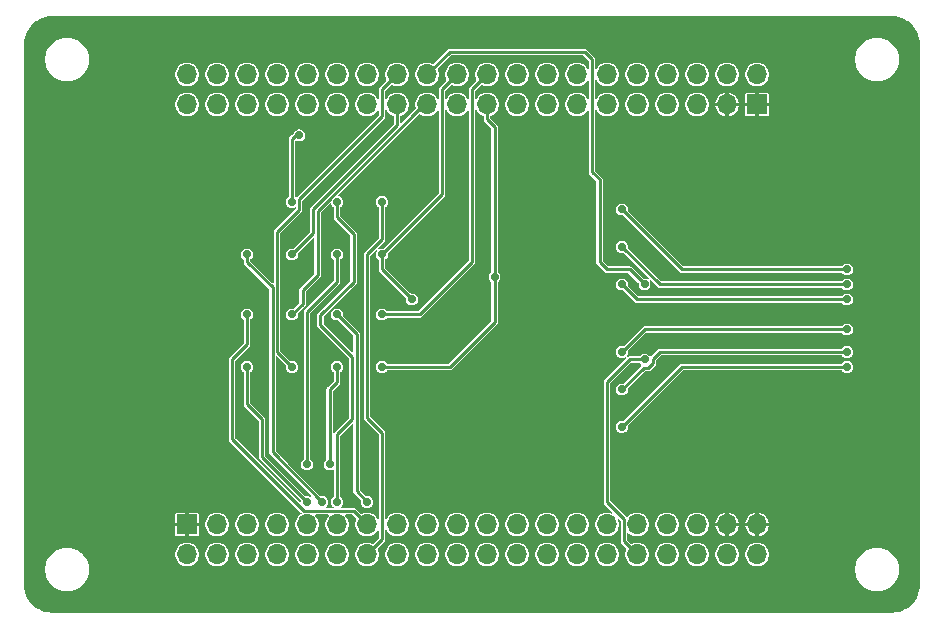
<source format=gbr>
%TF.GenerationSoftware,KiCad,Pcbnew,9.0.2+dfsg-1*%
%TF.CreationDate,2025-06-14T15:38:45+08:00*%
%TF.ProjectId,sd,73642e6b-6963-4616-945f-706362585858,rev?*%
%TF.SameCoordinates,Original*%
%TF.FileFunction,Copper,L2,Bot*%
%TF.FilePolarity,Positive*%
%FSLAX46Y46*%
G04 Gerber Fmt 4.6, Leading zero omitted, Abs format (unit mm)*
G04 Created by KiCad (PCBNEW 9.0.2+dfsg-1) date 2025-06-14 15:38:45*
%MOMM*%
%LPD*%
G01*
G04 APERTURE LIST*
%TA.AperFunction,ComponentPad*%
%ADD10R,1.700000X1.700000*%
%TD*%
%TA.AperFunction,ComponentPad*%
%ADD11O,1.700000X1.700000*%
%TD*%
%TA.AperFunction,ViaPad*%
%ADD12C,0.700000*%
%TD*%
%TA.AperFunction,Conductor*%
%ADD13C,0.228600*%
%TD*%
G04 APERTURE END LIST*
D10*
%TO.P,J5,1,GND*%
%TO.N,GND*%
X182880000Y-77470000D03*
D11*
%TO.P,J5,2,5V*%
%TO.N,unconnected-(J5-5V-Pad2)*%
X182880000Y-74930000D03*
%TO.P,J5,3,GND*%
%TO.N,GND*%
X180340000Y-77470000D03*
%TO.P,J5,4,3.3V*%
%TO.N,VCC*%
X180340000Y-74930000D03*
%TO.P,J5,5,U16*%
%TO.N,unconnected-(J5-U16-Pad5)*%
X177800000Y-77470000D03*
%TO.P,J5,6,U15*%
%TO.N,unconnected-(J5-U15-Pad6)*%
X177800000Y-74930000D03*
%TO.P,J5,7,U14*%
%TO.N,unconnected-(J5-U14-Pad7)*%
X175260000Y-77470000D03*
%TO.P,J5,8,U13*%
%TO.N,unconnected-(J5-U13-Pad8)*%
X175260000Y-74930000D03*
%TO.P,J5,9,PA9*%
%TO.N,unconnected-(J5-PA9-Pad9)*%
X172720000Y-77470000D03*
%TO.P,J5,10,PA8*%
%TO.N,unconnected-(J5-PA8-Pad10)*%
X172720000Y-74930000D03*
%TO.P,J5,11,PA11*%
%TO.N,unconnected-(J5-PA11-Pad11)*%
X170180000Y-77470000D03*
%TO.P,J5,12,PA10*%
%TO.N,unconnected-(J5-PA10-Pad12)*%
X170180000Y-74930000D03*
%TO.P,J5,13,PA13*%
%TO.N,unconnected-(J5-PA13-Pad13)*%
X167640000Y-77470000D03*
%TO.P,J5,14,PA12*%
%TO.N,unconnected-(J5-PA12-Pad14)*%
X167640000Y-74930000D03*
%TO.P,J5,15,PA15*%
%TO.N,SPI1A_CS*%
X165100000Y-77470000D03*
%TO.P,J5,16,PA14*%
%TO.N,unconnected-(J5-PA14-Pad16)*%
X165100000Y-74930000D03*
%TO.P,J5,17,U12*%
%TO.N,unconnected-(J5-U12-Pad17)*%
X162560000Y-77470000D03*
%TO.P,J5,18,U11*%
%TO.N,unconnected-(J5-U11-Pad18)*%
X162560000Y-74930000D03*
%TO.P,J5,19,PC11*%
%TO.N,SDIO_DAT3*%
X160020000Y-77470000D03*
%TO.P,J5,20,PC10*%
%TO.N,SDIO_DAT2*%
X160020000Y-74930000D03*
%TO.P,J5,21,U8*%
%TO.N,unconnected-(J5-U8-Pad21)*%
X157480000Y-77470000D03*
%TO.P,J5,22,PC12*%
%TO.N,SDIO_CLK*%
X157480000Y-74930000D03*
%TO.P,J5,23,PB3*%
%TO.N,SPI1A_CLK*%
X154940000Y-77470000D03*
%TO.P,J5,24,PD2*%
%TO.N,SDIO_CMD*%
X154940000Y-74930000D03*
%TO.P,J5,25,PB5*%
%TO.N,SPI1A_MOSI*%
X152400000Y-77470000D03*
%TO.P,J5,26,PB4*%
%TO.N,SPI1A_MISO*%
X152400000Y-74930000D03*
%TO.P,J5,27,PB7*%
%TO.N,unconnected-(J5-PB7-Pad27)*%
X149860000Y-77470000D03*
%TO.P,J5,28,PB6*%
%TO.N,unconnected-(J5-PB6-Pad28)*%
X149860000Y-74930000D03*
%TO.P,J5,29,PB9*%
%TO.N,unconnected-(J5-PB9-Pad29)*%
X147320000Y-77470000D03*
%TO.P,J5,30,PB8*%
%TO.N,unconnected-(J5-PB8-Pad30)*%
X147320000Y-74930000D03*
%TO.P,J5,31,U10*%
%TO.N,unconnected-(J5-U10-Pad31)*%
X144780000Y-77470000D03*
%TO.P,J5,32,U9*%
%TO.N,unconnected-(J5-U9-Pad32)*%
X144780000Y-74930000D03*
%TO.P,J5,33,PC13*%
%TO.N,unconnected-(J5-PC13-Pad33)*%
X142240000Y-77470000D03*
%TO.P,J5,34,PC14*%
%TO.N,unconnected-(J5-PC14-Pad34)*%
X142240000Y-74930000D03*
%TO.P,J5,35,PC15*%
%TO.N,DET*%
X139700000Y-77470000D03*
%TO.P,J5,36,U7*%
%TO.N,unconnected-(J5-U7-Pad36)*%
X139700000Y-74930000D03*
%TO.P,J5,37,U6*%
%TO.N,unconnected-(J5-U6-Pad37)*%
X137160000Y-77470000D03*
%TO.P,J5,38,U5*%
%TO.N,unconnected-(J5-U5-Pad38)*%
X137160000Y-74930000D03*
%TO.P,J5,39,GND*%
%TO.N,unconnected-(J5-GND-Pad39)*%
X134620000Y-77470000D03*
%TO.P,J5,40,VB*%
%TO.N,unconnected-(J5-VB-Pad40)*%
X134620000Y-74930000D03*
%TD*%
D10*
%TO.P,J4,1,GND*%
%TO.N,GND*%
X134620000Y-113030000D03*
D11*
%TO.P,J4,2,VA*%
%TO.N,unconnected-(J4-VA-Pad2)*%
X134620000Y-115570000D03*
%TO.P,J4,3,NRST*%
%TO.N,unconnected-(J4-NRST-Pad3)*%
X137160000Y-113030000D03*
%TO.P,J4,4,BO0*%
%TO.N,unconnected-(J4-BO0-Pad4)*%
X137160000Y-115570000D03*
%TO.P,J4,5,PC1*%
%TO.N,unconnected-(J4-PC1-Pad5)*%
X139700000Y-113030000D03*
%TO.P,J4,6,PC0*%
%TO.N,unconnected-(J4-PC0-Pad6)*%
X139700000Y-115570000D03*
%TO.P,J4,7,PC3*%
%TO.N,SPI2_MOSI*%
X142240000Y-113030000D03*
%TO.P,J4,8,PC2*%
%TO.N,SPI2_MISO*%
X142240000Y-115570000D03*
%TO.P,J4,9,PA1*%
%TO.N,unconnected-(J4-PA1-Pad9)*%
X144780000Y-113030000D03*
%TO.P,J4,10,PA0*%
%TO.N,unconnected-(J4-PA0-Pad10)*%
X144780000Y-115570000D03*
%TO.P,J4,11,PA3*%
%TO.N,unconnected-(J4-PA3-Pad11)*%
X147320000Y-113030000D03*
%TO.P,J4,12,PA2*%
%TO.N,unconnected-(J4-PA2-Pad12)*%
X147320000Y-115570000D03*
%TO.P,J4,13,PA5*%
%TO.N,SPI1_CLK*%
X149860000Y-113030000D03*
%TO.P,J4,14,PA4*%
%TO.N,SPI1_CS*%
X149860000Y-115570000D03*
%TO.P,J4,15,PA7*%
%TO.N,SPI1_MOSI*%
X152400000Y-113030000D03*
%TO.P,J4,16,PA6*%
%TO.N,SPI1_MISO*%
X152400000Y-115570000D03*
%TO.P,J4,17,PC5*%
%TO.N,unconnected-(J4-PC5-Pad17)*%
X154940000Y-113030000D03*
%TO.P,J4,18,PC4*%
%TO.N,unconnected-(J4-PC4-Pad18)*%
X154940000Y-115570000D03*
%TO.P,J4,19,PB1*%
%TO.N,unconnected-(J4-PB1-Pad19)*%
X157480000Y-113030000D03*
%TO.P,J4,20,PB0*%
%TO.N,unconnected-(J4-PB0-Pad20)*%
X157480000Y-115570000D03*
%TO.P,J4,21,U0*%
%TO.N,unconnected-(J4-U0-Pad21)*%
X160020000Y-113030000D03*
%TO.P,J4,22,PB2*%
%TO.N,unconnected-(J4-PB2-Pad22)*%
X160020000Y-115570000D03*
%TO.P,J4,23,PB11*%
%TO.N,unconnected-(J4-PB11-Pad23)*%
X162560000Y-113030000D03*
%TO.P,J4,24,PB10*%
%TO.N,SPI2_CLK*%
X162560000Y-115570000D03*
%TO.P,J4,25,PB13*%
%TO.N,unconnected-(J4-PB13-Pad25)*%
X165100000Y-113030000D03*
%TO.P,J4,26,PB12*%
%TO.N,SPI2_CS*%
X165100000Y-115570000D03*
%TO.P,J4,27,PB15*%
%TO.N,unconnected-(J4-PB15-Pad27)*%
X167640000Y-113030000D03*
%TO.P,J4,28,PB14*%
%TO.N,unconnected-(J4-PB14-Pad28)*%
X167640000Y-115570000D03*
%TO.P,J4,29,PC7*%
%TO.N,unconnected-(J4-PC7-Pad29)*%
X170180000Y-113030000D03*
%TO.P,J4,30,PC6*%
%TO.N,unconnected-(J4-PC6-Pad30)*%
X170180000Y-115570000D03*
%TO.P,J4,31,PC9*%
%TO.N,SDIO_DAT1*%
X172720000Y-113030000D03*
%TO.P,J4,32,PC8*%
%TO.N,SDIO_DAT0*%
X172720000Y-115570000D03*
%TO.P,J4,33,U2*%
%TO.N,unconnected-(J4-U2-Pad33)*%
X175260000Y-113030000D03*
%TO.P,J4,34,U1*%
%TO.N,unconnected-(J4-U1-Pad34)*%
X175260000Y-115570000D03*
%TO.P,J4,35,U4*%
%TO.N,unconnected-(J4-U4-Pad35)*%
X177800000Y-113030000D03*
%TO.P,J4,36,U3*%
%TO.N,unconnected-(J4-U3-Pad36)*%
X177800000Y-115570000D03*
%TO.P,J4,37,GND*%
%TO.N,GND*%
X180340000Y-113030000D03*
%TO.P,J4,38,3.3V*%
%TO.N,VCC*%
X180340000Y-115570000D03*
%TO.P,J4,39,GND*%
%TO.N,GND*%
X182880000Y-113030000D03*
%TO.P,J4,40,5V*%
%TO.N,unconnected-(J4-5V-Pad40)*%
X182880000Y-115570000D03*
%TD*%
D12*
%TO.N,GND*%
X145415000Y-85090000D03*
X149225000Y-85090000D03*
X141605000Y-85090000D03*
%TO.N,/SD_CLK*%
X171450000Y-98425000D03*
X190500000Y-96520000D03*
%TO.N,/SD_DAT1*%
X171450000Y-104775000D03*
X190500000Y-99695000D03*
%TO.N,/SD_DAT3*%
X190500000Y-92710000D03*
X171450000Y-89535000D03*
%TO.N,/SD_DAT0*%
X190500000Y-98425000D03*
X171450000Y-101600000D03*
%TO.N,/SD_CMD*%
X190500000Y-93980000D03*
X171450000Y-92710000D03*
%TO.N,/SD_DAT2*%
X171450000Y-86360000D03*
X190500000Y-91440000D03*
%TO.N,SPI2_MISO*%
X147320000Y-99695000D03*
X146685000Y-107950000D03*
%TO.N,SPI2_MOSI*%
X144780000Y-107950000D03*
X147320000Y-90170000D03*
%TO.N,SPI2_CLK*%
X147320000Y-95250000D03*
X149860000Y-111125000D03*
%TO.N,SPI1_CS*%
X151130000Y-85725000D03*
%TO.N,SPI1_CLK*%
X139700000Y-95250000D03*
%TO.N,SPI1_MISO*%
X144780000Y-111125000D03*
X139700000Y-99695000D03*
%TO.N,SDIO_DAT0*%
X173355000Y-99060000D03*
%TO.N,SPI1_MOSI*%
X146050000Y-111125000D03*
X139700000Y-90170000D03*
%TO.N,SPI2_CS*%
X147320000Y-111125000D03*
X147320000Y-85725000D03*
%TO.N,SPI1A_MISO*%
X143510000Y-99695000D03*
%TO.N,SDIO_DAT2*%
X151130000Y-95250000D03*
%TO.N,SPI1A_CS*%
X143510000Y-85725000D03*
X144119538Y-80089300D03*
%TO.N,SPI1A_CLK*%
X143510000Y-95250000D03*
%TO.N,SDIO_DAT3*%
X151130000Y-99695000D03*
X160655000Y-92075000D03*
%TO.N,SDIO_CLK*%
X153670000Y-93980000D03*
X151130000Y-90170000D03*
%TO.N,SDIO_CMD*%
X173355000Y-92710000D03*
%TO.N,SPI1A_MOSI*%
X143510000Y-90170000D03*
%TD*%
D13*
%TO.N,/SD_CLK*%
X190500000Y-96520000D02*
X173355000Y-96520000D01*
X173355000Y-96520000D02*
X171450000Y-98425000D01*
%TO.N,/SD_DAT1*%
X176530000Y-99695000D02*
X171450000Y-104775000D01*
X190500000Y-99695000D02*
X176530000Y-99695000D01*
%TO.N,/SD_DAT3*%
X174625000Y-92710000D02*
X171450000Y-89535000D01*
X190500000Y-92710000D02*
X174625000Y-92710000D01*
%TO.N,/SD_DAT0*%
X173275700Y-99774300D02*
X171450000Y-101600000D01*
X173650873Y-99774300D02*
X173275700Y-99774300D01*
X174625000Y-98425000D02*
X174069300Y-98980700D01*
X190500000Y-98425000D02*
X174625000Y-98425000D01*
X174069300Y-98980700D02*
X174069300Y-99355873D01*
X174069300Y-99355873D02*
X173650873Y-99774300D01*
%TO.N,/SD_CMD*%
X172720000Y-93980000D02*
X171450000Y-92710000D01*
X190500000Y-93980000D02*
X172720000Y-93980000D01*
%TO.N,/SD_DAT2*%
X190500000Y-91440000D02*
X176530000Y-91440000D01*
X176530000Y-91440000D02*
X171450000Y-86360000D01*
%TO.N,SPI2_MISO*%
X147320000Y-99695000D02*
X147320000Y-100965000D01*
X147320000Y-100965000D02*
X146685000Y-101600000D01*
X146685000Y-107950000D02*
X146685000Y-101600000D01*
%TO.N,SPI2_MOSI*%
X147320000Y-92470000D02*
X147320000Y-90170000D01*
X144780000Y-107950000D02*
X144780000Y-95010000D01*
X144780000Y-95010000D02*
X147320000Y-92470000D01*
%TO.N,SPI2_CLK*%
X148971000Y-110236000D02*
X149860000Y-111125000D01*
X147320000Y-95250000D02*
X148971000Y-96901000D01*
X148971000Y-96901000D02*
X148971000Y-110236000D01*
%TO.N,SPI1_CS*%
X149860000Y-104030000D02*
X151130000Y-105300000D01*
X151130000Y-85725000D02*
X151130000Y-88900000D01*
X151130000Y-105300000D02*
X151130000Y-114300000D01*
X151130000Y-114300000D02*
X149860000Y-115570000D01*
X149860000Y-90170000D02*
X149860000Y-104030000D01*
X151130000Y-88900000D02*
X149860000Y-90170000D01*
%TO.N,SPI1_CLK*%
X138430000Y-105785174D02*
X138430000Y-99060000D01*
X149860000Y-113030000D02*
X148742300Y-111912300D01*
X148742300Y-111912300D02*
X144557127Y-111912300D01*
X144557127Y-111912300D02*
X138430000Y-105785174D01*
X138430000Y-99060000D02*
X139700000Y-97790000D01*
X139700000Y-97790000D02*
X139700000Y-95250000D01*
%TO.N,SPI1_MISO*%
X140970000Y-104140000D02*
X140970000Y-107315000D01*
X140970000Y-107315000D02*
X144780000Y-111125000D01*
X139700000Y-102870000D02*
X140970000Y-104140000D01*
X139700000Y-99695000D02*
X139700000Y-102870000D01*
%TO.N,SDIO_DAT0*%
X170180000Y-111144733D02*
X171602300Y-112567033D01*
X170180000Y-100965000D02*
X170180000Y-111144733D01*
X171602300Y-112567033D02*
X171602300Y-114452300D01*
X171602300Y-114452300D02*
X172720000Y-115570000D01*
X172085000Y-99060000D02*
X170180000Y-100965000D01*
X173355000Y-99060000D02*
X172085000Y-99060000D01*
%TO.N,SPI1_MOSI*%
X141857999Y-92962999D02*
X141858000Y-106933000D01*
X139700000Y-90170000D02*
X139700000Y-90805000D01*
X141858000Y-106933000D02*
X146050000Y-111125000D01*
X139700000Y-90805000D02*
X141857999Y-92962999D01*
%TO.N,SPI2_CS*%
X147320000Y-86995000D02*
X147320000Y-85725000D01*
X148720000Y-92490000D02*
X148720000Y-88395000D01*
X145920000Y-96150000D02*
X145920000Y-95290000D01*
X145920000Y-95290000D02*
X148720000Y-92490000D01*
X147320000Y-111125000D02*
X147320000Y-105410000D01*
X148720000Y-88395000D02*
X147320000Y-86995000D01*
X148590000Y-98820000D02*
X145920000Y-96150000D01*
X147320000Y-105410000D02*
X148590000Y-104140000D01*
X148590000Y-104140000D02*
X148590000Y-98820000D01*
%TO.N,SPI1A_MISO*%
X151130000Y-78466840D02*
X151130000Y-76200000D01*
X142240000Y-98425000D02*
X142240000Y-88265000D01*
X142240000Y-88265000D02*
X144127700Y-86377300D01*
X151130000Y-76200000D02*
X152400000Y-74930000D01*
X144127700Y-86377300D02*
X144127700Y-85469140D01*
X143510000Y-99695000D02*
X142240000Y-98425000D01*
X144127700Y-85469140D02*
X151130000Y-78466840D01*
%TO.N,SDIO_DAT2*%
X158750000Y-76200000D02*
X160020000Y-74930000D01*
X158750000Y-90805000D02*
X158750000Y-76200000D01*
X154305000Y-95250000D02*
X158750000Y-90805000D01*
X151130000Y-95250000D02*
X154305000Y-95250000D01*
%TO.N,SPI1A_CS*%
X143510000Y-80385173D02*
X143805873Y-80089300D01*
X143805873Y-80089300D02*
X144119538Y-80089300D01*
X143510000Y-85725000D02*
X143510000Y-80385173D01*
%TO.N,SPI1A_CLK*%
X145668000Y-86503440D02*
X154701440Y-77470000D01*
X143510000Y-95250000D02*
X144399000Y-94361000D01*
X145668000Y-91918184D02*
X145668000Y-86503440D01*
X144399000Y-93187184D02*
X145668000Y-91918184D01*
X144399000Y-94361000D02*
X144399000Y-93187184D01*
%TO.N,SDIO_DAT3*%
X160655000Y-95885000D02*
X156845000Y-99695000D01*
X160655000Y-79375000D02*
X160655000Y-92075000D01*
X160020000Y-78740000D02*
X160655000Y-79375000D01*
X160020000Y-77470000D02*
X160020000Y-78740000D01*
X160655000Y-92075000D02*
X160655000Y-95885000D01*
X156845000Y-99695000D02*
X151130000Y-99695000D01*
%TO.N,SDIO_CLK*%
X151130000Y-90170000D02*
X151130000Y-91440000D01*
X156210000Y-85090000D02*
X156210000Y-76200000D01*
X151130000Y-90170000D02*
X156210000Y-85090000D01*
X156210000Y-76200000D02*
X157480000Y-74930000D01*
X151130000Y-91440000D02*
X153670000Y-93980000D01*
%TO.N,SDIO_CMD*%
X173355000Y-92710000D02*
X172085000Y-91440000D01*
X170180000Y-91440000D02*
X169545000Y-90805000D01*
X168910000Y-83185000D02*
X168910000Y-73660000D01*
X168910000Y-73660000D02*
X168275000Y-73025000D01*
X172085000Y-91440000D02*
X170180000Y-91440000D01*
X169545000Y-83820000D02*
X168910000Y-83185000D01*
X169545000Y-90805000D02*
X169545000Y-83820000D01*
X168275000Y-73025000D02*
X156845000Y-73025000D01*
X156845000Y-73025000D02*
X154940000Y-74930000D01*
%TO.N,SPI1A_MOSI*%
X143510000Y-90170000D02*
X145287000Y-88393000D01*
X145287000Y-86345624D02*
X152400000Y-79232624D01*
X152400000Y-79232624D02*
X152400000Y-77470000D01*
X145287000Y-88393000D02*
X145287000Y-86345624D01*
%TD*%
%TA.AperFunction,Conductor*%
%TO.N,GND*%
G36*
X155897886Y-77953445D02*
G01*
X155935045Y-77989017D01*
X155942800Y-78022277D01*
X155942800Y-84948173D01*
X155925207Y-84996511D01*
X155920774Y-85001347D01*
X151273292Y-89648828D01*
X151226672Y-89670568D01*
X151200661Y-89668293D01*
X151196208Y-89667100D01*
X151063792Y-89667100D01*
X150978522Y-89689947D01*
X150935887Y-89701371D01*
X150887839Y-89729111D01*
X150837180Y-89738042D01*
X150792633Y-89712322D01*
X150775040Y-89663984D01*
X150792634Y-89615646D01*
X150797044Y-89610833D01*
X151356521Y-89051357D01*
X151397200Y-88953149D01*
X151397200Y-88846851D01*
X151397200Y-86194848D01*
X151414793Y-86146510D01*
X151434804Y-86129721D01*
X151438788Y-86127421D01*
X151532421Y-86033788D01*
X151598629Y-85919112D01*
X151632900Y-85791208D01*
X151632900Y-85658792D01*
X151598629Y-85530888D01*
X151598628Y-85530887D01*
X151598628Y-85530885D01*
X151561613Y-85466775D01*
X151532421Y-85416212D01*
X151532419Y-85416210D01*
X151532417Y-85416207D01*
X151438792Y-85322582D01*
X151438786Y-85322578D01*
X151324114Y-85256371D01*
X151260160Y-85239235D01*
X151196208Y-85222100D01*
X151063792Y-85222100D01*
X151012630Y-85235808D01*
X150935885Y-85256371D01*
X150821213Y-85322578D01*
X150821207Y-85322582D01*
X150727582Y-85416207D01*
X150727578Y-85416213D01*
X150661371Y-85530885D01*
X150640808Y-85607630D01*
X150627100Y-85658792D01*
X150627100Y-85791208D01*
X150639312Y-85836784D01*
X150661371Y-85919114D01*
X150727578Y-86033786D01*
X150727582Y-86033792D01*
X150821207Y-86127417D01*
X150821210Y-86127419D01*
X150821212Y-86127421D01*
X150825196Y-86129721D01*
X150858263Y-86169124D01*
X150862800Y-86194848D01*
X150862800Y-88758174D01*
X150845207Y-88806512D01*
X150840774Y-88811348D01*
X149708643Y-89943479D01*
X149676237Y-89975885D01*
X149633479Y-90018642D01*
X149624140Y-90041189D01*
X149592800Y-90116851D01*
X149592800Y-103976851D01*
X149592800Y-104083149D01*
X149633479Y-104181357D01*
X149633480Y-104181359D01*
X150840774Y-105388652D01*
X150862514Y-105435272D01*
X150862800Y-105441826D01*
X150862800Y-112477722D01*
X150845207Y-112526060D01*
X150800658Y-112551780D01*
X150750000Y-112542847D01*
X150725074Y-112519502D01*
X150639004Y-112390688D01*
X150639001Y-112390685D01*
X150638999Y-112390682D01*
X150499317Y-112251000D01*
X150499313Y-112250997D01*
X150499312Y-112250996D01*
X150335051Y-112141241D01*
X150335049Y-112141240D01*
X150152538Y-112065642D01*
X150152537Y-112065641D01*
X149958778Y-112027100D01*
X149958777Y-112027100D01*
X149761223Y-112027100D01*
X149761222Y-112027100D01*
X149567462Y-112065641D01*
X149567461Y-112065642D01*
X149406035Y-112132507D01*
X149354644Y-112134750D01*
X149324083Y-112116205D01*
X148893659Y-111685780D01*
X148893657Y-111685779D01*
X148795449Y-111645100D01*
X148795448Y-111645100D01*
X147692658Y-111645100D01*
X147644320Y-111627507D01*
X147618600Y-111582958D01*
X147627533Y-111532300D01*
X147639484Y-111516726D01*
X147722417Y-111433792D01*
X147722421Y-111433788D01*
X147788629Y-111319112D01*
X147822900Y-111191208D01*
X147822900Y-111058792D01*
X147788629Y-110930888D01*
X147788628Y-110930886D01*
X147788628Y-110930885D01*
X147751613Y-110866775D01*
X147722421Y-110816212D01*
X147722419Y-110816210D01*
X147722417Y-110816207D01*
X147628786Y-110722576D01*
X147624795Y-110720272D01*
X147591733Y-110680865D01*
X147587200Y-110655150D01*
X147587200Y-105551826D01*
X147604793Y-105503488D01*
X147609226Y-105498652D01*
X148575426Y-104532452D01*
X148622046Y-104510712D01*
X148671733Y-104524026D01*
X148701238Y-104566163D01*
X148703800Y-104585626D01*
X148703800Y-110182851D01*
X148703800Y-110289149D01*
X148744479Y-110387357D01*
X148744480Y-110387359D01*
X149338827Y-110981705D01*
X149360567Y-111028325D01*
X149358293Y-111054332D01*
X149357100Y-111058785D01*
X149357100Y-111058792D01*
X149357100Y-111191208D01*
X149377662Y-111267950D01*
X149391371Y-111319114D01*
X149457578Y-111433786D01*
X149457582Y-111433792D01*
X149551207Y-111527417D01*
X149551210Y-111527419D01*
X149551212Y-111527421D01*
X149601775Y-111556613D01*
X149665885Y-111593628D01*
X149665887Y-111593628D01*
X149665888Y-111593629D01*
X149793792Y-111627900D01*
X149793794Y-111627900D01*
X149926206Y-111627900D01*
X149926208Y-111627900D01*
X150054112Y-111593629D01*
X150168788Y-111527421D01*
X150262421Y-111433788D01*
X150328629Y-111319112D01*
X150362900Y-111191208D01*
X150362900Y-111058792D01*
X150328629Y-110930888D01*
X150328628Y-110930886D01*
X150328628Y-110930885D01*
X150291613Y-110866775D01*
X150262421Y-110816212D01*
X150262419Y-110816210D01*
X150262417Y-110816207D01*
X150168792Y-110722582D01*
X150168786Y-110722578D01*
X150054114Y-110656371D01*
X149990160Y-110639235D01*
X149926208Y-110622100D01*
X149793792Y-110622100D01*
X149793785Y-110622100D01*
X149789332Y-110623293D01*
X149738089Y-110618803D01*
X149716705Y-110603827D01*
X149260226Y-110147348D01*
X149238486Y-110100728D01*
X149238200Y-110094174D01*
X149238200Y-96847852D01*
X149238200Y-96847851D01*
X149197521Y-96749643D01*
X149122357Y-96674479D01*
X147841171Y-95393293D01*
X147819431Y-95346673D01*
X147821707Y-95320658D01*
X147822900Y-95316208D01*
X147822900Y-95183792D01*
X147788629Y-95055888D01*
X147788628Y-95055887D01*
X147788628Y-95055885D01*
X147733715Y-94960774D01*
X147722421Y-94941212D01*
X147722419Y-94941210D01*
X147722417Y-94941207D01*
X147628792Y-94847582D01*
X147628786Y-94847578D01*
X147514114Y-94781371D01*
X147450160Y-94764235D01*
X147386208Y-94747100D01*
X147253792Y-94747100D01*
X147207409Y-94759528D01*
X147125885Y-94781371D01*
X147011213Y-94847578D01*
X147011207Y-94847582D01*
X146917582Y-94941207D01*
X146917578Y-94941213D01*
X146851371Y-95055885D01*
X146838617Y-95103488D01*
X146817100Y-95183792D01*
X146817100Y-95316208D01*
X146835127Y-95383488D01*
X146851371Y-95444114D01*
X146917578Y-95558786D01*
X146917582Y-95558792D01*
X147011207Y-95652417D01*
X147011210Y-95652419D01*
X147011212Y-95652421D01*
X147052799Y-95676431D01*
X147125885Y-95718628D01*
X147125887Y-95718628D01*
X147125888Y-95718629D01*
X147253792Y-95752900D01*
X147253794Y-95752900D01*
X147386204Y-95752900D01*
X147386208Y-95752900D01*
X147390655Y-95751708D01*
X147441897Y-95756189D01*
X147463293Y-95771171D01*
X148681774Y-96989652D01*
X148703514Y-97036272D01*
X148703800Y-97042826D01*
X148703800Y-98374374D01*
X148686207Y-98422712D01*
X148641658Y-98448432D01*
X148591000Y-98439499D01*
X148575426Y-98427548D01*
X146209226Y-96061348D01*
X146187486Y-96014728D01*
X146187200Y-96008174D01*
X146187200Y-95431826D01*
X146204793Y-95383488D01*
X146209226Y-95378652D01*
X148946519Y-92641359D01*
X148946521Y-92641357D01*
X148987200Y-92543149D01*
X148987200Y-92436851D01*
X148987200Y-88341851D01*
X148946521Y-88243643D01*
X148871357Y-88168479D01*
X147609226Y-86906348D01*
X147587486Y-86859728D01*
X147587200Y-86853174D01*
X147587200Y-86194848D01*
X147604793Y-86146510D01*
X147624804Y-86129721D01*
X147628788Y-86127421D01*
X147722421Y-86033788D01*
X147788629Y-85919112D01*
X147822900Y-85791208D01*
X147822900Y-85658792D01*
X147788629Y-85530888D01*
X147788628Y-85530887D01*
X147788628Y-85530885D01*
X147751613Y-85466775D01*
X147722421Y-85416212D01*
X147722419Y-85416210D01*
X147722417Y-85416207D01*
X147628792Y-85322582D01*
X147628786Y-85322578D01*
X147514113Y-85256371D01*
X147492103Y-85250474D01*
X147465495Y-85243344D01*
X147423358Y-85213841D01*
X147410044Y-85164154D01*
X147431781Y-85117536D01*
X154256825Y-78292492D01*
X154303444Y-78270753D01*
X154351776Y-78283139D01*
X154464949Y-78358759D01*
X154647461Y-78434357D01*
X154647462Y-78434358D01*
X154647463Y-78434358D01*
X154647465Y-78434359D01*
X154777218Y-78460168D01*
X154841222Y-78472900D01*
X154841223Y-78472900D01*
X155038778Y-78472900D01*
X155101739Y-78460376D01*
X155232535Y-78434359D01*
X155415051Y-78358759D01*
X155579312Y-78249004D01*
X155719004Y-78109312D01*
X155805075Y-77980496D01*
X155846557Y-77950081D01*
X155897886Y-77953445D01*
G37*
%TD.AperFunction*%
%TA.AperFunction,Conductor*%
G36*
X151510000Y-77957152D02*
G01*
X151534923Y-77980494D01*
X151620996Y-78109312D01*
X151620997Y-78109313D01*
X151621000Y-78109317D01*
X151760682Y-78248999D01*
X151760685Y-78249001D01*
X151760688Y-78249004D01*
X151924949Y-78358759D01*
X152086379Y-78425625D01*
X152124303Y-78460376D01*
X152132800Y-78495100D01*
X152132800Y-79090798D01*
X152115207Y-79139136D01*
X152110774Y-79143972D01*
X145135643Y-86119103D01*
X145108236Y-86146510D01*
X145060479Y-86194266D01*
X145040139Y-86243371D01*
X145021386Y-86288648D01*
X145019800Y-86292476D01*
X145019800Y-88251173D01*
X145002207Y-88299511D01*
X144997774Y-88304347D01*
X143653292Y-89648828D01*
X143606672Y-89670568D01*
X143580661Y-89668293D01*
X143576208Y-89667100D01*
X143443792Y-89667100D01*
X143397409Y-89679528D01*
X143315885Y-89701371D01*
X143201213Y-89767578D01*
X143201207Y-89767582D01*
X143107582Y-89861207D01*
X143107578Y-89861213D01*
X143041371Y-89975885D01*
X143027755Y-90026705D01*
X143007100Y-90103792D01*
X143007100Y-90236208D01*
X143027361Y-90311826D01*
X143041371Y-90364114D01*
X143107578Y-90478786D01*
X143107582Y-90478792D01*
X143201207Y-90572417D01*
X143201210Y-90572419D01*
X143201212Y-90572421D01*
X143242799Y-90596431D01*
X143315885Y-90638628D01*
X143315887Y-90638628D01*
X143315888Y-90638629D01*
X143443792Y-90672900D01*
X143443794Y-90672900D01*
X143576206Y-90672900D01*
X143576208Y-90672900D01*
X143704112Y-90638629D01*
X143818788Y-90572421D01*
X143912421Y-90478788D01*
X143978629Y-90364112D01*
X144012900Y-90236208D01*
X144012900Y-90103792D01*
X144011707Y-90099340D01*
X144016191Y-90048098D01*
X144031168Y-90026708D01*
X145272427Y-88785450D01*
X145319046Y-88763711D01*
X145368733Y-88777025D01*
X145398238Y-88819162D01*
X145400800Y-88838625D01*
X145400800Y-91776358D01*
X145383207Y-91824696D01*
X145378774Y-91829532D01*
X144247643Y-92960663D01*
X144213513Y-92994793D01*
X144172479Y-93035826D01*
X144172479Y-93035827D01*
X144140755Y-93112417D01*
X144131800Y-93134036D01*
X144131800Y-94219173D01*
X144114207Y-94267511D01*
X144109774Y-94272347D01*
X143653292Y-94728828D01*
X143606672Y-94750568D01*
X143580661Y-94748293D01*
X143576208Y-94747100D01*
X143443792Y-94747100D01*
X143397409Y-94759528D01*
X143315885Y-94781371D01*
X143201213Y-94847578D01*
X143201207Y-94847582D01*
X143107582Y-94941207D01*
X143107578Y-94941213D01*
X143041371Y-95055885D01*
X143028617Y-95103488D01*
X143007100Y-95183792D01*
X143007100Y-95316208D01*
X143025127Y-95383488D01*
X143041371Y-95444114D01*
X143107578Y-95558786D01*
X143107582Y-95558792D01*
X143201207Y-95652417D01*
X143201210Y-95652419D01*
X143201212Y-95652421D01*
X143242799Y-95676431D01*
X143315885Y-95718628D01*
X143315887Y-95718628D01*
X143315888Y-95718629D01*
X143443792Y-95752900D01*
X143443794Y-95752900D01*
X143576206Y-95752900D01*
X143576208Y-95752900D01*
X143704112Y-95718629D01*
X143818788Y-95652421D01*
X143912421Y-95558788D01*
X143978629Y-95444112D01*
X144012900Y-95316208D01*
X144012900Y-95183792D01*
X144011707Y-95179340D01*
X144016191Y-95128098D01*
X144031166Y-95106710D01*
X144625521Y-94512357D01*
X144666200Y-94414149D01*
X144666200Y-94307851D01*
X144666200Y-93329010D01*
X144683793Y-93280672D01*
X144688226Y-93275836D01*
X145894519Y-92069543D01*
X145894521Y-92069541D01*
X145935200Y-91971333D01*
X145935200Y-91865035D01*
X145935200Y-86645266D01*
X145952793Y-86596928D01*
X145957226Y-86592092D01*
X146321418Y-86227900D01*
X146712534Y-85836783D01*
X146759153Y-85815044D01*
X146808840Y-85828358D01*
X146838344Y-85870493D01*
X146838345Y-85870496D01*
X146851371Y-85919113D01*
X146917578Y-86033786D01*
X146917582Y-86033792D01*
X147011207Y-86127417D01*
X147011210Y-86127419D01*
X147011212Y-86127421D01*
X147015196Y-86129721D01*
X147048263Y-86169124D01*
X147052800Y-86194848D01*
X147052800Y-86941851D01*
X147052800Y-87048149D01*
X147093479Y-87146357D01*
X147093480Y-87146359D01*
X148430774Y-88483652D01*
X148452514Y-88530272D01*
X148452800Y-88536826D01*
X148452800Y-92348174D01*
X148435207Y-92396512D01*
X148430774Y-92401348D01*
X145768643Y-95063479D01*
X145733470Y-95098652D01*
X145693479Y-95138642D01*
X145693479Y-95138643D01*
X145652800Y-95236851D01*
X145652800Y-96096851D01*
X145652800Y-96203149D01*
X145690216Y-96293479D01*
X145693480Y-96301359D01*
X148300774Y-98908652D01*
X148322514Y-98955272D01*
X148322800Y-98961826D01*
X148322800Y-103998174D01*
X148305207Y-104046512D01*
X148300774Y-104051348D01*
X147169223Y-105182898D01*
X147169199Y-105182922D01*
X147168643Y-105183479D01*
X147093479Y-105258643D01*
X147091091Y-105264406D01*
X147081687Y-105274218D01*
X147064180Y-105282836D01*
X147048442Y-105294376D01*
X147041646Y-105293930D01*
X147035537Y-105296938D01*
X147016585Y-105292287D01*
X146997112Y-105291011D01*
X146992193Y-105286302D01*
X146985579Y-105284679D01*
X146974048Y-105268931D01*
X146959955Y-105255439D01*
X146957985Y-105246993D01*
X146955190Y-105243175D01*
X146955611Y-105236810D01*
X146952200Y-105222180D01*
X146952200Y-101741826D01*
X146969793Y-101693488D01*
X146974226Y-101688652D01*
X147546519Y-101116359D01*
X147546521Y-101116357D01*
X147587200Y-101018149D01*
X147587200Y-100911851D01*
X147587200Y-100164848D01*
X147604793Y-100116510D01*
X147624804Y-100099721D01*
X147628788Y-100097421D01*
X147722421Y-100003788D01*
X147788629Y-99889112D01*
X147822900Y-99761208D01*
X147822900Y-99628792D01*
X147788629Y-99500888D01*
X147788628Y-99500887D01*
X147788628Y-99500885D01*
X147733715Y-99405774D01*
X147722421Y-99386212D01*
X147722419Y-99386210D01*
X147722417Y-99386207D01*
X147628792Y-99292582D01*
X147628786Y-99292578D01*
X147514114Y-99226371D01*
X147450160Y-99209235D01*
X147386208Y-99192100D01*
X147253792Y-99192100D01*
X147207409Y-99204528D01*
X147125885Y-99226371D01*
X147011213Y-99292578D01*
X147011207Y-99292582D01*
X146917582Y-99386207D01*
X146917578Y-99386213D01*
X146851371Y-99500885D01*
X146838807Y-99547779D01*
X146817100Y-99628792D01*
X146817100Y-99761208D01*
X146837662Y-99837950D01*
X146851371Y-99889114D01*
X146917578Y-100003786D01*
X146917582Y-100003792D01*
X147011207Y-100097417D01*
X147011210Y-100097419D01*
X147011212Y-100097421D01*
X147015196Y-100099721D01*
X147048263Y-100139124D01*
X147052800Y-100164848D01*
X147052800Y-100823174D01*
X147035207Y-100871512D01*
X147030774Y-100876348D01*
X146533643Y-101373479D01*
X146501237Y-101405885D01*
X146458479Y-101448642D01*
X146446278Y-101478098D01*
X146423209Y-101533794D01*
X146417800Y-101546852D01*
X146417800Y-107480150D01*
X146400207Y-107528488D01*
X146380205Y-107545272D01*
X146376213Y-107547576D01*
X146282582Y-107641207D01*
X146282578Y-107641213D01*
X146216371Y-107755885D01*
X146195808Y-107832630D01*
X146182100Y-107883792D01*
X146182100Y-108016208D01*
X146202662Y-108092950D01*
X146216371Y-108144114D01*
X146282578Y-108258786D01*
X146282582Y-108258792D01*
X146376207Y-108352417D01*
X146376210Y-108352419D01*
X146376212Y-108352421D01*
X146414527Y-108374542D01*
X146490885Y-108418628D01*
X146490887Y-108418628D01*
X146490888Y-108418629D01*
X146618792Y-108452900D01*
X146618794Y-108452900D01*
X146751206Y-108452900D01*
X146751208Y-108452900D01*
X146879112Y-108418629D01*
X146940001Y-108383474D01*
X146990658Y-108374542D01*
X147035206Y-108400262D01*
X147052800Y-108448599D01*
X147052800Y-110655150D01*
X147035207Y-110703488D01*
X147015205Y-110720272D01*
X147011213Y-110722576D01*
X146917582Y-110816207D01*
X146917578Y-110816213D01*
X146851371Y-110930885D01*
X146837755Y-110981705D01*
X146817100Y-111058792D01*
X146817100Y-111191208D01*
X146837662Y-111267950D01*
X146851371Y-111319114D01*
X146917578Y-111433786D01*
X146917582Y-111433792D01*
X147000516Y-111516726D01*
X147022256Y-111563346D01*
X147008942Y-111613033D01*
X146966805Y-111642538D01*
X146947342Y-111645100D01*
X146422658Y-111645100D01*
X146374320Y-111627507D01*
X146348600Y-111582958D01*
X146357533Y-111532300D01*
X146369484Y-111516726D01*
X146452417Y-111433792D01*
X146452421Y-111433788D01*
X146518629Y-111319112D01*
X146552900Y-111191208D01*
X146552900Y-111058792D01*
X146518629Y-110930888D01*
X146518628Y-110930886D01*
X146518628Y-110930885D01*
X146481613Y-110866775D01*
X146452421Y-110816212D01*
X146452419Y-110816210D01*
X146452417Y-110816207D01*
X146358792Y-110722582D01*
X146358786Y-110722578D01*
X146244114Y-110656371D01*
X146180160Y-110639235D01*
X146116208Y-110622100D01*
X145983792Y-110622100D01*
X145983785Y-110622100D01*
X145979332Y-110623293D01*
X145928089Y-110618803D01*
X145906705Y-110603827D01*
X143186670Y-107883792D01*
X144277100Y-107883792D01*
X144277100Y-108016208D01*
X144297662Y-108092950D01*
X144311371Y-108144114D01*
X144377578Y-108258786D01*
X144377582Y-108258792D01*
X144471207Y-108352417D01*
X144471210Y-108352419D01*
X144471212Y-108352421D01*
X144509527Y-108374542D01*
X144585885Y-108418628D01*
X144585887Y-108418628D01*
X144585888Y-108418629D01*
X144713792Y-108452900D01*
X144713794Y-108452900D01*
X144846206Y-108452900D01*
X144846208Y-108452900D01*
X144974112Y-108418629D01*
X145088788Y-108352421D01*
X145182421Y-108258788D01*
X145248629Y-108144112D01*
X145282900Y-108016208D01*
X145282900Y-107883792D01*
X145248629Y-107755888D01*
X145248628Y-107755887D01*
X145248628Y-107755885D01*
X145211613Y-107691775D01*
X145182421Y-107641212D01*
X145182419Y-107641210D01*
X145182417Y-107641207D01*
X145088786Y-107547576D01*
X145084795Y-107545272D01*
X145051733Y-107505865D01*
X145047200Y-107480150D01*
X145047200Y-95151826D01*
X145064793Y-95103488D01*
X145069226Y-95098652D01*
X147546519Y-92621359D01*
X147546521Y-92621357D01*
X147587200Y-92523149D01*
X147587200Y-92416851D01*
X147587200Y-90639848D01*
X147604793Y-90591510D01*
X147624804Y-90574721D01*
X147628788Y-90572421D01*
X147722421Y-90478788D01*
X147788629Y-90364112D01*
X147822900Y-90236208D01*
X147822900Y-90103792D01*
X147788629Y-89975888D01*
X147788628Y-89975887D01*
X147788628Y-89975885D01*
X147727943Y-89870777D01*
X147722421Y-89861212D01*
X147722419Y-89861210D01*
X147722417Y-89861207D01*
X147628792Y-89767582D01*
X147628786Y-89767578D01*
X147514114Y-89701371D01*
X147450160Y-89684235D01*
X147386208Y-89667100D01*
X147253792Y-89667100D01*
X147207409Y-89679528D01*
X147125885Y-89701371D01*
X147011213Y-89767578D01*
X147011207Y-89767582D01*
X146917582Y-89861207D01*
X146917578Y-89861213D01*
X146851371Y-89975885D01*
X146837755Y-90026705D01*
X146817100Y-90103792D01*
X146817100Y-90236208D01*
X146837361Y-90311826D01*
X146851371Y-90364114D01*
X146917578Y-90478786D01*
X146917582Y-90478792D01*
X147011207Y-90572417D01*
X147011210Y-90572419D01*
X147011212Y-90572421D01*
X147015196Y-90574721D01*
X147048263Y-90614124D01*
X147052800Y-90639848D01*
X147052800Y-92328174D01*
X147035207Y-92376512D01*
X147030774Y-92381348D01*
X144628643Y-94783479D01*
X144591061Y-94821061D01*
X144553479Y-94858642D01*
X144553479Y-94858643D01*
X144517627Y-94945199D01*
X144512800Y-94956852D01*
X144512800Y-107480150D01*
X144495207Y-107528488D01*
X144475205Y-107545272D01*
X144471213Y-107547576D01*
X144377582Y-107641207D01*
X144377578Y-107641213D01*
X144311371Y-107755885D01*
X144290808Y-107832630D01*
X144277100Y-107883792D01*
X143186670Y-107883792D01*
X142147225Y-106844347D01*
X142125485Y-106797727D01*
X142125199Y-106791173D01*
X142125199Y-98869625D01*
X142142792Y-98821287D01*
X142187341Y-98795567D01*
X142237999Y-98804500D01*
X142253573Y-98816451D01*
X142988827Y-99551705D01*
X143010567Y-99598325D01*
X143008293Y-99624332D01*
X143007100Y-99628785D01*
X143007100Y-99628792D01*
X143007100Y-99761208D01*
X143027662Y-99837950D01*
X143041371Y-99889114D01*
X143107578Y-100003786D01*
X143107582Y-100003792D01*
X143201207Y-100097417D01*
X143201210Y-100097419D01*
X143201212Y-100097421D01*
X143242799Y-100121431D01*
X143315885Y-100163628D01*
X143315887Y-100163628D01*
X143315888Y-100163629D01*
X143443792Y-100197900D01*
X143443794Y-100197900D01*
X143576206Y-100197900D01*
X143576208Y-100197900D01*
X143704112Y-100163629D01*
X143818788Y-100097421D01*
X143912421Y-100003788D01*
X143978629Y-99889112D01*
X144012900Y-99761208D01*
X144012900Y-99628792D01*
X143978629Y-99500888D01*
X143978628Y-99500887D01*
X143978628Y-99500885D01*
X143923715Y-99405774D01*
X143912421Y-99386212D01*
X143912419Y-99386210D01*
X143912417Y-99386207D01*
X143818792Y-99292582D01*
X143818786Y-99292578D01*
X143704114Y-99226371D01*
X143640160Y-99209235D01*
X143576208Y-99192100D01*
X143443792Y-99192100D01*
X143443785Y-99192100D01*
X143439332Y-99193293D01*
X143388089Y-99188803D01*
X143366705Y-99173827D01*
X142529226Y-98336348D01*
X142507486Y-98289728D01*
X142507200Y-98283174D01*
X142507200Y-88406826D01*
X142524793Y-88358488D01*
X142529226Y-88353652D01*
X144354219Y-86528659D01*
X144354221Y-86528657D01*
X144394900Y-86430449D01*
X144394900Y-86324151D01*
X144394900Y-85610966D01*
X144412493Y-85562628D01*
X144416926Y-85557792D01*
X151356519Y-78618199D01*
X151356521Y-78618197D01*
X151397200Y-78519989D01*
X151397200Y-78413691D01*
X151397200Y-78022277D01*
X151414793Y-77973939D01*
X151459342Y-77948219D01*
X151510000Y-77957152D01*
G37*
%TD.AperFunction*%
%TA.AperFunction,Conductor*%
G36*
X194312264Y-70003037D02*
G01*
X194338180Y-70004604D01*
X194593203Y-70020030D01*
X194602202Y-70021124D01*
X194876805Y-70071446D01*
X194885600Y-70073614D01*
X195152132Y-70156669D01*
X195160623Y-70159889D01*
X195415194Y-70274461D01*
X195423232Y-70278680D01*
X195662138Y-70423104D01*
X195669611Y-70428263D01*
X195889361Y-70600426D01*
X195896158Y-70606448D01*
X196093551Y-70803841D01*
X196099573Y-70810638D01*
X196271736Y-71030388D01*
X196276895Y-71037861D01*
X196421319Y-71276767D01*
X196425539Y-71284808D01*
X196540110Y-71539376D01*
X196543330Y-71547867D01*
X196626382Y-71814388D01*
X196628555Y-71823205D01*
X196678874Y-72097789D01*
X196679969Y-72106803D01*
X196696963Y-72387735D01*
X196697100Y-72392276D01*
X196697100Y-118107723D01*
X196696963Y-118112264D01*
X196679969Y-118393196D01*
X196678874Y-118402210D01*
X196628555Y-118676794D01*
X196626382Y-118685611D01*
X196543330Y-118952132D01*
X196540110Y-118960623D01*
X196425539Y-119215191D01*
X196421319Y-119223232D01*
X196276895Y-119462138D01*
X196271736Y-119469611D01*
X196099573Y-119689361D01*
X196093551Y-119696158D01*
X195896158Y-119893551D01*
X195889361Y-119899573D01*
X195669611Y-120071736D01*
X195662138Y-120076895D01*
X195423232Y-120221319D01*
X195415191Y-120225539D01*
X195160623Y-120340110D01*
X195152132Y-120343330D01*
X194885611Y-120426382D01*
X194876794Y-120428555D01*
X194602210Y-120478874D01*
X194593196Y-120479969D01*
X194312265Y-120496963D01*
X194307724Y-120497100D01*
X123192276Y-120497100D01*
X123187735Y-120496963D01*
X122906803Y-120479969D01*
X122897789Y-120478874D01*
X122623205Y-120428555D01*
X122614388Y-120426382D01*
X122347867Y-120343330D01*
X122339376Y-120340110D01*
X122084808Y-120225539D01*
X122076767Y-120221319D01*
X121837861Y-120076895D01*
X121830388Y-120071736D01*
X121610638Y-119899573D01*
X121603841Y-119893551D01*
X121406448Y-119696158D01*
X121400426Y-119689361D01*
X121228263Y-119469611D01*
X121223104Y-119462138D01*
X121078680Y-119223232D01*
X121074460Y-119215191D01*
X120959889Y-118960623D01*
X120956669Y-118952132D01*
X120926920Y-118856665D01*
X120873614Y-118685600D01*
X120871446Y-118676805D01*
X120821124Y-118402202D01*
X120820030Y-118393203D01*
X120803037Y-118112263D01*
X120802900Y-118107723D01*
X120802900Y-116718712D01*
X122609500Y-116718712D01*
X122609500Y-116961288D01*
X122641162Y-117201789D01*
X122703946Y-117436100D01*
X122703947Y-117436104D01*
X122703948Y-117436105D01*
X122796776Y-117660213D01*
X122918065Y-117870291D01*
X123065730Y-118062732D01*
X123065742Y-118062746D01*
X123237253Y-118234257D01*
X123237267Y-118234269D01*
X123272403Y-118261230D01*
X123429711Y-118381936D01*
X123639788Y-118503224D01*
X123863900Y-118596054D01*
X124098211Y-118658838D01*
X124338712Y-118690500D01*
X124338715Y-118690500D01*
X124581285Y-118690500D01*
X124581288Y-118690500D01*
X124821789Y-118658838D01*
X125056100Y-118596054D01*
X125280212Y-118503224D01*
X125490289Y-118381936D01*
X125682738Y-118234265D01*
X125854265Y-118062738D01*
X126001936Y-117870289D01*
X126123224Y-117660212D01*
X126216054Y-117436100D01*
X126278838Y-117201789D01*
X126310500Y-116961288D01*
X126310500Y-116718712D01*
X191189500Y-116718712D01*
X191189500Y-116961288D01*
X191221162Y-117201789D01*
X191283946Y-117436100D01*
X191283947Y-117436104D01*
X191283948Y-117436105D01*
X191376776Y-117660213D01*
X191498065Y-117870291D01*
X191645730Y-118062732D01*
X191645742Y-118062746D01*
X191817253Y-118234257D01*
X191817267Y-118234269D01*
X191852403Y-118261230D01*
X192009711Y-118381936D01*
X192219788Y-118503224D01*
X192443900Y-118596054D01*
X192678211Y-118658838D01*
X192918712Y-118690500D01*
X192918715Y-118690500D01*
X193161285Y-118690500D01*
X193161288Y-118690500D01*
X193401789Y-118658838D01*
X193636100Y-118596054D01*
X193860212Y-118503224D01*
X194070289Y-118381936D01*
X194262738Y-118234265D01*
X194434265Y-118062738D01*
X194581936Y-117870289D01*
X194703224Y-117660212D01*
X194796054Y-117436100D01*
X194858838Y-117201789D01*
X194890500Y-116961288D01*
X194890500Y-116718712D01*
X194858838Y-116478211D01*
X194796054Y-116243900D01*
X194703224Y-116019788D01*
X194581936Y-115809711D01*
X194434265Y-115617262D01*
X194434263Y-115617260D01*
X194434257Y-115617253D01*
X194262746Y-115445742D01*
X194262732Y-115445730D01*
X194070291Y-115298065D01*
X193860213Y-115176776D01*
X193636105Y-115083948D01*
X193636104Y-115083947D01*
X193636100Y-115083946D01*
X193401789Y-115021162D01*
X193161288Y-114989500D01*
X192918712Y-114989500D01*
X192678211Y-115021162D01*
X192443900Y-115083946D01*
X192443897Y-115083947D01*
X192443894Y-115083948D01*
X192219786Y-115176776D01*
X192009708Y-115298065D01*
X191817267Y-115445730D01*
X191817253Y-115445742D01*
X191645742Y-115617253D01*
X191645730Y-115617267D01*
X191498065Y-115809708D01*
X191376776Y-116019786D01*
X191283948Y-116243894D01*
X191283946Y-116243900D01*
X191221162Y-116478211D01*
X191189500Y-116718712D01*
X126310500Y-116718712D01*
X126278838Y-116478211D01*
X126216054Y-116243900D01*
X126123224Y-116019788D01*
X126001936Y-115809711D01*
X125854265Y-115617262D01*
X125854263Y-115617260D01*
X125854257Y-115617253D01*
X125708226Y-115471222D01*
X133617100Y-115471222D01*
X133617100Y-115668777D01*
X133655641Y-115862537D01*
X133655642Y-115862538D01*
X133731241Y-116045051D01*
X133840996Y-116209312D01*
X133840997Y-116209313D01*
X133841000Y-116209317D01*
X133980682Y-116348999D01*
X133980685Y-116349001D01*
X133980688Y-116349004D01*
X134144949Y-116458759D01*
X134327461Y-116534357D01*
X134327462Y-116534358D01*
X134327463Y-116534358D01*
X134327465Y-116534359D01*
X134457218Y-116560168D01*
X134521222Y-116572900D01*
X134521223Y-116572900D01*
X134718778Y-116572900D01*
X134766889Y-116563329D01*
X134912535Y-116534359D01*
X135095051Y-116458759D01*
X135259312Y-116349004D01*
X135399004Y-116209312D01*
X135508759Y-116045051D01*
X135584359Y-115862535D01*
X135622900Y-115668777D01*
X135622900Y-115471223D01*
X135622900Y-115471222D01*
X136157100Y-115471222D01*
X136157100Y-115668777D01*
X136195641Y-115862537D01*
X136195642Y-115862538D01*
X136271241Y-116045051D01*
X136380996Y-116209312D01*
X136380997Y-116209313D01*
X136381000Y-116209317D01*
X136520682Y-116348999D01*
X136520685Y-116349001D01*
X136520688Y-116349004D01*
X136684949Y-116458759D01*
X136867461Y-116534357D01*
X136867462Y-116534358D01*
X136867463Y-116534358D01*
X136867465Y-116534359D01*
X136997218Y-116560168D01*
X137061222Y-116572900D01*
X137061223Y-116572900D01*
X137258778Y-116572900D01*
X137306889Y-116563329D01*
X137452535Y-116534359D01*
X137635051Y-116458759D01*
X137799312Y-116349004D01*
X137939004Y-116209312D01*
X138048759Y-116045051D01*
X138124359Y-115862535D01*
X138162900Y-115668777D01*
X138162900Y-115471223D01*
X138162900Y-115471222D01*
X138697100Y-115471222D01*
X138697100Y-115668777D01*
X138735641Y-115862537D01*
X138735642Y-115862538D01*
X138811241Y-116045051D01*
X138920996Y-116209312D01*
X138920997Y-116209313D01*
X138921000Y-116209317D01*
X139060682Y-116348999D01*
X139060685Y-116349001D01*
X139060688Y-116349004D01*
X139224949Y-116458759D01*
X139407461Y-116534357D01*
X139407462Y-116534358D01*
X139407463Y-116534358D01*
X139407465Y-116534359D01*
X139537218Y-116560168D01*
X139601222Y-116572900D01*
X139601223Y-116572900D01*
X139798778Y-116572900D01*
X139846889Y-116563329D01*
X139992535Y-116534359D01*
X140175051Y-116458759D01*
X140339312Y-116349004D01*
X140479004Y-116209312D01*
X140588759Y-116045051D01*
X140664359Y-115862535D01*
X140702900Y-115668777D01*
X140702900Y-115471223D01*
X140702900Y-115471222D01*
X141237100Y-115471222D01*
X141237100Y-115668777D01*
X141275641Y-115862537D01*
X141275642Y-115862538D01*
X141351241Y-116045051D01*
X141460996Y-116209312D01*
X141460997Y-116209313D01*
X141461000Y-116209317D01*
X141600682Y-116348999D01*
X141600685Y-116349001D01*
X141600688Y-116349004D01*
X141764949Y-116458759D01*
X141947461Y-116534357D01*
X141947462Y-116534358D01*
X141947463Y-116534358D01*
X141947465Y-116534359D01*
X142077218Y-116560168D01*
X142141222Y-116572900D01*
X142141223Y-116572900D01*
X142338778Y-116572900D01*
X142386889Y-116563329D01*
X142532535Y-116534359D01*
X142715051Y-116458759D01*
X142879312Y-116349004D01*
X143019004Y-116209312D01*
X143128759Y-116045051D01*
X143204359Y-115862535D01*
X143242900Y-115668777D01*
X143242900Y-115471223D01*
X143242900Y-115471222D01*
X143777100Y-115471222D01*
X143777100Y-115668777D01*
X143815641Y-115862537D01*
X143815642Y-115862538D01*
X143891241Y-116045051D01*
X144000996Y-116209312D01*
X144000997Y-116209313D01*
X144001000Y-116209317D01*
X144140682Y-116348999D01*
X144140685Y-116349001D01*
X144140688Y-116349004D01*
X144304949Y-116458759D01*
X144487461Y-116534357D01*
X144487462Y-116534358D01*
X144487463Y-116534358D01*
X144487465Y-116534359D01*
X144617218Y-116560168D01*
X144681222Y-116572900D01*
X144681223Y-116572900D01*
X144878778Y-116572900D01*
X144926889Y-116563329D01*
X145072535Y-116534359D01*
X145255051Y-116458759D01*
X145419312Y-116349004D01*
X145559004Y-116209312D01*
X145668759Y-116045051D01*
X145744359Y-115862535D01*
X145782900Y-115668777D01*
X145782900Y-115471223D01*
X145782900Y-115471222D01*
X146317100Y-115471222D01*
X146317100Y-115668777D01*
X146355641Y-115862537D01*
X146355642Y-115862538D01*
X146431241Y-116045051D01*
X146540996Y-116209312D01*
X146540997Y-116209313D01*
X146541000Y-116209317D01*
X146680682Y-116348999D01*
X146680685Y-116349001D01*
X146680688Y-116349004D01*
X146844949Y-116458759D01*
X147027461Y-116534357D01*
X147027462Y-116534358D01*
X147027463Y-116534358D01*
X147027465Y-116534359D01*
X147157218Y-116560168D01*
X147221222Y-116572900D01*
X147221223Y-116572900D01*
X147418778Y-116572900D01*
X147466889Y-116563329D01*
X147612535Y-116534359D01*
X147795051Y-116458759D01*
X147959312Y-116349004D01*
X148099004Y-116209312D01*
X148208759Y-116045051D01*
X148284359Y-115862535D01*
X148322900Y-115668777D01*
X148322900Y-115471223D01*
X148317831Y-115445742D01*
X148310168Y-115407218D01*
X148284359Y-115277465D01*
X148208759Y-115094949D01*
X148099004Y-114930688D01*
X148099001Y-114930685D01*
X148098999Y-114930682D01*
X147959317Y-114791000D01*
X147959313Y-114790997D01*
X147959312Y-114790996D01*
X147795051Y-114681241D01*
X147795049Y-114681240D01*
X147612538Y-114605642D01*
X147612537Y-114605641D01*
X147418778Y-114567100D01*
X147418777Y-114567100D01*
X147221223Y-114567100D01*
X147221222Y-114567100D01*
X147027462Y-114605641D01*
X147027461Y-114605642D01*
X146844950Y-114681240D01*
X146680682Y-114791000D01*
X146541000Y-114930682D01*
X146431240Y-115094950D01*
X146355642Y-115277461D01*
X146355641Y-115277462D01*
X146317100Y-115471222D01*
X145782900Y-115471222D01*
X145777831Y-115445742D01*
X145770168Y-115407218D01*
X145744359Y-115277465D01*
X145668759Y-115094949D01*
X145559004Y-114930688D01*
X145559001Y-114930685D01*
X145558999Y-114930682D01*
X145419317Y-114791000D01*
X145419313Y-114790997D01*
X145419312Y-114790996D01*
X145255051Y-114681241D01*
X145255049Y-114681240D01*
X145072538Y-114605642D01*
X145072537Y-114605641D01*
X144878778Y-114567100D01*
X144878777Y-114567100D01*
X144681223Y-114567100D01*
X144681222Y-114567100D01*
X144487462Y-114605641D01*
X144487461Y-114605642D01*
X144304950Y-114681240D01*
X144140682Y-114791000D01*
X144001000Y-114930682D01*
X143891240Y-115094950D01*
X143815642Y-115277461D01*
X143815641Y-115277462D01*
X143777100Y-115471222D01*
X143242900Y-115471222D01*
X143237831Y-115445742D01*
X143230168Y-115407218D01*
X143204359Y-115277465D01*
X143128759Y-115094949D01*
X143019004Y-114930688D01*
X143019001Y-114930685D01*
X143018999Y-114930682D01*
X142879317Y-114791000D01*
X142879313Y-114790997D01*
X142879312Y-114790996D01*
X142715051Y-114681241D01*
X142715049Y-114681240D01*
X142532538Y-114605642D01*
X142532537Y-114605641D01*
X142338778Y-114567100D01*
X142338777Y-114567100D01*
X142141223Y-114567100D01*
X142141222Y-114567100D01*
X141947462Y-114605641D01*
X141947461Y-114605642D01*
X141764950Y-114681240D01*
X141600682Y-114791000D01*
X141461000Y-114930682D01*
X141351240Y-115094950D01*
X141275642Y-115277461D01*
X141275641Y-115277462D01*
X141237100Y-115471222D01*
X140702900Y-115471222D01*
X140697831Y-115445742D01*
X140690168Y-115407218D01*
X140664359Y-115277465D01*
X140588759Y-115094949D01*
X140479004Y-114930688D01*
X140479001Y-114930685D01*
X140478999Y-114930682D01*
X140339317Y-114791000D01*
X140339313Y-114790997D01*
X140339312Y-114790996D01*
X140175051Y-114681241D01*
X140175049Y-114681240D01*
X139992538Y-114605642D01*
X139992537Y-114605641D01*
X139798778Y-114567100D01*
X139798777Y-114567100D01*
X139601223Y-114567100D01*
X139601222Y-114567100D01*
X139407462Y-114605641D01*
X139407461Y-114605642D01*
X139224950Y-114681240D01*
X139060682Y-114791000D01*
X138921000Y-114930682D01*
X138811240Y-115094950D01*
X138735642Y-115277461D01*
X138735641Y-115277462D01*
X138697100Y-115471222D01*
X138162900Y-115471222D01*
X138157831Y-115445742D01*
X138150168Y-115407218D01*
X138124359Y-115277465D01*
X138048759Y-115094949D01*
X137939004Y-114930688D01*
X137939001Y-114930685D01*
X137938999Y-114930682D01*
X137799317Y-114791000D01*
X137799313Y-114790997D01*
X137799312Y-114790996D01*
X137635051Y-114681241D01*
X137635049Y-114681240D01*
X137452538Y-114605642D01*
X137452537Y-114605641D01*
X137258778Y-114567100D01*
X137258777Y-114567100D01*
X137061223Y-114567100D01*
X137061222Y-114567100D01*
X136867462Y-114605641D01*
X136867461Y-114605642D01*
X136684950Y-114681240D01*
X136520682Y-114791000D01*
X136381000Y-114930682D01*
X136271240Y-115094950D01*
X136195642Y-115277461D01*
X136195641Y-115277462D01*
X136157100Y-115471222D01*
X135622900Y-115471222D01*
X135617831Y-115445742D01*
X135610168Y-115407218D01*
X135584359Y-115277465D01*
X135508759Y-115094949D01*
X135399004Y-114930688D01*
X135399001Y-114930685D01*
X135398999Y-114930682D01*
X135259317Y-114791000D01*
X135259313Y-114790997D01*
X135259312Y-114790996D01*
X135095051Y-114681241D01*
X135095049Y-114681240D01*
X134912538Y-114605642D01*
X134912537Y-114605641D01*
X134718778Y-114567100D01*
X134718777Y-114567100D01*
X134521223Y-114567100D01*
X134521222Y-114567100D01*
X134327462Y-114605641D01*
X134327461Y-114605642D01*
X134144950Y-114681240D01*
X133980682Y-114791000D01*
X133841000Y-114930682D01*
X133731240Y-115094950D01*
X133655642Y-115277461D01*
X133655641Y-115277462D01*
X133617100Y-115471222D01*
X125708226Y-115471222D01*
X125682746Y-115445742D01*
X125682732Y-115445730D01*
X125490291Y-115298065D01*
X125280213Y-115176776D01*
X125056105Y-115083948D01*
X125056104Y-115083947D01*
X125056100Y-115083946D01*
X124821789Y-115021162D01*
X124581288Y-114989500D01*
X124338712Y-114989500D01*
X124098211Y-115021162D01*
X123863900Y-115083946D01*
X123863897Y-115083947D01*
X123863894Y-115083948D01*
X123639786Y-115176776D01*
X123429708Y-115298065D01*
X123237267Y-115445730D01*
X123237253Y-115445742D01*
X123065742Y-115617253D01*
X123065730Y-115617267D01*
X122918065Y-115809708D01*
X122796776Y-116019786D01*
X122703948Y-116243894D01*
X122703946Y-116243900D01*
X122641162Y-116478211D01*
X122609500Y-116718712D01*
X120802900Y-116718712D01*
X120802900Y-112164987D01*
X133617600Y-112164987D01*
X133617600Y-112877600D01*
X134143198Y-112877600D01*
X134120000Y-112964174D01*
X134120000Y-113095826D01*
X134143198Y-113182400D01*
X133617600Y-113182400D01*
X133617600Y-113895012D01*
X133626441Y-113939462D01*
X133626442Y-113939464D01*
X133660126Y-113989873D01*
X133710535Y-114023557D01*
X133710537Y-114023558D01*
X133754987Y-114032400D01*
X134467600Y-114032400D01*
X134467600Y-113506802D01*
X134554174Y-113530000D01*
X134685826Y-113530000D01*
X134772400Y-113506802D01*
X134772400Y-114032400D01*
X135485013Y-114032400D01*
X135529462Y-114023558D01*
X135529464Y-114023557D01*
X135579873Y-113989873D01*
X135613557Y-113939464D01*
X135613558Y-113939462D01*
X135622400Y-113895012D01*
X135622400Y-113182400D01*
X135096802Y-113182400D01*
X135120000Y-113095826D01*
X135120000Y-112964174D01*
X135111170Y-112931222D01*
X136157100Y-112931222D01*
X136157100Y-113128777D01*
X136195641Y-113322537D01*
X136195642Y-113322538D01*
X136271241Y-113505051D01*
X136380996Y-113669312D01*
X136380997Y-113669313D01*
X136381000Y-113669317D01*
X136520682Y-113808999D01*
X136520685Y-113809001D01*
X136520688Y-113809004D01*
X136684949Y-113918759D01*
X136867461Y-113994357D01*
X136867462Y-113994358D01*
X136867463Y-113994358D01*
X136867465Y-113994359D01*
X136997218Y-114020168D01*
X137061222Y-114032900D01*
X137061223Y-114032900D01*
X137258778Y-114032900D01*
X137314967Y-114021723D01*
X137452535Y-113994359D01*
X137635051Y-113918759D01*
X137799312Y-113809004D01*
X137939004Y-113669312D01*
X138048759Y-113505051D01*
X138124359Y-113322535D01*
X138162900Y-113128777D01*
X138162900Y-112931223D01*
X138162900Y-112931222D01*
X138697100Y-112931222D01*
X138697100Y-113128777D01*
X138735641Y-113322537D01*
X138735642Y-113322538D01*
X138811241Y-113505051D01*
X138920996Y-113669312D01*
X138920997Y-113669313D01*
X138921000Y-113669317D01*
X139060682Y-113808999D01*
X139060685Y-113809001D01*
X139060688Y-113809004D01*
X139224949Y-113918759D01*
X139407461Y-113994357D01*
X139407462Y-113994358D01*
X139407463Y-113994358D01*
X139407465Y-113994359D01*
X139537218Y-114020168D01*
X139601222Y-114032900D01*
X139601223Y-114032900D01*
X139798778Y-114032900D01*
X139854967Y-114021723D01*
X139992535Y-113994359D01*
X140175051Y-113918759D01*
X140339312Y-113809004D01*
X140479004Y-113669312D01*
X140588759Y-113505051D01*
X140664359Y-113322535D01*
X140702900Y-113128777D01*
X140702900Y-112931223D01*
X140702900Y-112931222D01*
X141237100Y-112931222D01*
X141237100Y-113128777D01*
X141275641Y-113322537D01*
X141275642Y-113322538D01*
X141351241Y-113505051D01*
X141460996Y-113669312D01*
X141460997Y-113669313D01*
X141461000Y-113669317D01*
X141600682Y-113808999D01*
X141600685Y-113809001D01*
X141600688Y-113809004D01*
X141764949Y-113918759D01*
X141947461Y-113994357D01*
X141947462Y-113994358D01*
X141947463Y-113994358D01*
X141947465Y-113994359D01*
X142077218Y-114020168D01*
X142141222Y-114032900D01*
X142141223Y-114032900D01*
X142338778Y-114032900D01*
X142394967Y-114021723D01*
X142532535Y-113994359D01*
X142715051Y-113918759D01*
X142879312Y-113809004D01*
X143019004Y-113669312D01*
X143128759Y-113505051D01*
X143204359Y-113322535D01*
X143242900Y-113128777D01*
X143242900Y-112931223D01*
X143242899Y-112931220D01*
X143224159Y-112837007D01*
X143204359Y-112737465D01*
X143128759Y-112554949D01*
X143019004Y-112390688D01*
X143019001Y-112390685D01*
X143018999Y-112390682D01*
X142879317Y-112251000D01*
X142879313Y-112250997D01*
X142879312Y-112250996D01*
X142715051Y-112141241D01*
X142715049Y-112141240D01*
X142532538Y-112065642D01*
X142532537Y-112065641D01*
X142338778Y-112027100D01*
X142338777Y-112027100D01*
X142141223Y-112027100D01*
X142141222Y-112027100D01*
X141947462Y-112065641D01*
X141947461Y-112065642D01*
X141764950Y-112141240D01*
X141600682Y-112251000D01*
X141461000Y-112390682D01*
X141351240Y-112554950D01*
X141275642Y-112737461D01*
X141275641Y-112737462D01*
X141237100Y-112931222D01*
X140702900Y-112931222D01*
X140702899Y-112931220D01*
X140684159Y-112837007D01*
X140664359Y-112737465D01*
X140588759Y-112554949D01*
X140479004Y-112390688D01*
X140479001Y-112390685D01*
X140478999Y-112390682D01*
X140339317Y-112251000D01*
X140339313Y-112250997D01*
X140339312Y-112250996D01*
X140175051Y-112141241D01*
X140175049Y-112141240D01*
X139992538Y-112065642D01*
X139992537Y-112065641D01*
X139798778Y-112027100D01*
X139798777Y-112027100D01*
X139601223Y-112027100D01*
X139601222Y-112027100D01*
X139407462Y-112065641D01*
X139407461Y-112065642D01*
X139224950Y-112141240D01*
X139060682Y-112251000D01*
X138921000Y-112390682D01*
X138811240Y-112554950D01*
X138735642Y-112737461D01*
X138735641Y-112737462D01*
X138697100Y-112931222D01*
X138162900Y-112931222D01*
X138162899Y-112931220D01*
X138144159Y-112837007D01*
X138124359Y-112737465D01*
X138048759Y-112554949D01*
X137939004Y-112390688D01*
X137939001Y-112390685D01*
X137938999Y-112390682D01*
X137799317Y-112251000D01*
X137799313Y-112250997D01*
X137799312Y-112250996D01*
X137635051Y-112141241D01*
X137635049Y-112141240D01*
X137452538Y-112065642D01*
X137452537Y-112065641D01*
X137258778Y-112027100D01*
X137258777Y-112027100D01*
X137061223Y-112027100D01*
X137061222Y-112027100D01*
X136867462Y-112065641D01*
X136867461Y-112065642D01*
X136684950Y-112141240D01*
X136520682Y-112251000D01*
X136381000Y-112390682D01*
X136271240Y-112554950D01*
X136195642Y-112737461D01*
X136195641Y-112737462D01*
X136157100Y-112931222D01*
X135111170Y-112931222D01*
X135096802Y-112877600D01*
X135622400Y-112877600D01*
X135622400Y-112164987D01*
X135613558Y-112120537D01*
X135613557Y-112120535D01*
X135579873Y-112070126D01*
X135529464Y-112036442D01*
X135529462Y-112036441D01*
X135485013Y-112027600D01*
X134772400Y-112027600D01*
X134772400Y-112553197D01*
X134685826Y-112530000D01*
X134554174Y-112530000D01*
X134467600Y-112553197D01*
X134467600Y-112027600D01*
X133754987Y-112027600D01*
X133710537Y-112036441D01*
X133710535Y-112036442D01*
X133660126Y-112070126D01*
X133626442Y-112120535D01*
X133626441Y-112120537D01*
X133617600Y-112164987D01*
X120802900Y-112164987D01*
X120802900Y-99006851D01*
X138162800Y-99006851D01*
X138162800Y-105732025D01*
X138162800Y-105838323D01*
X138203479Y-105936531D01*
X138203480Y-105936533D01*
X144302044Y-112035095D01*
X144323784Y-112081715D01*
X144310470Y-112131402D01*
X144290649Y-112150795D01*
X144140689Y-112250995D01*
X144140681Y-112251001D01*
X144001000Y-112390682D01*
X143891240Y-112554950D01*
X143815642Y-112737461D01*
X143815641Y-112737462D01*
X143777100Y-112931222D01*
X143777100Y-113128777D01*
X143815641Y-113322537D01*
X143815642Y-113322538D01*
X143891241Y-113505051D01*
X144000996Y-113669312D01*
X144000997Y-113669313D01*
X144001000Y-113669317D01*
X144140682Y-113808999D01*
X144140685Y-113809001D01*
X144140688Y-113809004D01*
X144304949Y-113918759D01*
X144487461Y-113994357D01*
X144487462Y-113994358D01*
X144487463Y-113994358D01*
X144487465Y-113994359D01*
X144617218Y-114020168D01*
X144681222Y-114032900D01*
X144681223Y-114032900D01*
X144878778Y-114032900D01*
X144934967Y-114021723D01*
X145072535Y-113994359D01*
X145255051Y-113918759D01*
X145419312Y-113809004D01*
X145559004Y-113669312D01*
X145668759Y-113505051D01*
X145744359Y-113322535D01*
X145782900Y-113128777D01*
X145782900Y-112931223D01*
X145782899Y-112931220D01*
X145764159Y-112837007D01*
X145744359Y-112737465D01*
X145668759Y-112554949D01*
X145559004Y-112390688D01*
X145559001Y-112390685D01*
X145558999Y-112390682D01*
X145476191Y-112307874D01*
X145454451Y-112261254D01*
X145467765Y-112211567D01*
X145509902Y-112182062D01*
X145529365Y-112179500D01*
X146570635Y-112179500D01*
X146618973Y-112197093D01*
X146644693Y-112241642D01*
X146635760Y-112292300D01*
X146623809Y-112307874D01*
X146541001Y-112390681D01*
X146541000Y-112390682D01*
X146431240Y-112554950D01*
X146355642Y-112737461D01*
X146355641Y-112737462D01*
X146317100Y-112931222D01*
X146317100Y-113128777D01*
X146355641Y-113322537D01*
X146355642Y-113322538D01*
X146431241Y-113505051D01*
X146540996Y-113669312D01*
X146540997Y-113669313D01*
X146541000Y-113669317D01*
X146680682Y-113808999D01*
X146680685Y-113809001D01*
X146680688Y-113809004D01*
X146844949Y-113918759D01*
X147027461Y-113994357D01*
X147027462Y-113994358D01*
X147027463Y-113994358D01*
X147027465Y-113994359D01*
X147157218Y-114020168D01*
X147221222Y-114032900D01*
X147221223Y-114032900D01*
X147418778Y-114032900D01*
X147474967Y-114021723D01*
X147612535Y-113994359D01*
X147795051Y-113918759D01*
X147959312Y-113809004D01*
X148099004Y-113669312D01*
X148208759Y-113505051D01*
X148284359Y-113322535D01*
X148322900Y-113128777D01*
X148322900Y-112931223D01*
X148322899Y-112931220D01*
X148304159Y-112837007D01*
X148284359Y-112737465D01*
X148208759Y-112554949D01*
X148099004Y-112390688D01*
X148099001Y-112390685D01*
X148098999Y-112390682D01*
X148016191Y-112307874D01*
X147994451Y-112261254D01*
X148007765Y-112211567D01*
X148049902Y-112182062D01*
X148069365Y-112179500D01*
X148600474Y-112179500D01*
X148648812Y-112197093D01*
X148653648Y-112201526D01*
X148946205Y-112494083D01*
X148967945Y-112540703D01*
X148962507Y-112576035D01*
X148895642Y-112737461D01*
X148895641Y-112737462D01*
X148857100Y-112931222D01*
X148857100Y-113128777D01*
X148895641Y-113322537D01*
X148895642Y-113322538D01*
X148971241Y-113505051D01*
X149080996Y-113669312D01*
X149080997Y-113669313D01*
X149081000Y-113669317D01*
X149220682Y-113808999D01*
X149220685Y-113809001D01*
X149220688Y-113809004D01*
X149384949Y-113918759D01*
X149567461Y-113994357D01*
X149567462Y-113994358D01*
X149567463Y-113994358D01*
X149567465Y-113994359D01*
X149697218Y-114020168D01*
X149761222Y-114032900D01*
X149761223Y-114032900D01*
X149958778Y-114032900D01*
X150014967Y-114021723D01*
X150152535Y-113994359D01*
X150335051Y-113918759D01*
X150499312Y-113809004D01*
X150639004Y-113669312D01*
X150725075Y-113540496D01*
X150766557Y-113510081D01*
X150817886Y-113513445D01*
X150855045Y-113549017D01*
X150862800Y-113582277D01*
X150862800Y-114158173D01*
X150845207Y-114206511D01*
X150840774Y-114211347D01*
X150395916Y-114656204D01*
X150349296Y-114677944D01*
X150313964Y-114672506D01*
X150152538Y-114605642D01*
X150152537Y-114605641D01*
X149958778Y-114567100D01*
X149958777Y-114567100D01*
X149761223Y-114567100D01*
X149761222Y-114567100D01*
X149567462Y-114605641D01*
X149567461Y-114605642D01*
X149384950Y-114681240D01*
X149220682Y-114791000D01*
X149081000Y-114930682D01*
X148971240Y-115094950D01*
X148895642Y-115277461D01*
X148895641Y-115277462D01*
X148857100Y-115471222D01*
X148857100Y-115668777D01*
X148895641Y-115862537D01*
X148895642Y-115862538D01*
X148971241Y-116045051D01*
X149080996Y-116209312D01*
X149080997Y-116209313D01*
X149081000Y-116209317D01*
X149220682Y-116348999D01*
X149220685Y-116349001D01*
X149220688Y-116349004D01*
X149384949Y-116458759D01*
X149567461Y-116534357D01*
X149567462Y-116534358D01*
X149567463Y-116534358D01*
X149567465Y-116534359D01*
X149697218Y-116560168D01*
X149761222Y-116572900D01*
X149761223Y-116572900D01*
X149958778Y-116572900D01*
X150006889Y-116563329D01*
X150152535Y-116534359D01*
X150335051Y-116458759D01*
X150499312Y-116349004D01*
X150639004Y-116209312D01*
X150748759Y-116045051D01*
X150824359Y-115862535D01*
X150862900Y-115668777D01*
X150862900Y-115471223D01*
X150862900Y-115471222D01*
X151397100Y-115471222D01*
X151397100Y-115668777D01*
X151435641Y-115862537D01*
X151435642Y-115862538D01*
X151511241Y-116045051D01*
X151620996Y-116209312D01*
X151620997Y-116209313D01*
X151621000Y-116209317D01*
X151760682Y-116348999D01*
X151760685Y-116349001D01*
X151760688Y-116349004D01*
X151924949Y-116458759D01*
X152107461Y-116534357D01*
X152107462Y-116534358D01*
X152107463Y-116534358D01*
X152107465Y-116534359D01*
X152237218Y-116560168D01*
X152301222Y-116572900D01*
X152301223Y-116572900D01*
X152498778Y-116572900D01*
X152546889Y-116563329D01*
X152692535Y-116534359D01*
X152875051Y-116458759D01*
X153039312Y-116349004D01*
X153179004Y-116209312D01*
X153288759Y-116045051D01*
X153364359Y-115862535D01*
X153402900Y-115668777D01*
X153402900Y-115471223D01*
X153402900Y-115471222D01*
X153937100Y-115471222D01*
X153937100Y-115668777D01*
X153975641Y-115862537D01*
X153975642Y-115862538D01*
X154051241Y-116045051D01*
X154160996Y-116209312D01*
X154160997Y-116209313D01*
X154161000Y-116209317D01*
X154300682Y-116348999D01*
X154300685Y-116349001D01*
X154300688Y-116349004D01*
X154464949Y-116458759D01*
X154647461Y-116534357D01*
X154647462Y-116534358D01*
X154647463Y-116534358D01*
X154647465Y-116534359D01*
X154777218Y-116560168D01*
X154841222Y-116572900D01*
X154841223Y-116572900D01*
X155038778Y-116572900D01*
X155086889Y-116563329D01*
X155232535Y-116534359D01*
X155415051Y-116458759D01*
X155579312Y-116349004D01*
X155719004Y-116209312D01*
X155828759Y-116045051D01*
X155904359Y-115862535D01*
X155942900Y-115668777D01*
X155942900Y-115471223D01*
X155942900Y-115471222D01*
X156477100Y-115471222D01*
X156477100Y-115668777D01*
X156515641Y-115862537D01*
X156515642Y-115862538D01*
X156591241Y-116045051D01*
X156700996Y-116209312D01*
X156700997Y-116209313D01*
X156701000Y-116209317D01*
X156840682Y-116348999D01*
X156840685Y-116349001D01*
X156840688Y-116349004D01*
X157004949Y-116458759D01*
X157187461Y-116534357D01*
X157187462Y-116534358D01*
X157187463Y-116534358D01*
X157187465Y-116534359D01*
X157317218Y-116560168D01*
X157381222Y-116572900D01*
X157381223Y-116572900D01*
X157578778Y-116572900D01*
X157626889Y-116563329D01*
X157772535Y-116534359D01*
X157955051Y-116458759D01*
X158119312Y-116349004D01*
X158259004Y-116209312D01*
X158368759Y-116045051D01*
X158444359Y-115862535D01*
X158482900Y-115668777D01*
X158482900Y-115471223D01*
X158482900Y-115471222D01*
X159017100Y-115471222D01*
X159017100Y-115668777D01*
X159055641Y-115862537D01*
X159055642Y-115862538D01*
X159131241Y-116045051D01*
X159240996Y-116209312D01*
X159240997Y-116209313D01*
X159241000Y-116209317D01*
X159380682Y-116348999D01*
X159380685Y-116349001D01*
X159380688Y-116349004D01*
X159544949Y-116458759D01*
X159727461Y-116534357D01*
X159727462Y-116534358D01*
X159727463Y-116534358D01*
X159727465Y-116534359D01*
X159857218Y-116560168D01*
X159921222Y-116572900D01*
X159921223Y-116572900D01*
X160118778Y-116572900D01*
X160166889Y-116563329D01*
X160312535Y-116534359D01*
X160495051Y-116458759D01*
X160659312Y-116349004D01*
X160799004Y-116209312D01*
X160908759Y-116045051D01*
X160984359Y-115862535D01*
X161022900Y-115668777D01*
X161022900Y-115471223D01*
X161022900Y-115471222D01*
X161557100Y-115471222D01*
X161557100Y-115668777D01*
X161595641Y-115862537D01*
X161595642Y-115862538D01*
X161671241Y-116045051D01*
X161780996Y-116209312D01*
X161780997Y-116209313D01*
X161781000Y-116209317D01*
X161920682Y-116348999D01*
X161920685Y-116349001D01*
X161920688Y-116349004D01*
X162084949Y-116458759D01*
X162267461Y-116534357D01*
X162267462Y-116534358D01*
X162267463Y-116534358D01*
X162267465Y-116534359D01*
X162397218Y-116560168D01*
X162461222Y-116572900D01*
X162461223Y-116572900D01*
X162658778Y-116572900D01*
X162706889Y-116563329D01*
X162852535Y-116534359D01*
X163035051Y-116458759D01*
X163199312Y-116349004D01*
X163339004Y-116209312D01*
X163448759Y-116045051D01*
X163524359Y-115862535D01*
X163562900Y-115668777D01*
X163562900Y-115471223D01*
X163562900Y-115471222D01*
X164097100Y-115471222D01*
X164097100Y-115668777D01*
X164135641Y-115862537D01*
X164135642Y-115862538D01*
X164211241Y-116045051D01*
X164320996Y-116209312D01*
X164320997Y-116209313D01*
X164321000Y-116209317D01*
X164460682Y-116348999D01*
X164460685Y-116349001D01*
X164460688Y-116349004D01*
X164624949Y-116458759D01*
X164807461Y-116534357D01*
X164807462Y-116534358D01*
X164807463Y-116534358D01*
X164807465Y-116534359D01*
X164937218Y-116560168D01*
X165001222Y-116572900D01*
X165001223Y-116572900D01*
X165198778Y-116572900D01*
X165246889Y-116563329D01*
X165392535Y-116534359D01*
X165575051Y-116458759D01*
X165739312Y-116349004D01*
X165879004Y-116209312D01*
X165988759Y-116045051D01*
X166064359Y-115862535D01*
X166102900Y-115668777D01*
X166102900Y-115471223D01*
X166102900Y-115471222D01*
X166637100Y-115471222D01*
X166637100Y-115668777D01*
X166675641Y-115862537D01*
X166675642Y-115862538D01*
X166751241Y-116045051D01*
X166860996Y-116209312D01*
X166860997Y-116209313D01*
X166861000Y-116209317D01*
X167000682Y-116348999D01*
X167000685Y-116349001D01*
X167000688Y-116349004D01*
X167164949Y-116458759D01*
X167347461Y-116534357D01*
X167347462Y-116534358D01*
X167347463Y-116534358D01*
X167347465Y-116534359D01*
X167477218Y-116560168D01*
X167541222Y-116572900D01*
X167541223Y-116572900D01*
X167738778Y-116572900D01*
X167786889Y-116563329D01*
X167932535Y-116534359D01*
X168115051Y-116458759D01*
X168279312Y-116349004D01*
X168419004Y-116209312D01*
X168528759Y-116045051D01*
X168604359Y-115862535D01*
X168642900Y-115668777D01*
X168642900Y-115471223D01*
X168642900Y-115471222D01*
X169177100Y-115471222D01*
X169177100Y-115668777D01*
X169215641Y-115862537D01*
X169215642Y-115862538D01*
X169291241Y-116045051D01*
X169400996Y-116209312D01*
X169400997Y-116209313D01*
X169401000Y-116209317D01*
X169540682Y-116348999D01*
X169540685Y-116349001D01*
X169540688Y-116349004D01*
X169704949Y-116458759D01*
X169887461Y-116534357D01*
X169887462Y-116534358D01*
X169887463Y-116534358D01*
X169887465Y-116534359D01*
X170017218Y-116560168D01*
X170081222Y-116572900D01*
X170081223Y-116572900D01*
X170278778Y-116572900D01*
X170326889Y-116563329D01*
X170472535Y-116534359D01*
X170655051Y-116458759D01*
X170819312Y-116349004D01*
X170959004Y-116209312D01*
X171068759Y-116045051D01*
X171144359Y-115862535D01*
X171182900Y-115668777D01*
X171182900Y-115471223D01*
X171177831Y-115445742D01*
X171170168Y-115407218D01*
X171144359Y-115277465D01*
X171068759Y-115094949D01*
X170959004Y-114930688D01*
X170959001Y-114930685D01*
X170958999Y-114930682D01*
X170819317Y-114791000D01*
X170819313Y-114790997D01*
X170819312Y-114790996D01*
X170655051Y-114681241D01*
X170655049Y-114681240D01*
X170472538Y-114605642D01*
X170472537Y-114605641D01*
X170278778Y-114567100D01*
X170278777Y-114567100D01*
X170081223Y-114567100D01*
X170081222Y-114567100D01*
X169887462Y-114605641D01*
X169887461Y-114605642D01*
X169704950Y-114681240D01*
X169540682Y-114791000D01*
X169401000Y-114930682D01*
X169291240Y-115094950D01*
X169215642Y-115277461D01*
X169215641Y-115277462D01*
X169177100Y-115471222D01*
X168642900Y-115471222D01*
X168637831Y-115445742D01*
X168630168Y-115407218D01*
X168604359Y-115277465D01*
X168528759Y-115094949D01*
X168419004Y-114930688D01*
X168419001Y-114930685D01*
X168418999Y-114930682D01*
X168279317Y-114791000D01*
X168279313Y-114790997D01*
X168279312Y-114790996D01*
X168115051Y-114681241D01*
X168115049Y-114681240D01*
X167932538Y-114605642D01*
X167932537Y-114605641D01*
X167738778Y-114567100D01*
X167738777Y-114567100D01*
X167541223Y-114567100D01*
X167541222Y-114567100D01*
X167347462Y-114605641D01*
X167347461Y-114605642D01*
X167164950Y-114681240D01*
X167000682Y-114791000D01*
X166861000Y-114930682D01*
X166751240Y-115094950D01*
X166675642Y-115277461D01*
X166675641Y-115277462D01*
X166637100Y-115471222D01*
X166102900Y-115471222D01*
X166097831Y-115445742D01*
X166090168Y-115407218D01*
X166064359Y-115277465D01*
X165988759Y-115094949D01*
X165879004Y-114930688D01*
X165879001Y-114930685D01*
X165878999Y-114930682D01*
X165739317Y-114791000D01*
X165739313Y-114790997D01*
X165739312Y-114790996D01*
X165575051Y-114681241D01*
X165575049Y-114681240D01*
X165392538Y-114605642D01*
X165392537Y-114605641D01*
X165198778Y-114567100D01*
X165198777Y-114567100D01*
X165001223Y-114567100D01*
X165001222Y-114567100D01*
X164807462Y-114605641D01*
X164807461Y-114605642D01*
X164624950Y-114681240D01*
X164460682Y-114791000D01*
X164321000Y-114930682D01*
X164211240Y-115094950D01*
X164135642Y-115277461D01*
X164135641Y-115277462D01*
X164097100Y-115471222D01*
X163562900Y-115471222D01*
X163557831Y-115445742D01*
X163550168Y-115407218D01*
X163524359Y-115277465D01*
X163448759Y-115094949D01*
X163339004Y-114930688D01*
X163339001Y-114930685D01*
X163338999Y-114930682D01*
X163199317Y-114791000D01*
X163199313Y-114790997D01*
X163199312Y-114790996D01*
X163035051Y-114681241D01*
X163035049Y-114681240D01*
X162852538Y-114605642D01*
X162852537Y-114605641D01*
X162658778Y-114567100D01*
X162658777Y-114567100D01*
X162461223Y-114567100D01*
X162461222Y-114567100D01*
X162267462Y-114605641D01*
X162267461Y-114605642D01*
X162084950Y-114681240D01*
X161920682Y-114791000D01*
X161781000Y-114930682D01*
X161671240Y-115094950D01*
X161595642Y-115277461D01*
X161595641Y-115277462D01*
X161557100Y-115471222D01*
X161022900Y-115471222D01*
X161017831Y-115445742D01*
X161010168Y-115407218D01*
X160984359Y-115277465D01*
X160908759Y-115094949D01*
X160799004Y-114930688D01*
X160799001Y-114930685D01*
X160798999Y-114930682D01*
X160659317Y-114791000D01*
X160659313Y-114790997D01*
X160659312Y-114790996D01*
X160495051Y-114681241D01*
X160495049Y-114681240D01*
X160312538Y-114605642D01*
X160312537Y-114605641D01*
X160118778Y-114567100D01*
X160118777Y-114567100D01*
X159921223Y-114567100D01*
X159921222Y-114567100D01*
X159727462Y-114605641D01*
X159727461Y-114605642D01*
X159544950Y-114681240D01*
X159380682Y-114791000D01*
X159241000Y-114930682D01*
X159131240Y-115094950D01*
X159055642Y-115277461D01*
X159055641Y-115277462D01*
X159017100Y-115471222D01*
X158482900Y-115471222D01*
X158477831Y-115445742D01*
X158470168Y-115407218D01*
X158444359Y-115277465D01*
X158368759Y-115094949D01*
X158259004Y-114930688D01*
X158259001Y-114930685D01*
X158258999Y-114930682D01*
X158119317Y-114791000D01*
X158119313Y-114790997D01*
X158119312Y-114790996D01*
X157955051Y-114681241D01*
X157955049Y-114681240D01*
X157772538Y-114605642D01*
X157772537Y-114605641D01*
X157578778Y-114567100D01*
X157578777Y-114567100D01*
X157381223Y-114567100D01*
X157381222Y-114567100D01*
X157187462Y-114605641D01*
X157187461Y-114605642D01*
X157004950Y-114681240D01*
X156840682Y-114791000D01*
X156701000Y-114930682D01*
X156591240Y-115094950D01*
X156515642Y-115277461D01*
X156515641Y-115277462D01*
X156477100Y-115471222D01*
X155942900Y-115471222D01*
X155937831Y-115445742D01*
X155930168Y-115407218D01*
X155904359Y-115277465D01*
X155828759Y-115094949D01*
X155719004Y-114930688D01*
X155719001Y-114930685D01*
X155718999Y-114930682D01*
X155579317Y-114791000D01*
X155579313Y-114790997D01*
X155579312Y-114790996D01*
X155415051Y-114681241D01*
X155415049Y-114681240D01*
X155232538Y-114605642D01*
X155232537Y-114605641D01*
X155038778Y-114567100D01*
X155038777Y-114567100D01*
X154841223Y-114567100D01*
X154841222Y-114567100D01*
X154647462Y-114605641D01*
X154647461Y-114605642D01*
X154464950Y-114681240D01*
X154300682Y-114791000D01*
X154161000Y-114930682D01*
X154051240Y-115094950D01*
X153975642Y-115277461D01*
X153975641Y-115277462D01*
X153937100Y-115471222D01*
X153402900Y-115471222D01*
X153397831Y-115445742D01*
X153390168Y-115407218D01*
X153364359Y-115277465D01*
X153288759Y-115094949D01*
X153179004Y-114930688D01*
X153179001Y-114930685D01*
X153178999Y-114930682D01*
X153039317Y-114791000D01*
X153039313Y-114790997D01*
X153039312Y-114790996D01*
X152875051Y-114681241D01*
X152875049Y-114681240D01*
X152692538Y-114605642D01*
X152692537Y-114605641D01*
X152498778Y-114567100D01*
X152498777Y-114567100D01*
X152301223Y-114567100D01*
X152301222Y-114567100D01*
X152107462Y-114605641D01*
X152107461Y-114605642D01*
X151924950Y-114681240D01*
X151760682Y-114791000D01*
X151621000Y-114930682D01*
X151511240Y-115094950D01*
X151435642Y-115277461D01*
X151435641Y-115277462D01*
X151397100Y-115471222D01*
X150862900Y-115471222D01*
X150857831Y-115445742D01*
X150850168Y-115407218D01*
X150824359Y-115277465D01*
X150757491Y-115116032D01*
X150755248Y-115064643D01*
X150773790Y-115034086D01*
X151356521Y-114451357D01*
X151397200Y-114353149D01*
X151397200Y-114246851D01*
X151397200Y-113582277D01*
X151414793Y-113533939D01*
X151459342Y-113508219D01*
X151510000Y-113517152D01*
X151534923Y-113540494D01*
X151620996Y-113669312D01*
X151620997Y-113669313D01*
X151621000Y-113669317D01*
X151760682Y-113808999D01*
X151760685Y-113809001D01*
X151760688Y-113809004D01*
X151924949Y-113918759D01*
X152107461Y-113994357D01*
X152107462Y-113994358D01*
X152107463Y-113994358D01*
X152107465Y-113994359D01*
X152237218Y-114020168D01*
X152301222Y-114032900D01*
X152301223Y-114032900D01*
X152498778Y-114032900D01*
X152554967Y-114021723D01*
X152692535Y-113994359D01*
X152875051Y-113918759D01*
X153039312Y-113809004D01*
X153179004Y-113669312D01*
X153288759Y-113505051D01*
X153364359Y-113322535D01*
X153402900Y-113128777D01*
X153402900Y-112931223D01*
X153402900Y-112931222D01*
X153937100Y-112931222D01*
X153937100Y-113128777D01*
X153975641Y-113322537D01*
X153975642Y-113322538D01*
X154051241Y-113505051D01*
X154160996Y-113669312D01*
X154160997Y-113669313D01*
X154161000Y-113669317D01*
X154300682Y-113808999D01*
X154300685Y-113809001D01*
X154300688Y-113809004D01*
X154464949Y-113918759D01*
X154647461Y-113994357D01*
X154647462Y-113994358D01*
X154647463Y-113994358D01*
X154647465Y-113994359D01*
X154777218Y-114020168D01*
X154841222Y-114032900D01*
X154841223Y-114032900D01*
X155038778Y-114032900D01*
X155094967Y-114021723D01*
X155232535Y-113994359D01*
X155415051Y-113918759D01*
X155579312Y-113809004D01*
X155719004Y-113669312D01*
X155828759Y-113505051D01*
X155904359Y-113322535D01*
X155942900Y-113128777D01*
X155942900Y-112931223D01*
X155942900Y-112931222D01*
X156477100Y-112931222D01*
X156477100Y-113128777D01*
X156515641Y-113322537D01*
X156515642Y-113322538D01*
X156591241Y-113505051D01*
X156700996Y-113669312D01*
X156700997Y-113669313D01*
X156701000Y-113669317D01*
X156840682Y-113808999D01*
X156840685Y-113809001D01*
X156840688Y-113809004D01*
X157004949Y-113918759D01*
X157187461Y-113994357D01*
X157187462Y-113994358D01*
X157187463Y-113994358D01*
X157187465Y-113994359D01*
X157317218Y-114020168D01*
X157381222Y-114032900D01*
X157381223Y-114032900D01*
X157578778Y-114032900D01*
X157634967Y-114021723D01*
X157772535Y-113994359D01*
X157955051Y-113918759D01*
X158119312Y-113809004D01*
X158259004Y-113669312D01*
X158368759Y-113505051D01*
X158444359Y-113322535D01*
X158482900Y-113128777D01*
X158482900Y-112931223D01*
X158482900Y-112931222D01*
X159017100Y-112931222D01*
X159017100Y-113128777D01*
X159055641Y-113322537D01*
X159055642Y-113322538D01*
X159131241Y-113505051D01*
X159240996Y-113669312D01*
X159240997Y-113669313D01*
X159241000Y-113669317D01*
X159380682Y-113808999D01*
X159380685Y-113809001D01*
X159380688Y-113809004D01*
X159544949Y-113918759D01*
X159727461Y-113994357D01*
X159727462Y-113994358D01*
X159727463Y-113994358D01*
X159727465Y-113994359D01*
X159857218Y-114020168D01*
X159921222Y-114032900D01*
X159921223Y-114032900D01*
X160118778Y-114032900D01*
X160174967Y-114021723D01*
X160312535Y-113994359D01*
X160495051Y-113918759D01*
X160659312Y-113809004D01*
X160799004Y-113669312D01*
X160908759Y-113505051D01*
X160984359Y-113322535D01*
X161022900Y-113128777D01*
X161022900Y-112931223D01*
X161022900Y-112931222D01*
X161557100Y-112931222D01*
X161557100Y-113128777D01*
X161595641Y-113322537D01*
X161595642Y-113322538D01*
X161671241Y-113505051D01*
X161780996Y-113669312D01*
X161780997Y-113669313D01*
X161781000Y-113669317D01*
X161920682Y-113808999D01*
X161920685Y-113809001D01*
X161920688Y-113809004D01*
X162084949Y-113918759D01*
X162267461Y-113994357D01*
X162267462Y-113994358D01*
X162267463Y-113994358D01*
X162267465Y-113994359D01*
X162397218Y-114020168D01*
X162461222Y-114032900D01*
X162461223Y-114032900D01*
X162658778Y-114032900D01*
X162714967Y-114021723D01*
X162852535Y-113994359D01*
X163035051Y-113918759D01*
X163199312Y-113809004D01*
X163339004Y-113669312D01*
X163448759Y-113505051D01*
X163524359Y-113322535D01*
X163562900Y-113128777D01*
X163562900Y-112931223D01*
X163562900Y-112931222D01*
X164097100Y-112931222D01*
X164097100Y-113128777D01*
X164135641Y-113322537D01*
X164135642Y-113322538D01*
X164211241Y-113505051D01*
X164320996Y-113669312D01*
X164320997Y-113669313D01*
X164321000Y-113669317D01*
X164460682Y-113808999D01*
X164460685Y-113809001D01*
X164460688Y-113809004D01*
X164624949Y-113918759D01*
X164807461Y-113994357D01*
X164807462Y-113994358D01*
X164807463Y-113994358D01*
X164807465Y-113994359D01*
X164937218Y-114020168D01*
X165001222Y-114032900D01*
X165001223Y-114032900D01*
X165198778Y-114032900D01*
X165254967Y-114021723D01*
X165392535Y-113994359D01*
X165575051Y-113918759D01*
X165739312Y-113809004D01*
X165879004Y-113669312D01*
X165988759Y-113505051D01*
X166064359Y-113322535D01*
X166102900Y-113128777D01*
X166102900Y-112931223D01*
X166102900Y-112931222D01*
X166637100Y-112931222D01*
X166637100Y-113128777D01*
X166675641Y-113322537D01*
X166675642Y-113322538D01*
X166751241Y-113505051D01*
X166860996Y-113669312D01*
X166860997Y-113669313D01*
X166861000Y-113669317D01*
X167000682Y-113808999D01*
X167000685Y-113809001D01*
X167000688Y-113809004D01*
X167164949Y-113918759D01*
X167347461Y-113994357D01*
X167347462Y-113994358D01*
X167347463Y-113994358D01*
X167347465Y-113994359D01*
X167477218Y-114020168D01*
X167541222Y-114032900D01*
X167541223Y-114032900D01*
X167738778Y-114032900D01*
X167794967Y-114021723D01*
X167932535Y-113994359D01*
X168115051Y-113918759D01*
X168279312Y-113809004D01*
X168419004Y-113669312D01*
X168528759Y-113505051D01*
X168604359Y-113322535D01*
X168642900Y-113128777D01*
X168642900Y-112931223D01*
X168642900Y-112931222D01*
X169177100Y-112931222D01*
X169177100Y-113128777D01*
X169215641Y-113322537D01*
X169215642Y-113322538D01*
X169291241Y-113505051D01*
X169400996Y-113669312D01*
X169400997Y-113669313D01*
X169401000Y-113669317D01*
X169540682Y-113808999D01*
X169540685Y-113809001D01*
X169540688Y-113809004D01*
X169704949Y-113918759D01*
X169887461Y-113994357D01*
X169887462Y-113994358D01*
X169887463Y-113994358D01*
X169887465Y-113994359D01*
X170017218Y-114020168D01*
X170081222Y-114032900D01*
X170081223Y-114032900D01*
X170278778Y-114032900D01*
X170334967Y-114021723D01*
X170472535Y-113994359D01*
X170655051Y-113918759D01*
X170819312Y-113809004D01*
X170959004Y-113669312D01*
X171068759Y-113505051D01*
X171144359Y-113322535D01*
X171182900Y-113128777D01*
X171182900Y-112931223D01*
X171182899Y-112931220D01*
X171164159Y-112837007D01*
X171144359Y-112737465D01*
X171111907Y-112659120D01*
X171109664Y-112607730D01*
X171140979Y-112566920D01*
X171191199Y-112555786D01*
X171234558Y-112577169D01*
X171313074Y-112655685D01*
X171334814Y-112702305D01*
X171335100Y-112708859D01*
X171335100Y-114399151D01*
X171335100Y-114505449D01*
X171360637Y-114567100D01*
X171375780Y-114603659D01*
X171806205Y-115034083D01*
X171827945Y-115080703D01*
X171822507Y-115116035D01*
X171755642Y-115277461D01*
X171755641Y-115277462D01*
X171717100Y-115471222D01*
X171717100Y-115668777D01*
X171755641Y-115862537D01*
X171755642Y-115862538D01*
X171831241Y-116045051D01*
X171940996Y-116209312D01*
X171940997Y-116209313D01*
X171941000Y-116209317D01*
X172080682Y-116348999D01*
X172080685Y-116349001D01*
X172080688Y-116349004D01*
X172244949Y-116458759D01*
X172427461Y-116534357D01*
X172427462Y-116534358D01*
X172427463Y-116534358D01*
X172427465Y-116534359D01*
X172557218Y-116560168D01*
X172621222Y-116572900D01*
X172621223Y-116572900D01*
X172818778Y-116572900D01*
X172866889Y-116563329D01*
X173012535Y-116534359D01*
X173195051Y-116458759D01*
X173359312Y-116349004D01*
X173499004Y-116209312D01*
X173608759Y-116045051D01*
X173684359Y-115862535D01*
X173722900Y-115668777D01*
X173722900Y-115471223D01*
X173722900Y-115471222D01*
X174257100Y-115471222D01*
X174257100Y-115668777D01*
X174295641Y-115862537D01*
X174295642Y-115862538D01*
X174371241Y-116045051D01*
X174480996Y-116209312D01*
X174480997Y-116209313D01*
X174481000Y-116209317D01*
X174620682Y-116348999D01*
X174620685Y-116349001D01*
X174620688Y-116349004D01*
X174784949Y-116458759D01*
X174967461Y-116534357D01*
X174967462Y-116534358D01*
X174967463Y-116534358D01*
X174967465Y-116534359D01*
X175097218Y-116560168D01*
X175161222Y-116572900D01*
X175161223Y-116572900D01*
X175358778Y-116572900D01*
X175406889Y-116563329D01*
X175552535Y-116534359D01*
X175735051Y-116458759D01*
X175899312Y-116349004D01*
X176039004Y-116209312D01*
X176148759Y-116045051D01*
X176224359Y-115862535D01*
X176262900Y-115668777D01*
X176262900Y-115471223D01*
X176262900Y-115471222D01*
X176797100Y-115471222D01*
X176797100Y-115668777D01*
X176835641Y-115862537D01*
X176835642Y-115862538D01*
X176911241Y-116045051D01*
X177020996Y-116209312D01*
X177020997Y-116209313D01*
X177021000Y-116209317D01*
X177160682Y-116348999D01*
X177160685Y-116349001D01*
X177160688Y-116349004D01*
X177324949Y-116458759D01*
X177507461Y-116534357D01*
X177507462Y-116534358D01*
X177507463Y-116534358D01*
X177507465Y-116534359D01*
X177637218Y-116560168D01*
X177701222Y-116572900D01*
X177701223Y-116572900D01*
X177898778Y-116572900D01*
X177946889Y-116563329D01*
X178092535Y-116534359D01*
X178275051Y-116458759D01*
X178439312Y-116349004D01*
X178579004Y-116209312D01*
X178688759Y-116045051D01*
X178764359Y-115862535D01*
X178802900Y-115668777D01*
X178802900Y-115471223D01*
X178802900Y-115471222D01*
X179337100Y-115471222D01*
X179337100Y-115668777D01*
X179375641Y-115862537D01*
X179375642Y-115862538D01*
X179451241Y-116045051D01*
X179560996Y-116209312D01*
X179560997Y-116209313D01*
X179561000Y-116209317D01*
X179700682Y-116348999D01*
X179700685Y-116349001D01*
X179700688Y-116349004D01*
X179864949Y-116458759D01*
X180047461Y-116534357D01*
X180047462Y-116534358D01*
X180047463Y-116534358D01*
X180047465Y-116534359D01*
X180177218Y-116560168D01*
X180241222Y-116572900D01*
X180241223Y-116572900D01*
X180438778Y-116572900D01*
X180486889Y-116563329D01*
X180632535Y-116534359D01*
X180815051Y-116458759D01*
X180979312Y-116349004D01*
X181119004Y-116209312D01*
X181228759Y-116045051D01*
X181304359Y-115862535D01*
X181342900Y-115668777D01*
X181342900Y-115471223D01*
X181342900Y-115471222D01*
X181877100Y-115471222D01*
X181877100Y-115668777D01*
X181915641Y-115862537D01*
X181915642Y-115862538D01*
X181991241Y-116045051D01*
X182100996Y-116209312D01*
X182100997Y-116209313D01*
X182101000Y-116209317D01*
X182240682Y-116348999D01*
X182240685Y-116349001D01*
X182240688Y-116349004D01*
X182404949Y-116458759D01*
X182587461Y-116534357D01*
X182587462Y-116534358D01*
X182587463Y-116534358D01*
X182587465Y-116534359D01*
X182717218Y-116560168D01*
X182781222Y-116572900D01*
X182781223Y-116572900D01*
X182978778Y-116572900D01*
X183026889Y-116563329D01*
X183172535Y-116534359D01*
X183355051Y-116458759D01*
X183519312Y-116349004D01*
X183659004Y-116209312D01*
X183768759Y-116045051D01*
X183844359Y-115862535D01*
X183882900Y-115668777D01*
X183882900Y-115471223D01*
X183877831Y-115445742D01*
X183870168Y-115407218D01*
X183844359Y-115277465D01*
X183768759Y-115094949D01*
X183659004Y-114930688D01*
X183659001Y-114930685D01*
X183658999Y-114930682D01*
X183519317Y-114791000D01*
X183519313Y-114790997D01*
X183519312Y-114790996D01*
X183355051Y-114681241D01*
X183355049Y-114681240D01*
X183172538Y-114605642D01*
X183172537Y-114605641D01*
X182978778Y-114567100D01*
X182978777Y-114567100D01*
X182781223Y-114567100D01*
X182781222Y-114567100D01*
X182587462Y-114605641D01*
X182587461Y-114605642D01*
X182404950Y-114681240D01*
X182240682Y-114791000D01*
X182101000Y-114930682D01*
X181991240Y-115094950D01*
X181915642Y-115277461D01*
X181915641Y-115277462D01*
X181877100Y-115471222D01*
X181342900Y-115471222D01*
X181337831Y-115445742D01*
X181330168Y-115407218D01*
X181304359Y-115277465D01*
X181228759Y-115094949D01*
X181119004Y-114930688D01*
X181119001Y-114930685D01*
X181118999Y-114930682D01*
X180979317Y-114791000D01*
X180979313Y-114790997D01*
X180979312Y-114790996D01*
X180815051Y-114681241D01*
X180815049Y-114681240D01*
X180632538Y-114605642D01*
X180632537Y-114605641D01*
X180438778Y-114567100D01*
X180438777Y-114567100D01*
X180241223Y-114567100D01*
X180241222Y-114567100D01*
X180047462Y-114605641D01*
X180047461Y-114605642D01*
X179864950Y-114681240D01*
X179700682Y-114791000D01*
X179561000Y-114930682D01*
X179451240Y-115094950D01*
X179375642Y-115277461D01*
X179375641Y-115277462D01*
X179337100Y-115471222D01*
X178802900Y-115471222D01*
X178797831Y-115445742D01*
X178790168Y-115407218D01*
X178764359Y-115277465D01*
X178688759Y-115094949D01*
X178579004Y-114930688D01*
X178579001Y-114930685D01*
X178578999Y-114930682D01*
X178439317Y-114791000D01*
X178439313Y-114790997D01*
X178439312Y-114790996D01*
X178275051Y-114681241D01*
X178275049Y-114681240D01*
X178092538Y-114605642D01*
X178092537Y-114605641D01*
X177898778Y-114567100D01*
X177898777Y-114567100D01*
X177701223Y-114567100D01*
X177701222Y-114567100D01*
X177507462Y-114605641D01*
X177507461Y-114605642D01*
X177324950Y-114681240D01*
X177160682Y-114791000D01*
X177021000Y-114930682D01*
X176911240Y-115094950D01*
X176835642Y-115277461D01*
X176835641Y-115277462D01*
X176797100Y-115471222D01*
X176262900Y-115471222D01*
X176257831Y-115445742D01*
X176250168Y-115407218D01*
X176224359Y-115277465D01*
X176148759Y-115094949D01*
X176039004Y-114930688D01*
X176039001Y-114930685D01*
X176038999Y-114930682D01*
X175899317Y-114791000D01*
X175899313Y-114790997D01*
X175899312Y-114790996D01*
X175735051Y-114681241D01*
X175735049Y-114681240D01*
X175552538Y-114605642D01*
X175552537Y-114605641D01*
X175358778Y-114567100D01*
X175358777Y-114567100D01*
X175161223Y-114567100D01*
X175161222Y-114567100D01*
X174967462Y-114605641D01*
X174967461Y-114605642D01*
X174784950Y-114681240D01*
X174620682Y-114791000D01*
X174481000Y-114930682D01*
X174371240Y-115094950D01*
X174295642Y-115277461D01*
X174295641Y-115277462D01*
X174257100Y-115471222D01*
X173722900Y-115471222D01*
X173717831Y-115445742D01*
X173710168Y-115407218D01*
X173684359Y-115277465D01*
X173608759Y-115094949D01*
X173499004Y-114930688D01*
X173499001Y-114930685D01*
X173498999Y-114930682D01*
X173359317Y-114791000D01*
X173359313Y-114790997D01*
X173359312Y-114790996D01*
X173195051Y-114681241D01*
X173195049Y-114681240D01*
X173012538Y-114605642D01*
X173012537Y-114605641D01*
X172818778Y-114567100D01*
X172818777Y-114567100D01*
X172621223Y-114567100D01*
X172621222Y-114567100D01*
X172427462Y-114605641D01*
X172427461Y-114605642D01*
X172266035Y-114672507D01*
X172214644Y-114674750D01*
X172184083Y-114656205D01*
X171891526Y-114363648D01*
X171869786Y-114317028D01*
X171869500Y-114310474D01*
X171869500Y-113779365D01*
X171887093Y-113731027D01*
X171931642Y-113705307D01*
X171982300Y-113714240D01*
X171997874Y-113726191D01*
X172080682Y-113808999D01*
X172080685Y-113809001D01*
X172080688Y-113809004D01*
X172244949Y-113918759D01*
X172427461Y-113994357D01*
X172427462Y-113994358D01*
X172427463Y-113994358D01*
X172427465Y-113994359D01*
X172557218Y-114020168D01*
X172621222Y-114032900D01*
X172621223Y-114032900D01*
X172818778Y-114032900D01*
X172874967Y-114021723D01*
X173012535Y-113994359D01*
X173195051Y-113918759D01*
X173359312Y-113809004D01*
X173499004Y-113669312D01*
X173608759Y-113505051D01*
X173684359Y-113322535D01*
X173722900Y-113128777D01*
X173722900Y-112931223D01*
X173722900Y-112931222D01*
X174257100Y-112931222D01*
X174257100Y-113128777D01*
X174295641Y-113322537D01*
X174295642Y-113322538D01*
X174371241Y-113505051D01*
X174480996Y-113669312D01*
X174480997Y-113669313D01*
X174481000Y-113669317D01*
X174620682Y-113808999D01*
X174620685Y-113809001D01*
X174620688Y-113809004D01*
X174784949Y-113918759D01*
X174967461Y-113994357D01*
X174967462Y-113994358D01*
X174967463Y-113994358D01*
X174967465Y-113994359D01*
X175097218Y-114020168D01*
X175161222Y-114032900D01*
X175161223Y-114032900D01*
X175358778Y-114032900D01*
X175414967Y-114021723D01*
X175552535Y-113994359D01*
X175735051Y-113918759D01*
X175899312Y-113809004D01*
X176039004Y-113669312D01*
X176148759Y-113505051D01*
X176224359Y-113322535D01*
X176262900Y-113128777D01*
X176262900Y-112931223D01*
X176262900Y-112931222D01*
X176797100Y-112931222D01*
X176797100Y-113128777D01*
X176835641Y-113322537D01*
X176835642Y-113322538D01*
X176911241Y-113505051D01*
X177020996Y-113669312D01*
X177020997Y-113669313D01*
X177021000Y-113669317D01*
X177160682Y-113808999D01*
X177160685Y-113809001D01*
X177160688Y-113809004D01*
X177324949Y-113918759D01*
X177507461Y-113994357D01*
X177507462Y-113994358D01*
X177507463Y-113994358D01*
X177507465Y-113994359D01*
X177637218Y-114020168D01*
X177701222Y-114032900D01*
X177701223Y-114032900D01*
X177898778Y-114032900D01*
X177954967Y-114021723D01*
X178092535Y-113994359D01*
X178275051Y-113918759D01*
X178439312Y-113809004D01*
X178579004Y-113669312D01*
X178688759Y-113505051D01*
X178764359Y-113322535D01*
X178802900Y-113128777D01*
X178802900Y-112931223D01*
X178801446Y-112923914D01*
X178799173Y-112912483D01*
X178792234Y-112877600D01*
X179348276Y-112877600D01*
X179863198Y-112877600D01*
X179840000Y-112964174D01*
X179840000Y-113095826D01*
X179863198Y-113182400D01*
X179348276Y-113182400D01*
X179376121Y-113322385D01*
X179376122Y-113322388D01*
X179451684Y-113504812D01*
X179561389Y-113668998D01*
X179701001Y-113808610D01*
X179865187Y-113918315D01*
X180047607Y-113993876D01*
X180047608Y-113993877D01*
X180187599Y-114021723D01*
X180187600Y-114021723D01*
X180187600Y-113506802D01*
X180274174Y-113530000D01*
X180405826Y-113530000D01*
X180492400Y-113506802D01*
X180492400Y-114021723D01*
X180632391Y-113993877D01*
X180632392Y-113993876D01*
X180814812Y-113918315D01*
X180978998Y-113808610D01*
X181118610Y-113668998D01*
X181228315Y-113504812D01*
X181303877Y-113322388D01*
X181303878Y-113322385D01*
X181331724Y-113182400D01*
X180816802Y-113182400D01*
X180840000Y-113095826D01*
X180840000Y-112964174D01*
X180816802Y-112877600D01*
X181331723Y-112877600D01*
X181888276Y-112877600D01*
X182403198Y-112877600D01*
X182380000Y-112964174D01*
X182380000Y-113095826D01*
X182403198Y-113182400D01*
X181888276Y-113182400D01*
X181916121Y-113322385D01*
X181916122Y-113322388D01*
X181991684Y-113504812D01*
X182101389Y-113668998D01*
X182241001Y-113808610D01*
X182405187Y-113918315D01*
X182587607Y-113993876D01*
X182587608Y-113993877D01*
X182727599Y-114021723D01*
X182727600Y-114021723D01*
X182727600Y-113506802D01*
X182814174Y-113530000D01*
X182945826Y-113530000D01*
X183032400Y-113506802D01*
X183032400Y-114021723D01*
X183172391Y-113993877D01*
X183172392Y-113993876D01*
X183354812Y-113918315D01*
X183518998Y-113808610D01*
X183658610Y-113668998D01*
X183768315Y-113504812D01*
X183843877Y-113322388D01*
X183843878Y-113322385D01*
X183871724Y-113182400D01*
X183356802Y-113182400D01*
X183380000Y-113095826D01*
X183380000Y-112964174D01*
X183356802Y-112877600D01*
X183871723Y-112877600D01*
X183843878Y-112737614D01*
X183843877Y-112737611D01*
X183768315Y-112555187D01*
X183658610Y-112391001D01*
X183518998Y-112251389D01*
X183354812Y-112141684D01*
X183172388Y-112066122D01*
X183172385Y-112066121D01*
X183032400Y-112038276D01*
X183032400Y-112553197D01*
X182945826Y-112530000D01*
X182814174Y-112530000D01*
X182727600Y-112553197D01*
X182727600Y-112038276D01*
X182587614Y-112066121D01*
X182587611Y-112066122D01*
X182405187Y-112141684D01*
X182241001Y-112251389D01*
X182101389Y-112391001D01*
X181991684Y-112555187D01*
X181916122Y-112737611D01*
X181916121Y-112737614D01*
X181888276Y-112877600D01*
X181331723Y-112877600D01*
X181303878Y-112737614D01*
X181303877Y-112737611D01*
X181228315Y-112555187D01*
X181118610Y-112391001D01*
X180978998Y-112251389D01*
X180814812Y-112141684D01*
X180632388Y-112066122D01*
X180632385Y-112066121D01*
X180492400Y-112038276D01*
X180492400Y-112553197D01*
X180405826Y-112530000D01*
X180274174Y-112530000D01*
X180187600Y-112553197D01*
X180187600Y-112038276D01*
X180047614Y-112066121D01*
X180047611Y-112066122D01*
X179865187Y-112141684D01*
X179701001Y-112251389D01*
X179561389Y-112391001D01*
X179451684Y-112555187D01*
X179376122Y-112737611D01*
X179376121Y-112737614D01*
X179348276Y-112877600D01*
X178792234Y-112877600D01*
X178781357Y-112822922D01*
X178764359Y-112737465D01*
X178688759Y-112554949D01*
X178579004Y-112390688D01*
X178579001Y-112390685D01*
X178578999Y-112390682D01*
X178439317Y-112251000D01*
X178439313Y-112250997D01*
X178439312Y-112250996D01*
X178275051Y-112141241D01*
X178275049Y-112141240D01*
X178092538Y-112065642D01*
X178092537Y-112065641D01*
X177898778Y-112027100D01*
X177898777Y-112027100D01*
X177701223Y-112027100D01*
X177701222Y-112027100D01*
X177507462Y-112065641D01*
X177507461Y-112065642D01*
X177324950Y-112141240D01*
X177160682Y-112251000D01*
X177021000Y-112390682D01*
X176911240Y-112554950D01*
X176835642Y-112737461D01*
X176835641Y-112737462D01*
X176797100Y-112931222D01*
X176262900Y-112931222D01*
X176262899Y-112931220D01*
X176244159Y-112837007D01*
X176224359Y-112737465D01*
X176148759Y-112554949D01*
X176039004Y-112390688D01*
X176039001Y-112390685D01*
X176038999Y-112390682D01*
X175899317Y-112251000D01*
X175899313Y-112250997D01*
X175899312Y-112250996D01*
X175735051Y-112141241D01*
X175735049Y-112141240D01*
X175552538Y-112065642D01*
X175552537Y-112065641D01*
X175358778Y-112027100D01*
X175358777Y-112027100D01*
X175161223Y-112027100D01*
X175161222Y-112027100D01*
X174967462Y-112065641D01*
X174967461Y-112065642D01*
X174784950Y-112141240D01*
X174620682Y-112251000D01*
X174481000Y-112390682D01*
X174371240Y-112554950D01*
X174295642Y-112737461D01*
X174295641Y-112737462D01*
X174257100Y-112931222D01*
X173722900Y-112931222D01*
X173722899Y-112931220D01*
X173704159Y-112837007D01*
X173684359Y-112737465D01*
X173608759Y-112554949D01*
X173499004Y-112390688D01*
X173499001Y-112390685D01*
X173498999Y-112390682D01*
X173359317Y-112251000D01*
X173359313Y-112250997D01*
X173359312Y-112250996D01*
X173195051Y-112141241D01*
X173195049Y-112141240D01*
X173012538Y-112065642D01*
X173012537Y-112065641D01*
X172818778Y-112027100D01*
X172818777Y-112027100D01*
X172621223Y-112027100D01*
X172621222Y-112027100D01*
X172427462Y-112065641D01*
X172427461Y-112065642D01*
X172244950Y-112141240D01*
X172080682Y-112251000D01*
X171941000Y-112390682D01*
X171940997Y-112390686D01*
X171936962Y-112396725D01*
X171936262Y-112397238D01*
X171936038Y-112398075D01*
X171915620Y-112412371D01*
X171895477Y-112427140D01*
X171894610Y-112427083D01*
X171893901Y-112427580D01*
X171869053Y-112425406D01*
X171844147Y-112423773D01*
X171843234Y-112423148D01*
X171842657Y-112423098D01*
X171821263Y-112408118D01*
X171803826Y-112390681D01*
X171753657Y-112340512D01*
X170469226Y-111056081D01*
X170447486Y-111009461D01*
X170447200Y-111002907D01*
X170447200Y-104708792D01*
X170947100Y-104708792D01*
X170947100Y-104841208D01*
X170967662Y-104917950D01*
X170981371Y-104969114D01*
X171047578Y-105083786D01*
X171047582Y-105083792D01*
X171141207Y-105177417D01*
X171141210Y-105177419D01*
X171141212Y-105177421D01*
X171191775Y-105206613D01*
X171255885Y-105243628D01*
X171255887Y-105243628D01*
X171255888Y-105243629D01*
X171383792Y-105277900D01*
X171383794Y-105277900D01*
X171516206Y-105277900D01*
X171516208Y-105277900D01*
X171644112Y-105243629D01*
X171644899Y-105243175D01*
X171657661Y-105235806D01*
X171758788Y-105177421D01*
X171852421Y-105083788D01*
X171918629Y-104969112D01*
X171952900Y-104841208D01*
X171952900Y-104708792D01*
X171951707Y-104704340D01*
X171956191Y-104653098D01*
X171971168Y-104631708D01*
X176618652Y-99984226D01*
X176665272Y-99962486D01*
X176671826Y-99962200D01*
X190030151Y-99962200D01*
X190078489Y-99979793D01*
X190095277Y-99999801D01*
X190097579Y-100003789D01*
X190191207Y-100097417D01*
X190191210Y-100097419D01*
X190191212Y-100097421D01*
X190232799Y-100121431D01*
X190305885Y-100163628D01*
X190305887Y-100163628D01*
X190305888Y-100163629D01*
X190433792Y-100197900D01*
X190433794Y-100197900D01*
X190566206Y-100197900D01*
X190566208Y-100197900D01*
X190694112Y-100163629D01*
X190808788Y-100097421D01*
X190902421Y-100003788D01*
X190968629Y-99889112D01*
X191002900Y-99761208D01*
X191002900Y-99628792D01*
X190968629Y-99500888D01*
X190968628Y-99500887D01*
X190968628Y-99500885D01*
X190913715Y-99405774D01*
X190902421Y-99386212D01*
X190902419Y-99386210D01*
X190902417Y-99386207D01*
X190808792Y-99292582D01*
X190808786Y-99292578D01*
X190694114Y-99226371D01*
X190630160Y-99209235D01*
X190566208Y-99192100D01*
X190433792Y-99192100D01*
X190387409Y-99204528D01*
X190305885Y-99226371D01*
X190191213Y-99292578D01*
X190191207Y-99292582D01*
X190097579Y-99386210D01*
X190095277Y-99390199D01*
X190055872Y-99423264D01*
X190030151Y-99427800D01*
X176583149Y-99427800D01*
X176476851Y-99427800D01*
X176414919Y-99453452D01*
X176378640Y-99468480D01*
X171593292Y-104253828D01*
X171546672Y-104275568D01*
X171520661Y-104273293D01*
X171516208Y-104272100D01*
X171383792Y-104272100D01*
X171337409Y-104284528D01*
X171255885Y-104306371D01*
X171141213Y-104372578D01*
X171141207Y-104372582D01*
X171047582Y-104466207D01*
X171047578Y-104466213D01*
X170981371Y-104580885D01*
X170980101Y-104585626D01*
X170947100Y-104708792D01*
X170447200Y-104708792D01*
X170447200Y-101106826D01*
X170464793Y-101058488D01*
X170469226Y-101053652D01*
X172173652Y-99349226D01*
X172220272Y-99327486D01*
X172226826Y-99327200D01*
X172885151Y-99327200D01*
X172933489Y-99344793D01*
X172950277Y-99364801D01*
X172952579Y-99368789D01*
X173046207Y-99462417D01*
X173046210Y-99462419D01*
X173046212Y-99462421D01*
X173064985Y-99473260D01*
X173098051Y-99512663D01*
X173098053Y-99564103D01*
X173080561Y-99591559D01*
X171593292Y-101078828D01*
X171546672Y-101100568D01*
X171520661Y-101098293D01*
X171516208Y-101097100D01*
X171383792Y-101097100D01*
X171337409Y-101109528D01*
X171255885Y-101131371D01*
X171141213Y-101197578D01*
X171141207Y-101197582D01*
X171047582Y-101291207D01*
X171047578Y-101291213D01*
X170981371Y-101405885D01*
X170969915Y-101448642D01*
X170947100Y-101533792D01*
X170947100Y-101666208D01*
X170967361Y-101741826D01*
X170981371Y-101794114D01*
X171047578Y-101908786D01*
X171047582Y-101908792D01*
X171141207Y-102002417D01*
X171141210Y-102002419D01*
X171141212Y-102002421D01*
X171191775Y-102031613D01*
X171255885Y-102068628D01*
X171255887Y-102068628D01*
X171255888Y-102068629D01*
X171383792Y-102102900D01*
X171383794Y-102102900D01*
X171516206Y-102102900D01*
X171516208Y-102102900D01*
X171644112Y-102068629D01*
X171758788Y-102002421D01*
X171852421Y-101908788D01*
X171918629Y-101794112D01*
X171952900Y-101666208D01*
X171952900Y-101533792D01*
X171951707Y-101529340D01*
X171956191Y-101478098D01*
X171971168Y-101456708D01*
X173364352Y-100063526D01*
X173410972Y-100041786D01*
X173417526Y-100041500D01*
X173704020Y-100041500D01*
X173704022Y-100041500D01*
X173802230Y-100000821D01*
X174295821Y-99507230D01*
X174336500Y-99409022D01*
X174336500Y-99302724D01*
X174336500Y-99122526D01*
X174354093Y-99074188D01*
X174358526Y-99069352D01*
X174713652Y-98714226D01*
X174760272Y-98692486D01*
X174766826Y-98692200D01*
X190030151Y-98692200D01*
X190078489Y-98709793D01*
X190095277Y-98729801D01*
X190097579Y-98733789D01*
X190191207Y-98827417D01*
X190191210Y-98827419D01*
X190191212Y-98827421D01*
X190201707Y-98833480D01*
X190305885Y-98893628D01*
X190305887Y-98893628D01*
X190305888Y-98893629D01*
X190433792Y-98927900D01*
X190433794Y-98927900D01*
X190566206Y-98927900D01*
X190566208Y-98927900D01*
X190694112Y-98893629D01*
X190808788Y-98827421D01*
X190902421Y-98733788D01*
X190968629Y-98619112D01*
X191002900Y-98491208D01*
X191002900Y-98358792D01*
X190968629Y-98230888D01*
X190968628Y-98230887D01*
X190968628Y-98230885D01*
X190923813Y-98153264D01*
X190902421Y-98116212D01*
X190902419Y-98116210D01*
X190902417Y-98116207D01*
X190808792Y-98022582D01*
X190808786Y-98022578D01*
X190694114Y-97956371D01*
X190630160Y-97939235D01*
X190566208Y-97922100D01*
X190433792Y-97922100D01*
X190387409Y-97934528D01*
X190305885Y-97956371D01*
X190191213Y-98022578D01*
X190191207Y-98022582D01*
X190097579Y-98116210D01*
X190095277Y-98120199D01*
X190055872Y-98153264D01*
X190030151Y-98157800D01*
X174678149Y-98157800D01*
X174571851Y-98157800D01*
X174509919Y-98183452D01*
X174473640Y-98198480D01*
X173917945Y-98754176D01*
X173917944Y-98754178D01*
X173917943Y-98754179D01*
X173902135Y-98769987D01*
X173886560Y-98785562D01*
X173839939Y-98807301D01*
X173790252Y-98793987D01*
X173768261Y-98769987D01*
X173764681Y-98763787D01*
X173757421Y-98751212D01*
X173757419Y-98751210D01*
X173757417Y-98751207D01*
X173663792Y-98657582D01*
X173663786Y-98657578D01*
X173549114Y-98591371D01*
X173485160Y-98574235D01*
X173421208Y-98557100D01*
X173288792Y-98557100D01*
X173237630Y-98570808D01*
X173160885Y-98591371D01*
X173046213Y-98657578D01*
X173046207Y-98657582D01*
X172952579Y-98751210D01*
X172950277Y-98755199D01*
X172910872Y-98788264D01*
X172885151Y-98792800D01*
X172031849Y-98792800D01*
X171955912Y-98824254D01*
X171904521Y-98826497D01*
X171863712Y-98795182D01*
X171852578Y-98744962D01*
X171862008Y-98717181D01*
X171918629Y-98619112D01*
X171952900Y-98491208D01*
X171952900Y-98358792D01*
X171951707Y-98354340D01*
X171956191Y-98303098D01*
X171971168Y-98281708D01*
X173443652Y-96809226D01*
X173490272Y-96787486D01*
X173496826Y-96787200D01*
X190030151Y-96787200D01*
X190078489Y-96804793D01*
X190095277Y-96824801D01*
X190097579Y-96828789D01*
X190191207Y-96922417D01*
X190191210Y-96922419D01*
X190191212Y-96922421D01*
X190241775Y-96951613D01*
X190305885Y-96988628D01*
X190305887Y-96988628D01*
X190305888Y-96988629D01*
X190433792Y-97022900D01*
X190433794Y-97022900D01*
X190566206Y-97022900D01*
X190566208Y-97022900D01*
X190694112Y-96988629D01*
X190808788Y-96922421D01*
X190902421Y-96828788D01*
X190968629Y-96714112D01*
X191002900Y-96586208D01*
X191002900Y-96453792D01*
X190968629Y-96325888D01*
X190968628Y-96325887D01*
X190968628Y-96325885D01*
X190923813Y-96248264D01*
X190902421Y-96211212D01*
X190902419Y-96211210D01*
X190902417Y-96211207D01*
X190808792Y-96117582D01*
X190808786Y-96117578D01*
X190694114Y-96051371D01*
X190630160Y-96034235D01*
X190566208Y-96017100D01*
X190433792Y-96017100D01*
X190382630Y-96030808D01*
X190305885Y-96051371D01*
X190191213Y-96117578D01*
X190191207Y-96117582D01*
X190097579Y-96211210D01*
X190095277Y-96215199D01*
X190055872Y-96248264D01*
X190030151Y-96252800D01*
X173408149Y-96252800D01*
X173301851Y-96252800D01*
X173239919Y-96278452D01*
X173203640Y-96293480D01*
X171593292Y-97903828D01*
X171546672Y-97925568D01*
X171520661Y-97923293D01*
X171516208Y-97922100D01*
X171383792Y-97922100D01*
X171337409Y-97934528D01*
X171255885Y-97956371D01*
X171141213Y-98022578D01*
X171141207Y-98022582D01*
X171047582Y-98116207D01*
X171047578Y-98116213D01*
X170981371Y-98230885D01*
X170967755Y-98281705D01*
X170947100Y-98358792D01*
X170947100Y-98491208D01*
X170964440Y-98555922D01*
X170981371Y-98619114D01*
X171047578Y-98733786D01*
X171047582Y-98733792D01*
X171141207Y-98827417D01*
X171141210Y-98827419D01*
X171141212Y-98827421D01*
X171151707Y-98833480D01*
X171255885Y-98893628D01*
X171255887Y-98893628D01*
X171255888Y-98893629D01*
X171383792Y-98927900D01*
X171383794Y-98927900D01*
X171516206Y-98927900D01*
X171516208Y-98927900D01*
X171644112Y-98893629D01*
X171692160Y-98865888D01*
X171742815Y-98856956D01*
X171787364Y-98882676D01*
X171804958Y-98931013D01*
X171787365Y-98979351D01*
X171782932Y-98984188D01*
X170028643Y-100738479D01*
X169991061Y-100776061D01*
X169953479Y-100813642D01*
X169953479Y-100813643D01*
X169912800Y-100911851D01*
X169912800Y-111091584D01*
X169912800Y-111197882D01*
X169945788Y-111277522D01*
X169953480Y-111296092D01*
X170632829Y-111975441D01*
X170654569Y-112022061D01*
X170641255Y-112071748D01*
X170599118Y-112101253D01*
X170550877Y-112098091D01*
X170472538Y-112065642D01*
X170472537Y-112065641D01*
X170278778Y-112027100D01*
X170278777Y-112027100D01*
X170081223Y-112027100D01*
X170081222Y-112027100D01*
X169887462Y-112065641D01*
X169887461Y-112065642D01*
X169704950Y-112141240D01*
X169540682Y-112251000D01*
X169401000Y-112390682D01*
X169291240Y-112554950D01*
X169215642Y-112737461D01*
X169215641Y-112737462D01*
X169177100Y-112931222D01*
X168642900Y-112931222D01*
X168642899Y-112931220D01*
X168624159Y-112837007D01*
X168604359Y-112737465D01*
X168528759Y-112554949D01*
X168419004Y-112390688D01*
X168419001Y-112390685D01*
X168418999Y-112390682D01*
X168279317Y-112251000D01*
X168279313Y-112250997D01*
X168279312Y-112250996D01*
X168115051Y-112141241D01*
X168115049Y-112141240D01*
X167932538Y-112065642D01*
X167932537Y-112065641D01*
X167738778Y-112027100D01*
X167738777Y-112027100D01*
X167541223Y-112027100D01*
X167541222Y-112027100D01*
X167347462Y-112065641D01*
X167347461Y-112065642D01*
X167164950Y-112141240D01*
X167000682Y-112251000D01*
X166861000Y-112390682D01*
X166751240Y-112554950D01*
X166675642Y-112737461D01*
X166675641Y-112737462D01*
X166637100Y-112931222D01*
X166102900Y-112931222D01*
X166102899Y-112931220D01*
X166084159Y-112837007D01*
X166064359Y-112737465D01*
X165988759Y-112554949D01*
X165879004Y-112390688D01*
X165879001Y-112390685D01*
X165878999Y-112390682D01*
X165739317Y-112251000D01*
X165739313Y-112250997D01*
X165739312Y-112250996D01*
X165575051Y-112141241D01*
X165575049Y-112141240D01*
X165392538Y-112065642D01*
X165392537Y-112065641D01*
X165198778Y-112027100D01*
X165198777Y-112027100D01*
X165001223Y-112027100D01*
X165001222Y-112027100D01*
X164807462Y-112065641D01*
X164807461Y-112065642D01*
X164624950Y-112141240D01*
X164460682Y-112251000D01*
X164321000Y-112390682D01*
X164211240Y-112554950D01*
X164135642Y-112737461D01*
X164135641Y-112737462D01*
X164097100Y-112931222D01*
X163562900Y-112931222D01*
X163562899Y-112931220D01*
X163544159Y-112837007D01*
X163524359Y-112737465D01*
X163448759Y-112554949D01*
X163339004Y-112390688D01*
X163339001Y-112390685D01*
X163338999Y-112390682D01*
X163199317Y-112251000D01*
X163199313Y-112250997D01*
X163199312Y-112250996D01*
X163035051Y-112141241D01*
X163035049Y-112141240D01*
X162852538Y-112065642D01*
X162852537Y-112065641D01*
X162658778Y-112027100D01*
X162658777Y-112027100D01*
X162461223Y-112027100D01*
X162461222Y-112027100D01*
X162267462Y-112065641D01*
X162267461Y-112065642D01*
X162084950Y-112141240D01*
X161920682Y-112251000D01*
X161781000Y-112390682D01*
X161671240Y-112554950D01*
X161595642Y-112737461D01*
X161595641Y-112737462D01*
X161557100Y-112931222D01*
X161022900Y-112931222D01*
X161022899Y-112931220D01*
X161004159Y-112837007D01*
X160984359Y-112737465D01*
X160908759Y-112554949D01*
X160799004Y-112390688D01*
X160799001Y-112390685D01*
X160798999Y-112390682D01*
X160659317Y-112251000D01*
X160659313Y-112250997D01*
X160659312Y-112250996D01*
X160495051Y-112141241D01*
X160495049Y-112141240D01*
X160312538Y-112065642D01*
X160312537Y-112065641D01*
X160118778Y-112027100D01*
X160118777Y-112027100D01*
X159921223Y-112027100D01*
X159921222Y-112027100D01*
X159727462Y-112065641D01*
X159727461Y-112065642D01*
X159544950Y-112141240D01*
X159380682Y-112251000D01*
X159241000Y-112390682D01*
X159131240Y-112554950D01*
X159055642Y-112737461D01*
X159055641Y-112737462D01*
X159017100Y-112931222D01*
X158482900Y-112931222D01*
X158482899Y-112931220D01*
X158464159Y-112837007D01*
X158444359Y-112737465D01*
X158368759Y-112554949D01*
X158259004Y-112390688D01*
X158259001Y-112390685D01*
X158258999Y-112390682D01*
X158119317Y-112251000D01*
X158119313Y-112250997D01*
X158119312Y-112250996D01*
X157955051Y-112141241D01*
X157955049Y-112141240D01*
X157772538Y-112065642D01*
X157772537Y-112065641D01*
X157578778Y-112027100D01*
X157578777Y-112027100D01*
X157381223Y-112027100D01*
X157381222Y-112027100D01*
X157187462Y-112065641D01*
X157187461Y-112065642D01*
X157004950Y-112141240D01*
X156840682Y-112251000D01*
X156701000Y-112390682D01*
X156591240Y-112554950D01*
X156515642Y-112737461D01*
X156515641Y-112737462D01*
X156477100Y-112931222D01*
X155942900Y-112931222D01*
X155942899Y-112931220D01*
X155924159Y-112837007D01*
X155904359Y-112737465D01*
X155828759Y-112554949D01*
X155719004Y-112390688D01*
X155719001Y-112390685D01*
X155718999Y-112390682D01*
X155579317Y-112251000D01*
X155579313Y-112250997D01*
X155579312Y-112250996D01*
X155415051Y-112141241D01*
X155415049Y-112141240D01*
X155232538Y-112065642D01*
X155232537Y-112065641D01*
X155038778Y-112027100D01*
X155038777Y-112027100D01*
X154841223Y-112027100D01*
X154841222Y-112027100D01*
X154647462Y-112065641D01*
X154647461Y-112065642D01*
X154464950Y-112141240D01*
X154300682Y-112251000D01*
X154161000Y-112390682D01*
X154051240Y-112554950D01*
X153975642Y-112737461D01*
X153975641Y-112737462D01*
X153937100Y-112931222D01*
X153402900Y-112931222D01*
X153402899Y-112931220D01*
X153384159Y-112837007D01*
X153364359Y-112737465D01*
X153288759Y-112554949D01*
X153179004Y-112390688D01*
X153179001Y-112390685D01*
X153178999Y-112390682D01*
X153039317Y-112251000D01*
X153039313Y-112250997D01*
X153039312Y-112250996D01*
X152875051Y-112141241D01*
X152875049Y-112141240D01*
X152692538Y-112065642D01*
X152692537Y-112065641D01*
X152498778Y-112027100D01*
X152498777Y-112027100D01*
X152301223Y-112027100D01*
X152301222Y-112027100D01*
X152107462Y-112065641D01*
X152107461Y-112065642D01*
X151924950Y-112141240D01*
X151760682Y-112251000D01*
X151621000Y-112390682D01*
X151620996Y-112390688D01*
X151534925Y-112519501D01*
X151493443Y-112549918D01*
X151442113Y-112546553D01*
X151404955Y-112510982D01*
X151397200Y-112477722D01*
X151397200Y-105246852D01*
X151395677Y-105243175D01*
X151356521Y-105148643D01*
X151281357Y-105073479D01*
X150149226Y-103941348D01*
X150127486Y-103894728D01*
X150127200Y-103888174D01*
X150127200Y-90311826D01*
X150144793Y-90263488D01*
X150149226Y-90258652D01*
X150570812Y-89837066D01*
X150617432Y-89815326D01*
X150667119Y-89828640D01*
X150696624Y-89870777D01*
X150692140Y-89922021D01*
X150689111Y-89927840D01*
X150661371Y-89975885D01*
X150647755Y-90026705D01*
X150627100Y-90103792D01*
X150627100Y-90236208D01*
X150647361Y-90311826D01*
X150661371Y-90364114D01*
X150727578Y-90478786D01*
X150727582Y-90478792D01*
X150821207Y-90572417D01*
X150821210Y-90572419D01*
X150821212Y-90572421D01*
X150825196Y-90574721D01*
X150858263Y-90614124D01*
X150862800Y-90639848D01*
X150862800Y-91386851D01*
X150862800Y-91493149D01*
X150903479Y-91591357D01*
X150903480Y-91591359D01*
X153148827Y-93836705D01*
X153170567Y-93883325D01*
X153168293Y-93909332D01*
X153167100Y-93913785D01*
X153167100Y-93913792D01*
X153167100Y-94046208D01*
X153187662Y-94122950D01*
X153201371Y-94174114D01*
X153267578Y-94288786D01*
X153267582Y-94288792D01*
X153361207Y-94382417D01*
X153361210Y-94382419D01*
X153361212Y-94382421D01*
X153411775Y-94411613D01*
X153475885Y-94448628D01*
X153475887Y-94448628D01*
X153475888Y-94448629D01*
X153603792Y-94482900D01*
X153603794Y-94482900D01*
X153736206Y-94482900D01*
X153736208Y-94482900D01*
X153864112Y-94448629D01*
X153978788Y-94382421D01*
X154072421Y-94288788D01*
X154138629Y-94174112D01*
X154172900Y-94046208D01*
X154172900Y-93913792D01*
X154138629Y-93785888D01*
X154138628Y-93785887D01*
X154138628Y-93785885D01*
X154083715Y-93690774D01*
X154072421Y-93671212D01*
X154072419Y-93671210D01*
X154072417Y-93671207D01*
X153978792Y-93577582D01*
X153978786Y-93577578D01*
X153864114Y-93511371D01*
X153800160Y-93494235D01*
X153736208Y-93477100D01*
X153603792Y-93477100D01*
X153603785Y-93477100D01*
X153599332Y-93478293D01*
X153548089Y-93473803D01*
X153526705Y-93458827D01*
X151419226Y-91351348D01*
X151397486Y-91304728D01*
X151397200Y-91298174D01*
X151397200Y-90639848D01*
X151414793Y-90591510D01*
X151434804Y-90574721D01*
X151438788Y-90572421D01*
X151532421Y-90478788D01*
X151598629Y-90364112D01*
X151632900Y-90236208D01*
X151632900Y-90103792D01*
X151631707Y-90099340D01*
X151636191Y-90048098D01*
X151651168Y-90026708D01*
X156436521Y-85241357D01*
X156477200Y-85143149D01*
X156477200Y-85036851D01*
X156477200Y-78022277D01*
X156494793Y-77973939D01*
X156539342Y-77948219D01*
X156590000Y-77957152D01*
X156614923Y-77980494D01*
X156700996Y-78109312D01*
X156700997Y-78109313D01*
X156701000Y-78109317D01*
X156840682Y-78248999D01*
X156840685Y-78249001D01*
X156840688Y-78249004D01*
X157004949Y-78358759D01*
X157187461Y-78434357D01*
X157187462Y-78434358D01*
X157187463Y-78434358D01*
X157187465Y-78434359D01*
X157317218Y-78460168D01*
X157381222Y-78472900D01*
X157381223Y-78472900D01*
X157578778Y-78472900D01*
X157641739Y-78460376D01*
X157772535Y-78434359D01*
X157955051Y-78358759D01*
X158119312Y-78249004D01*
X158259004Y-78109312D01*
X158345075Y-77980496D01*
X158386557Y-77950081D01*
X158437886Y-77953445D01*
X158475045Y-77989017D01*
X158482800Y-78022277D01*
X158482800Y-90663174D01*
X158465207Y-90711512D01*
X158460774Y-90716348D01*
X154216348Y-94960774D01*
X154169728Y-94982514D01*
X154163174Y-94982800D01*
X151599849Y-94982800D01*
X151551511Y-94965207D01*
X151534723Y-94945199D01*
X151532420Y-94941210D01*
X151438792Y-94847582D01*
X151438786Y-94847578D01*
X151324114Y-94781371D01*
X151260160Y-94764235D01*
X151196208Y-94747100D01*
X151063792Y-94747100D01*
X151017409Y-94759528D01*
X150935885Y-94781371D01*
X150821213Y-94847578D01*
X150821207Y-94847582D01*
X150727582Y-94941207D01*
X150727578Y-94941213D01*
X150661371Y-95055885D01*
X150648617Y-95103488D01*
X150627100Y-95183792D01*
X150627100Y-95316208D01*
X150645127Y-95383488D01*
X150661371Y-95444114D01*
X150727578Y-95558786D01*
X150727582Y-95558792D01*
X150821207Y-95652417D01*
X150821210Y-95652419D01*
X150821212Y-95652421D01*
X150862799Y-95676431D01*
X150935885Y-95718628D01*
X150935887Y-95718628D01*
X150935888Y-95718629D01*
X151063792Y-95752900D01*
X151063794Y-95752900D01*
X151196206Y-95752900D01*
X151196208Y-95752900D01*
X151324112Y-95718629D01*
X151438788Y-95652421D01*
X151532421Y-95558788D01*
X151534723Y-95554801D01*
X151574128Y-95521736D01*
X151599849Y-95517200D01*
X154358147Y-95517200D01*
X154358149Y-95517200D01*
X154456357Y-95476521D01*
X158976521Y-90956357D01*
X159017200Y-90858149D01*
X159017200Y-90751851D01*
X159017200Y-78022277D01*
X159034793Y-77973939D01*
X159079342Y-77948219D01*
X159130000Y-77957152D01*
X159154923Y-77980494D01*
X159240996Y-78109312D01*
X159240997Y-78109313D01*
X159241000Y-78109317D01*
X159380682Y-78248999D01*
X159380685Y-78249001D01*
X159380688Y-78249004D01*
X159544949Y-78358759D01*
X159706379Y-78425625D01*
X159744303Y-78460376D01*
X159752800Y-78495100D01*
X159752800Y-78686851D01*
X159752800Y-78793149D01*
X159793479Y-78891357D01*
X159793480Y-78891359D01*
X160365774Y-79463652D01*
X160387514Y-79510272D01*
X160387800Y-79516826D01*
X160387800Y-91605150D01*
X160370207Y-91653488D01*
X160350205Y-91670272D01*
X160346213Y-91672576D01*
X160252582Y-91766207D01*
X160252578Y-91766213D01*
X160186371Y-91880885D01*
X160169755Y-91942900D01*
X160152100Y-92008792D01*
X160152100Y-92141208D01*
X160164859Y-92188827D01*
X160186371Y-92269114D01*
X160244756Y-92370238D01*
X160248697Y-92377065D01*
X160252578Y-92383786D01*
X160252582Y-92383792D01*
X160346207Y-92477417D01*
X160346210Y-92477419D01*
X160346212Y-92477421D01*
X160350196Y-92479721D01*
X160383263Y-92519124D01*
X160387800Y-92544848D01*
X160387800Y-95743174D01*
X160370207Y-95791512D01*
X160365774Y-95796348D01*
X156756348Y-99405774D01*
X156709728Y-99427514D01*
X156703174Y-99427800D01*
X151599849Y-99427800D01*
X151551511Y-99410207D01*
X151534723Y-99390199D01*
X151532420Y-99386210D01*
X151438792Y-99292582D01*
X151438786Y-99292578D01*
X151324114Y-99226371D01*
X151260160Y-99209235D01*
X151196208Y-99192100D01*
X151063792Y-99192100D01*
X151017409Y-99204528D01*
X150935885Y-99226371D01*
X150821213Y-99292578D01*
X150821207Y-99292582D01*
X150727582Y-99386207D01*
X150727578Y-99386213D01*
X150661371Y-99500885D01*
X150648807Y-99547779D01*
X150627100Y-99628792D01*
X150627100Y-99761208D01*
X150647662Y-99837950D01*
X150661371Y-99889114D01*
X150727578Y-100003786D01*
X150727582Y-100003792D01*
X150821207Y-100097417D01*
X150821210Y-100097419D01*
X150821212Y-100097421D01*
X150862799Y-100121431D01*
X150935885Y-100163628D01*
X150935887Y-100163628D01*
X150935888Y-100163629D01*
X151063792Y-100197900D01*
X151063794Y-100197900D01*
X151196206Y-100197900D01*
X151196208Y-100197900D01*
X151324112Y-100163629D01*
X151438788Y-100097421D01*
X151532421Y-100003788D01*
X151534723Y-99999801D01*
X151574128Y-99966736D01*
X151599849Y-99962200D01*
X156898147Y-99962200D01*
X156898149Y-99962200D01*
X156996357Y-99921521D01*
X160881521Y-96036357D01*
X160922200Y-95938149D01*
X160922200Y-95831851D01*
X160922200Y-92643792D01*
X170947100Y-92643792D01*
X170947100Y-92776208D01*
X170948291Y-92780652D01*
X170981371Y-92904114D01*
X171047578Y-93018786D01*
X171047582Y-93018792D01*
X171141207Y-93112417D01*
X171141210Y-93112419D01*
X171141212Y-93112421D01*
X171191775Y-93141613D01*
X171255885Y-93178628D01*
X171255887Y-93178628D01*
X171255888Y-93178629D01*
X171383792Y-93212900D01*
X171383794Y-93212900D01*
X171516204Y-93212900D01*
X171516208Y-93212900D01*
X171520655Y-93211708D01*
X171571897Y-93216189D01*
X171593293Y-93231171D01*
X172493479Y-94131357D01*
X172568643Y-94206521D01*
X172666851Y-94247200D01*
X190030151Y-94247200D01*
X190078489Y-94264793D01*
X190095277Y-94284801D01*
X190097579Y-94288789D01*
X190191207Y-94382417D01*
X190191210Y-94382419D01*
X190191212Y-94382421D01*
X190241775Y-94411613D01*
X190305885Y-94448628D01*
X190305887Y-94448628D01*
X190305888Y-94448629D01*
X190433792Y-94482900D01*
X190433794Y-94482900D01*
X190566206Y-94482900D01*
X190566208Y-94482900D01*
X190694112Y-94448629D01*
X190808788Y-94382421D01*
X190902421Y-94288788D01*
X190968629Y-94174112D01*
X191002900Y-94046208D01*
X191002900Y-93913792D01*
X190968629Y-93785888D01*
X190968628Y-93785887D01*
X190968628Y-93785885D01*
X190913715Y-93690774D01*
X190902421Y-93671212D01*
X190902419Y-93671210D01*
X190902417Y-93671207D01*
X190808792Y-93577582D01*
X190808786Y-93577578D01*
X190694114Y-93511371D01*
X190630160Y-93494235D01*
X190566208Y-93477100D01*
X190433792Y-93477100D01*
X190387409Y-93489528D01*
X190305885Y-93511371D01*
X190191213Y-93577578D01*
X190191207Y-93577582D01*
X190097579Y-93671210D01*
X190095277Y-93675199D01*
X190055872Y-93708264D01*
X190030151Y-93712800D01*
X172861826Y-93712800D01*
X172813488Y-93695207D01*
X172808652Y-93690774D01*
X171971171Y-92853293D01*
X171949431Y-92806673D01*
X171951707Y-92780658D01*
X171952900Y-92776208D01*
X171952900Y-92643792D01*
X171918629Y-92515888D01*
X171918628Y-92515886D01*
X171918628Y-92515885D01*
X171863715Y-92420774D01*
X171852421Y-92401212D01*
X171852419Y-92401210D01*
X171852417Y-92401207D01*
X171758792Y-92307582D01*
X171758786Y-92307578D01*
X171644114Y-92241371D01*
X171580160Y-92224235D01*
X171516208Y-92207100D01*
X171383792Y-92207100D01*
X171337409Y-92219528D01*
X171255885Y-92241371D01*
X171141213Y-92307578D01*
X171141207Y-92307582D01*
X171047582Y-92401207D01*
X171047578Y-92401213D01*
X170981371Y-92515885D01*
X170973611Y-92544848D01*
X170947100Y-92643792D01*
X160922200Y-92643792D01*
X160922200Y-92544848D01*
X160939793Y-92496510D01*
X160959804Y-92479721D01*
X160963788Y-92477421D01*
X161057421Y-92383788D01*
X161123629Y-92269112D01*
X161157900Y-92141208D01*
X161157900Y-92008792D01*
X161123629Y-91880888D01*
X161123628Y-91880887D01*
X161123628Y-91880885D01*
X161081262Y-91807506D01*
X161057421Y-91766212D01*
X161057419Y-91766210D01*
X161057417Y-91766207D01*
X160963786Y-91672576D01*
X160959795Y-91670272D01*
X160926733Y-91630865D01*
X160922200Y-91605150D01*
X160922200Y-79321852D01*
X160922200Y-79321851D01*
X160881521Y-79223643D01*
X160806357Y-79148479D01*
X160309226Y-78651348D01*
X160302288Y-78636471D01*
X160291735Y-78623894D01*
X160288884Y-78607726D01*
X160287486Y-78604728D01*
X160287200Y-78598174D01*
X160287200Y-78495100D01*
X160304793Y-78446762D01*
X160333620Y-78425625D01*
X160495051Y-78358759D01*
X160659312Y-78249004D01*
X160799004Y-78109312D01*
X160908759Y-77945051D01*
X160984359Y-77762535D01*
X161022900Y-77568777D01*
X161022900Y-77371223D01*
X161022900Y-77371222D01*
X161557100Y-77371222D01*
X161557100Y-77568777D01*
X161595641Y-77762537D01*
X161595642Y-77762538D01*
X161616650Y-77813255D01*
X161671241Y-77945051D01*
X161780996Y-78109312D01*
X161780997Y-78109313D01*
X161781000Y-78109317D01*
X161920682Y-78248999D01*
X161920685Y-78249001D01*
X161920688Y-78249004D01*
X162084949Y-78358759D01*
X162267461Y-78434357D01*
X162267462Y-78434358D01*
X162267463Y-78434358D01*
X162267465Y-78434359D01*
X162397218Y-78460168D01*
X162461222Y-78472900D01*
X162461223Y-78472900D01*
X162658778Y-78472900D01*
X162721739Y-78460376D01*
X162852535Y-78434359D01*
X163035051Y-78358759D01*
X163199312Y-78249004D01*
X163339004Y-78109312D01*
X163448759Y-77945051D01*
X163524359Y-77762535D01*
X163562900Y-77568777D01*
X163562900Y-77371223D01*
X163562900Y-77371222D01*
X164097100Y-77371222D01*
X164097100Y-77568777D01*
X164135641Y-77762537D01*
X164135642Y-77762538D01*
X164156650Y-77813255D01*
X164211241Y-77945051D01*
X164320996Y-78109312D01*
X164320997Y-78109313D01*
X164321000Y-78109317D01*
X164460682Y-78248999D01*
X164460685Y-78249001D01*
X164460688Y-78249004D01*
X164624949Y-78358759D01*
X164807461Y-78434357D01*
X164807462Y-78434358D01*
X164807463Y-78434358D01*
X164807465Y-78434359D01*
X164937218Y-78460168D01*
X165001222Y-78472900D01*
X165001223Y-78472900D01*
X165198778Y-78472900D01*
X165261739Y-78460376D01*
X165392535Y-78434359D01*
X165575051Y-78358759D01*
X165739312Y-78249004D01*
X165879004Y-78109312D01*
X165988759Y-77945051D01*
X166064359Y-77762535D01*
X166102900Y-77568777D01*
X166102900Y-77371223D01*
X166102899Y-77371220D01*
X166084159Y-77277007D01*
X166064359Y-77177465D01*
X165988759Y-76994949D01*
X165879004Y-76830688D01*
X165879001Y-76830685D01*
X165878999Y-76830682D01*
X165739317Y-76691000D01*
X165739313Y-76690997D01*
X165739312Y-76690996D01*
X165575051Y-76581241D01*
X165403363Y-76510126D01*
X165392538Y-76505642D01*
X165392537Y-76505641D01*
X165198778Y-76467100D01*
X165198777Y-76467100D01*
X165001223Y-76467100D01*
X165001222Y-76467100D01*
X164807462Y-76505641D01*
X164807461Y-76505642D01*
X164624950Y-76581240D01*
X164460682Y-76691000D01*
X164321000Y-76830682D01*
X164211240Y-76994950D01*
X164135642Y-77177461D01*
X164135641Y-77177462D01*
X164097100Y-77371222D01*
X163562900Y-77371222D01*
X163562899Y-77371220D01*
X163544159Y-77277007D01*
X163524359Y-77177465D01*
X163448759Y-76994949D01*
X163339004Y-76830688D01*
X163339001Y-76830685D01*
X163338999Y-76830682D01*
X163199317Y-76691000D01*
X163199313Y-76690997D01*
X163199312Y-76690996D01*
X163035051Y-76581241D01*
X162863363Y-76510126D01*
X162852538Y-76505642D01*
X162852537Y-76505641D01*
X162658778Y-76467100D01*
X162658777Y-76467100D01*
X162461223Y-76467100D01*
X162461222Y-76467100D01*
X162267462Y-76505641D01*
X162267461Y-76505642D01*
X162084950Y-76581240D01*
X161920682Y-76691000D01*
X161781000Y-76830682D01*
X161671240Y-76994950D01*
X161595642Y-77177461D01*
X161595641Y-77177462D01*
X161557100Y-77371222D01*
X161022900Y-77371222D01*
X161022899Y-77371220D01*
X161004159Y-77277007D01*
X160984359Y-77177465D01*
X160908759Y-76994949D01*
X160799004Y-76830688D01*
X160799001Y-76830685D01*
X160798999Y-76830682D01*
X160659317Y-76691000D01*
X160659313Y-76690997D01*
X160659312Y-76690996D01*
X160495051Y-76581241D01*
X160323363Y-76510126D01*
X160312538Y-76505642D01*
X160312537Y-76505641D01*
X160118778Y-76467100D01*
X160118777Y-76467100D01*
X159921223Y-76467100D01*
X159921222Y-76467100D01*
X159727462Y-76505641D01*
X159727461Y-76505642D01*
X159544950Y-76581240D01*
X159380682Y-76691000D01*
X159241000Y-76830682D01*
X159240996Y-76830688D01*
X159154925Y-76959501D01*
X159113443Y-76989918D01*
X159062113Y-76986553D01*
X159024955Y-76950982D01*
X159017200Y-76917722D01*
X159017200Y-76341825D01*
X159034793Y-76293487D01*
X159039215Y-76288662D01*
X159484084Y-75843793D01*
X159530702Y-75822054D01*
X159566031Y-75827491D01*
X159727461Y-75894357D01*
X159727462Y-75894358D01*
X159727463Y-75894358D01*
X159727465Y-75894359D01*
X159857218Y-75920168D01*
X159921222Y-75932900D01*
X159921223Y-75932900D01*
X160118778Y-75932900D01*
X160166889Y-75923329D01*
X160312535Y-75894359D01*
X160495051Y-75818759D01*
X160659312Y-75709004D01*
X160799004Y-75569312D01*
X160908759Y-75405051D01*
X160984359Y-75222535D01*
X161022900Y-75028777D01*
X161022900Y-74831223D01*
X161022900Y-74831222D01*
X161557100Y-74831222D01*
X161557100Y-75028777D01*
X161595641Y-75222537D01*
X161595642Y-75222538D01*
X161671240Y-75405049D01*
X161671241Y-75405051D01*
X161780996Y-75569312D01*
X161780997Y-75569313D01*
X161781000Y-75569317D01*
X161920682Y-75708999D01*
X161920685Y-75709001D01*
X161920688Y-75709004D01*
X162084949Y-75818759D01*
X162267461Y-75894357D01*
X162267462Y-75894358D01*
X162267463Y-75894358D01*
X162267465Y-75894359D01*
X162397218Y-75920168D01*
X162461222Y-75932900D01*
X162461223Y-75932900D01*
X162658778Y-75932900D01*
X162706889Y-75923329D01*
X162852535Y-75894359D01*
X163035051Y-75818759D01*
X163199312Y-75709004D01*
X163339004Y-75569312D01*
X163448759Y-75405051D01*
X163524359Y-75222535D01*
X163562900Y-75028777D01*
X163562900Y-74831223D01*
X163562900Y-74831222D01*
X164097100Y-74831222D01*
X164097100Y-75028777D01*
X164135641Y-75222537D01*
X164135642Y-75222538D01*
X164211240Y-75405049D01*
X164211241Y-75405051D01*
X164320996Y-75569312D01*
X164320997Y-75569313D01*
X164321000Y-75569317D01*
X164460682Y-75708999D01*
X164460685Y-75709001D01*
X164460688Y-75709004D01*
X164624949Y-75818759D01*
X164807461Y-75894357D01*
X164807462Y-75894358D01*
X164807463Y-75894358D01*
X164807465Y-75894359D01*
X164937218Y-75920168D01*
X165001222Y-75932900D01*
X165001223Y-75932900D01*
X165198778Y-75932900D01*
X165246889Y-75923329D01*
X165392535Y-75894359D01*
X165575051Y-75818759D01*
X165739312Y-75709004D01*
X165879004Y-75569312D01*
X165988759Y-75405051D01*
X166064359Y-75222535D01*
X166102900Y-75028777D01*
X166102900Y-74831223D01*
X166064359Y-74637465D01*
X165988759Y-74454949D01*
X165879004Y-74290688D01*
X165879001Y-74290685D01*
X165878999Y-74290682D01*
X165739317Y-74151000D01*
X165739313Y-74150997D01*
X165739312Y-74150996D01*
X165575051Y-74041241D01*
X165575049Y-74041240D01*
X165392538Y-73965642D01*
X165392537Y-73965641D01*
X165198778Y-73927100D01*
X165198777Y-73927100D01*
X165001223Y-73927100D01*
X165001222Y-73927100D01*
X164807462Y-73965641D01*
X164807461Y-73965642D01*
X164624950Y-74041240D01*
X164460682Y-74151000D01*
X164321000Y-74290682D01*
X164211240Y-74454950D01*
X164135642Y-74637461D01*
X164135641Y-74637462D01*
X164097100Y-74831222D01*
X163562900Y-74831222D01*
X163524359Y-74637465D01*
X163448759Y-74454949D01*
X163339004Y-74290688D01*
X163339001Y-74290685D01*
X163338999Y-74290682D01*
X163199317Y-74151000D01*
X163199313Y-74150997D01*
X163199312Y-74150996D01*
X163035051Y-74041241D01*
X163035049Y-74041240D01*
X162852538Y-73965642D01*
X162852537Y-73965641D01*
X162658778Y-73927100D01*
X162658777Y-73927100D01*
X162461223Y-73927100D01*
X162461222Y-73927100D01*
X162267462Y-73965641D01*
X162267461Y-73965642D01*
X162084950Y-74041240D01*
X161920682Y-74151000D01*
X161781000Y-74290682D01*
X161671240Y-74454950D01*
X161595642Y-74637461D01*
X161595641Y-74637462D01*
X161557100Y-74831222D01*
X161022900Y-74831222D01*
X160984359Y-74637465D01*
X160908759Y-74454949D01*
X160799004Y-74290688D01*
X160799001Y-74290685D01*
X160798999Y-74290682D01*
X160659317Y-74151000D01*
X160659313Y-74150997D01*
X160659312Y-74150996D01*
X160495051Y-74041241D01*
X160495049Y-74041240D01*
X160312538Y-73965642D01*
X160312537Y-73965641D01*
X160118778Y-73927100D01*
X160118777Y-73927100D01*
X159921223Y-73927100D01*
X159921222Y-73927100D01*
X159727462Y-73965641D01*
X159727461Y-73965642D01*
X159544950Y-74041240D01*
X159380682Y-74151000D01*
X159241000Y-74290682D01*
X159131240Y-74454950D01*
X159055642Y-74637461D01*
X159055641Y-74637462D01*
X159017100Y-74831222D01*
X159017100Y-75028777D01*
X159055641Y-75222537D01*
X159055642Y-75222538D01*
X159122506Y-75383964D01*
X159124749Y-75435355D01*
X159106204Y-75465916D01*
X158598643Y-75973479D01*
X158561061Y-76011061D01*
X158523479Y-76048642D01*
X158482800Y-76146852D01*
X158482800Y-76917722D01*
X158465207Y-76966060D01*
X158420658Y-76991780D01*
X158370000Y-76982847D01*
X158345074Y-76959502D01*
X158259004Y-76830688D01*
X158259001Y-76830685D01*
X158258999Y-76830682D01*
X158119317Y-76691000D01*
X158119313Y-76690997D01*
X158119312Y-76690996D01*
X157955051Y-76581241D01*
X157783363Y-76510126D01*
X157772538Y-76505642D01*
X157772537Y-76505641D01*
X157578778Y-76467100D01*
X157578777Y-76467100D01*
X157381223Y-76467100D01*
X157381222Y-76467100D01*
X157187462Y-76505641D01*
X157187461Y-76505642D01*
X157004950Y-76581240D01*
X156840682Y-76691000D01*
X156701000Y-76830682D01*
X156700996Y-76830688D01*
X156614925Y-76959501D01*
X156573443Y-76989918D01*
X156522113Y-76986553D01*
X156484955Y-76950982D01*
X156477200Y-76917722D01*
X156477200Y-76341825D01*
X156494793Y-76293487D01*
X156499215Y-76288662D01*
X156944084Y-75843793D01*
X156990702Y-75822054D01*
X157026031Y-75827491D01*
X157187461Y-75894357D01*
X157187462Y-75894358D01*
X157187463Y-75894358D01*
X157187465Y-75894359D01*
X157317218Y-75920168D01*
X157381222Y-75932900D01*
X157381223Y-75932900D01*
X157578778Y-75932900D01*
X157626889Y-75923329D01*
X157772535Y-75894359D01*
X157955051Y-75818759D01*
X158119312Y-75709004D01*
X158259004Y-75569312D01*
X158368759Y-75405051D01*
X158444359Y-75222535D01*
X158482900Y-75028777D01*
X158482900Y-74831223D01*
X158444359Y-74637465D01*
X158368759Y-74454949D01*
X158259004Y-74290688D01*
X158259001Y-74290685D01*
X158258999Y-74290682D01*
X158119317Y-74151000D01*
X158119313Y-74150997D01*
X158119312Y-74150996D01*
X157955051Y-74041241D01*
X157955049Y-74041240D01*
X157772538Y-73965642D01*
X157772537Y-73965641D01*
X157578778Y-73927100D01*
X157578777Y-73927100D01*
X157381223Y-73927100D01*
X157381222Y-73927100D01*
X157187462Y-73965641D01*
X157187461Y-73965642D01*
X157004950Y-74041240D01*
X156840682Y-74151000D01*
X156701000Y-74290682D01*
X156591240Y-74454950D01*
X156515642Y-74637461D01*
X156515641Y-74637462D01*
X156477100Y-74831222D01*
X156477100Y-75028777D01*
X156515641Y-75222537D01*
X156515642Y-75222538D01*
X156582506Y-75383964D01*
X156584749Y-75435355D01*
X156566204Y-75465916D01*
X156058643Y-75973479D01*
X156021061Y-76011061D01*
X155983479Y-76048642D01*
X155942800Y-76146852D01*
X155942800Y-76917722D01*
X155925207Y-76966060D01*
X155880658Y-76991780D01*
X155830000Y-76982847D01*
X155805074Y-76959502D01*
X155719004Y-76830688D01*
X155719001Y-76830685D01*
X155718999Y-76830682D01*
X155579317Y-76691000D01*
X155579313Y-76690997D01*
X155579312Y-76690996D01*
X155415051Y-76581241D01*
X155243363Y-76510126D01*
X155232538Y-76505642D01*
X155232537Y-76505641D01*
X155038778Y-76467100D01*
X155038777Y-76467100D01*
X154841223Y-76467100D01*
X154841222Y-76467100D01*
X154647462Y-76505641D01*
X154647461Y-76505642D01*
X154464950Y-76581240D01*
X154300682Y-76691000D01*
X154161000Y-76830682D01*
X154051240Y-76994950D01*
X153975642Y-77177461D01*
X153975641Y-77177462D01*
X153937100Y-77371221D01*
X153937100Y-77371223D01*
X153937100Y-77568777D01*
X153975641Y-77762535D01*
X153975641Y-77762536D01*
X153976362Y-77766158D01*
X153975201Y-77766388D01*
X153972646Y-77813255D01*
X153956660Y-77836900D01*
X152795574Y-78997987D01*
X152748954Y-79019727D01*
X152699267Y-79006413D01*
X152669762Y-78964276D01*
X152667200Y-78944813D01*
X152667200Y-78495100D01*
X152684793Y-78446762D01*
X152713620Y-78425625D01*
X152875051Y-78358759D01*
X153039312Y-78249004D01*
X153179004Y-78109312D01*
X153288759Y-77945051D01*
X153364359Y-77762535D01*
X153402900Y-77568777D01*
X153402900Y-77371223D01*
X153402899Y-77371220D01*
X153384159Y-77277007D01*
X153364359Y-77177465D01*
X153288759Y-76994949D01*
X153179004Y-76830688D01*
X153179001Y-76830685D01*
X153178999Y-76830682D01*
X153039317Y-76691000D01*
X153039313Y-76690997D01*
X153039312Y-76690996D01*
X152875051Y-76581241D01*
X152703363Y-76510126D01*
X152692538Y-76505642D01*
X152692537Y-76505641D01*
X152498778Y-76467100D01*
X152498777Y-76467100D01*
X152301223Y-76467100D01*
X152301222Y-76467100D01*
X152107462Y-76505641D01*
X152107461Y-76505642D01*
X151924950Y-76581240D01*
X151760682Y-76691000D01*
X151621000Y-76830682D01*
X151620996Y-76830688D01*
X151534925Y-76959501D01*
X151493443Y-76989918D01*
X151442113Y-76986553D01*
X151404955Y-76950982D01*
X151397200Y-76917722D01*
X151397200Y-76341825D01*
X151414793Y-76293487D01*
X151419215Y-76288662D01*
X151864084Y-75843793D01*
X151910702Y-75822054D01*
X151946031Y-75827491D01*
X152107461Y-75894357D01*
X152107462Y-75894358D01*
X152107463Y-75894358D01*
X152107465Y-75894359D01*
X152237218Y-75920168D01*
X152301222Y-75932900D01*
X152301223Y-75932900D01*
X152498778Y-75932900D01*
X152546889Y-75923329D01*
X152692535Y-75894359D01*
X152875051Y-75818759D01*
X153039312Y-75709004D01*
X153179004Y-75569312D01*
X153288759Y-75405051D01*
X153364359Y-75222535D01*
X153402900Y-75028777D01*
X153402900Y-74831223D01*
X153402900Y-74831222D01*
X153937100Y-74831222D01*
X153937100Y-75028777D01*
X153975641Y-75222537D01*
X153975642Y-75222538D01*
X154051240Y-75405049D01*
X154051241Y-75405051D01*
X154160996Y-75569312D01*
X154160997Y-75569313D01*
X154161000Y-75569317D01*
X154300682Y-75708999D01*
X154300685Y-75709001D01*
X154300688Y-75709004D01*
X154464949Y-75818759D01*
X154647461Y-75894357D01*
X154647462Y-75894358D01*
X154647463Y-75894358D01*
X154647465Y-75894359D01*
X154777218Y-75920168D01*
X154841222Y-75932900D01*
X154841223Y-75932900D01*
X155038778Y-75932900D01*
X155086889Y-75923329D01*
X155232535Y-75894359D01*
X155415051Y-75818759D01*
X155579312Y-75709004D01*
X155719004Y-75569312D01*
X155828759Y-75405051D01*
X155904359Y-75222535D01*
X155942900Y-75028777D01*
X155942900Y-74831223D01*
X155904359Y-74637465D01*
X155837491Y-74476032D01*
X155835248Y-74424643D01*
X155853792Y-74394084D01*
X156933652Y-73314226D01*
X156980272Y-73292486D01*
X156986826Y-73292200D01*
X168133174Y-73292200D01*
X168181512Y-73309793D01*
X168186348Y-73314226D01*
X168620774Y-73748652D01*
X168642514Y-73795272D01*
X168642800Y-73801826D01*
X168642800Y-74377722D01*
X168625207Y-74426060D01*
X168580658Y-74451780D01*
X168530000Y-74442847D01*
X168505074Y-74419502D01*
X168419004Y-74290688D01*
X168419001Y-74290685D01*
X168418999Y-74290682D01*
X168279317Y-74151000D01*
X168279313Y-74150997D01*
X168279312Y-74150996D01*
X168115051Y-74041241D01*
X168115049Y-74041240D01*
X167932538Y-73965642D01*
X167932537Y-73965641D01*
X167738778Y-73927100D01*
X167738777Y-73927100D01*
X167541223Y-73927100D01*
X167541222Y-73927100D01*
X167347462Y-73965641D01*
X167347461Y-73965642D01*
X167164950Y-74041240D01*
X167000682Y-74151000D01*
X166861000Y-74290682D01*
X166751240Y-74454950D01*
X166675642Y-74637461D01*
X166675641Y-74637462D01*
X166637100Y-74831222D01*
X166637100Y-75028777D01*
X166675641Y-75222537D01*
X166675642Y-75222538D01*
X166751240Y-75405049D01*
X166751241Y-75405051D01*
X166860996Y-75569312D01*
X166860997Y-75569313D01*
X166861000Y-75569317D01*
X167000682Y-75708999D01*
X167000685Y-75709001D01*
X167000688Y-75709004D01*
X167164949Y-75818759D01*
X167347461Y-75894357D01*
X167347462Y-75894358D01*
X167347463Y-75894358D01*
X167347465Y-75894359D01*
X167477218Y-75920168D01*
X167541222Y-75932900D01*
X167541223Y-75932900D01*
X167738778Y-75932900D01*
X167786889Y-75923329D01*
X167932535Y-75894359D01*
X168115051Y-75818759D01*
X168279312Y-75709004D01*
X168419004Y-75569312D01*
X168505075Y-75440496D01*
X168546557Y-75410081D01*
X168597886Y-75413445D01*
X168635045Y-75449017D01*
X168642800Y-75482277D01*
X168642800Y-76917722D01*
X168625207Y-76966060D01*
X168580658Y-76991780D01*
X168530000Y-76982847D01*
X168505074Y-76959502D01*
X168419004Y-76830688D01*
X168419001Y-76830685D01*
X168418999Y-76830682D01*
X168279317Y-76691000D01*
X168279313Y-76690997D01*
X168279312Y-76690996D01*
X168115051Y-76581241D01*
X167943363Y-76510126D01*
X167932538Y-76505642D01*
X167932537Y-76505641D01*
X167738778Y-76467100D01*
X167738777Y-76467100D01*
X167541223Y-76467100D01*
X167541222Y-76467100D01*
X167347462Y-76505641D01*
X167347461Y-76505642D01*
X167164950Y-76581240D01*
X167000682Y-76691000D01*
X166861000Y-76830682D01*
X166751240Y-76994950D01*
X166675642Y-77177461D01*
X166675641Y-77177462D01*
X166637100Y-77371222D01*
X166637100Y-77568777D01*
X166675641Y-77762537D01*
X166675642Y-77762538D01*
X166696650Y-77813255D01*
X166751241Y-77945051D01*
X166860996Y-78109312D01*
X166860997Y-78109313D01*
X166861000Y-78109317D01*
X167000682Y-78248999D01*
X167000685Y-78249001D01*
X167000688Y-78249004D01*
X167164949Y-78358759D01*
X167347461Y-78434357D01*
X167347462Y-78434358D01*
X167347463Y-78434358D01*
X167347465Y-78434359D01*
X167477218Y-78460168D01*
X167541222Y-78472900D01*
X167541223Y-78472900D01*
X167738778Y-78472900D01*
X167801739Y-78460376D01*
X167932535Y-78434359D01*
X168115051Y-78358759D01*
X168279312Y-78249004D01*
X168419004Y-78109312D01*
X168505075Y-77980496D01*
X168546557Y-77950081D01*
X168597886Y-77953445D01*
X168635045Y-77989017D01*
X168642800Y-78022277D01*
X168642800Y-83131851D01*
X168642800Y-83238149D01*
X168683479Y-83336357D01*
X168683480Y-83336359D01*
X169255774Y-83908652D01*
X169277514Y-83955272D01*
X169277800Y-83961826D01*
X169277800Y-90751851D01*
X169277800Y-90858149D01*
X169310503Y-90937100D01*
X169318480Y-90956359D01*
X169953479Y-91591357D01*
X170028643Y-91666521D01*
X170126851Y-91707200D01*
X171943174Y-91707200D01*
X171991512Y-91724793D01*
X171996348Y-91729226D01*
X172833827Y-92566705D01*
X172855567Y-92613325D01*
X172853293Y-92639332D01*
X172852100Y-92643785D01*
X172852100Y-92643792D01*
X172852100Y-92776208D01*
X172853291Y-92780652D01*
X172886371Y-92904114D01*
X172952578Y-93018786D01*
X172952582Y-93018792D01*
X173046207Y-93112417D01*
X173046210Y-93112419D01*
X173046212Y-93112421D01*
X173096775Y-93141613D01*
X173160885Y-93178628D01*
X173160887Y-93178628D01*
X173160888Y-93178629D01*
X173288792Y-93212900D01*
X173288794Y-93212900D01*
X173421206Y-93212900D01*
X173421208Y-93212900D01*
X173549112Y-93178629D01*
X173663788Y-93112421D01*
X173757421Y-93018788D01*
X173823629Y-92904112D01*
X173857900Y-92776208D01*
X173857900Y-92643792D01*
X173823629Y-92515888D01*
X173795888Y-92467839D01*
X173786955Y-92417181D01*
X173812675Y-92372633D01*
X173861013Y-92355039D01*
X173909350Y-92372632D01*
X173914187Y-92377065D01*
X174398479Y-92861357D01*
X174473643Y-92936521D01*
X174571851Y-92977200D01*
X190030151Y-92977200D01*
X190078489Y-92994793D01*
X190095277Y-93014801D01*
X190097579Y-93018789D01*
X190191207Y-93112417D01*
X190191210Y-93112419D01*
X190191212Y-93112421D01*
X190241775Y-93141613D01*
X190305885Y-93178628D01*
X190305887Y-93178628D01*
X190305888Y-93178629D01*
X190433792Y-93212900D01*
X190433794Y-93212900D01*
X190566206Y-93212900D01*
X190566208Y-93212900D01*
X190694112Y-93178629D01*
X190808788Y-93112421D01*
X190902421Y-93018788D01*
X190968629Y-92904112D01*
X191002900Y-92776208D01*
X191002900Y-92643792D01*
X190968629Y-92515888D01*
X190968628Y-92515886D01*
X190968628Y-92515885D01*
X190913715Y-92420774D01*
X190902421Y-92401212D01*
X190902419Y-92401210D01*
X190902417Y-92401207D01*
X190808792Y-92307582D01*
X190808786Y-92307578D01*
X190694114Y-92241371D01*
X190630160Y-92224235D01*
X190566208Y-92207100D01*
X190433792Y-92207100D01*
X190387409Y-92219528D01*
X190305885Y-92241371D01*
X190191213Y-92307578D01*
X190191207Y-92307582D01*
X190097579Y-92401210D01*
X190095277Y-92405199D01*
X190055872Y-92438264D01*
X190030151Y-92442800D01*
X174766826Y-92442800D01*
X174718488Y-92425207D01*
X174713652Y-92420774D01*
X171971171Y-89678293D01*
X171949431Y-89631673D01*
X171951707Y-89605658D01*
X171952900Y-89601208D01*
X171952900Y-89468792D01*
X171918629Y-89340888D01*
X171918628Y-89340887D01*
X171918628Y-89340885D01*
X171881613Y-89276775D01*
X171852421Y-89226212D01*
X171852419Y-89226210D01*
X171852417Y-89226207D01*
X171758792Y-89132582D01*
X171758786Y-89132578D01*
X171644114Y-89066371D01*
X171580160Y-89049235D01*
X171516208Y-89032100D01*
X171383792Y-89032100D01*
X171332630Y-89045808D01*
X171255885Y-89066371D01*
X171141213Y-89132578D01*
X171141207Y-89132582D01*
X171047582Y-89226207D01*
X171047578Y-89226213D01*
X170981371Y-89340885D01*
X170960808Y-89417630D01*
X170947100Y-89468792D01*
X170947100Y-89601208D01*
X170964755Y-89667100D01*
X170981371Y-89729114D01*
X171047578Y-89843786D01*
X171047582Y-89843792D01*
X171141207Y-89937417D01*
X171141210Y-89937419D01*
X171141212Y-89937421D01*
X171151707Y-89943480D01*
X171255885Y-90003628D01*
X171255887Y-90003628D01*
X171255888Y-90003629D01*
X171383792Y-90037900D01*
X171383794Y-90037900D01*
X171516204Y-90037900D01*
X171516208Y-90037900D01*
X171520655Y-90036708D01*
X171571897Y-90041189D01*
X171593293Y-90056171D01*
X173687934Y-92150812D01*
X173709674Y-92197432D01*
X173696360Y-92247119D01*
X173654223Y-92276624D01*
X173602979Y-92272140D01*
X173597160Y-92269111D01*
X173549114Y-92241371D01*
X173485160Y-92224235D01*
X173421208Y-92207100D01*
X173288792Y-92207100D01*
X173288785Y-92207100D01*
X173284332Y-92208293D01*
X173233089Y-92203803D01*
X173211705Y-92188827D01*
X172236359Y-91213480D01*
X172236357Y-91213479D01*
X172138149Y-91172800D01*
X172138148Y-91172800D01*
X170321826Y-91172800D01*
X170273488Y-91155207D01*
X170268652Y-91150774D01*
X169834226Y-90716348D01*
X169812486Y-90669728D01*
X169812200Y-90663174D01*
X169812200Y-86293792D01*
X170947100Y-86293792D01*
X170947100Y-86426208D01*
X170948291Y-86430652D01*
X170981371Y-86554114D01*
X171047578Y-86668786D01*
X171047582Y-86668792D01*
X171141207Y-86762417D01*
X171141210Y-86762419D01*
X171141212Y-86762421D01*
X171191775Y-86791613D01*
X171255885Y-86828628D01*
X171255887Y-86828628D01*
X171255888Y-86828629D01*
X171383792Y-86862900D01*
X171383794Y-86862900D01*
X171516204Y-86862900D01*
X171516208Y-86862900D01*
X171520655Y-86861708D01*
X171571897Y-86866189D01*
X171593293Y-86881171D01*
X176378640Y-91666519D01*
X176378641Y-91666519D01*
X176378643Y-91666521D01*
X176476851Y-91707200D01*
X176583149Y-91707200D01*
X190030151Y-91707200D01*
X190078489Y-91724793D01*
X190095277Y-91744801D01*
X190097579Y-91748789D01*
X190191207Y-91842417D01*
X190191210Y-91842419D01*
X190191212Y-91842421D01*
X190230381Y-91865035D01*
X190305885Y-91908628D01*
X190305887Y-91908628D01*
X190305888Y-91908629D01*
X190433792Y-91942900D01*
X190433794Y-91942900D01*
X190566206Y-91942900D01*
X190566208Y-91942900D01*
X190694112Y-91908629D01*
X190808788Y-91842421D01*
X190902421Y-91748788D01*
X190968629Y-91634112D01*
X191002900Y-91506208D01*
X191002900Y-91373792D01*
X190968629Y-91245888D01*
X190968628Y-91245887D01*
X190968628Y-91245885D01*
X190913715Y-91150774D01*
X190902421Y-91131212D01*
X190902419Y-91131210D01*
X190902417Y-91131207D01*
X190808792Y-91037582D01*
X190808786Y-91037578D01*
X190694114Y-90971371D01*
X190630160Y-90954235D01*
X190566208Y-90937100D01*
X190433792Y-90937100D01*
X190382630Y-90950808D01*
X190305885Y-90971371D01*
X190191213Y-91037578D01*
X190191207Y-91037582D01*
X190097579Y-91131210D01*
X190095277Y-91135199D01*
X190055872Y-91168264D01*
X190030151Y-91172800D01*
X176671826Y-91172800D01*
X176623488Y-91155207D01*
X176618652Y-91150774D01*
X171971171Y-86503293D01*
X171949431Y-86456673D01*
X171951707Y-86430658D01*
X171952900Y-86426208D01*
X171952900Y-86293792D01*
X171918629Y-86165888D01*
X171918628Y-86165887D01*
X171918628Y-86165885D01*
X171872338Y-86085709D01*
X171852421Y-86051212D01*
X171852419Y-86051210D01*
X171852417Y-86051207D01*
X171758792Y-85957582D01*
X171758786Y-85957578D01*
X171644114Y-85891371D01*
X171580160Y-85874235D01*
X171516208Y-85857100D01*
X171383792Y-85857100D01*
X171333800Y-85870495D01*
X171255885Y-85891371D01*
X171141213Y-85957578D01*
X171141207Y-85957582D01*
X171047582Y-86051207D01*
X171047578Y-86051213D01*
X170981371Y-86165885D01*
X170964755Y-86227900D01*
X170947100Y-86293792D01*
X169812200Y-86293792D01*
X169812200Y-83766852D01*
X169812200Y-83766851D01*
X169771521Y-83668643D01*
X169696357Y-83593479D01*
X169199226Y-83096348D01*
X169177486Y-83049728D01*
X169177200Y-83043174D01*
X169177200Y-78022277D01*
X169194793Y-77973939D01*
X169239342Y-77948219D01*
X169290000Y-77957152D01*
X169314923Y-77980494D01*
X169400996Y-78109312D01*
X169400997Y-78109313D01*
X169401000Y-78109317D01*
X169540682Y-78248999D01*
X169540685Y-78249001D01*
X169540688Y-78249004D01*
X169704949Y-78358759D01*
X169887461Y-78434357D01*
X169887462Y-78434358D01*
X169887463Y-78434358D01*
X169887465Y-78434359D01*
X170017218Y-78460168D01*
X170081222Y-78472900D01*
X170081223Y-78472900D01*
X170278778Y-78472900D01*
X170341739Y-78460376D01*
X170472535Y-78434359D01*
X170655051Y-78358759D01*
X170819312Y-78249004D01*
X170959004Y-78109312D01*
X171068759Y-77945051D01*
X171144359Y-77762535D01*
X171182900Y-77568777D01*
X171182900Y-77371223D01*
X171182900Y-77371222D01*
X171717100Y-77371222D01*
X171717100Y-77568777D01*
X171755641Y-77762537D01*
X171755642Y-77762538D01*
X171776650Y-77813255D01*
X171831241Y-77945051D01*
X171940996Y-78109312D01*
X171940997Y-78109313D01*
X171941000Y-78109317D01*
X172080682Y-78248999D01*
X172080685Y-78249001D01*
X172080688Y-78249004D01*
X172244949Y-78358759D01*
X172427461Y-78434357D01*
X172427462Y-78434358D01*
X172427463Y-78434358D01*
X172427465Y-78434359D01*
X172557218Y-78460168D01*
X172621222Y-78472900D01*
X172621223Y-78472900D01*
X172818778Y-78472900D01*
X172881739Y-78460376D01*
X173012535Y-78434359D01*
X173195051Y-78358759D01*
X173359312Y-78249004D01*
X173499004Y-78109312D01*
X173608759Y-77945051D01*
X173684359Y-77762535D01*
X173722900Y-77568777D01*
X173722900Y-77371223D01*
X173722900Y-77371222D01*
X174257100Y-77371222D01*
X174257100Y-77568777D01*
X174295641Y-77762537D01*
X174295642Y-77762538D01*
X174316650Y-77813255D01*
X174371241Y-77945051D01*
X174480996Y-78109312D01*
X174480997Y-78109313D01*
X174481000Y-78109317D01*
X174620682Y-78248999D01*
X174620685Y-78249001D01*
X174620688Y-78249004D01*
X174784949Y-78358759D01*
X174967461Y-78434357D01*
X174967462Y-78434358D01*
X174967463Y-78434358D01*
X174967465Y-78434359D01*
X175097218Y-78460168D01*
X175161222Y-78472900D01*
X175161223Y-78472900D01*
X175358778Y-78472900D01*
X175421739Y-78460376D01*
X175552535Y-78434359D01*
X175735051Y-78358759D01*
X175899312Y-78249004D01*
X176039004Y-78109312D01*
X176148759Y-77945051D01*
X176224359Y-77762535D01*
X176262900Y-77568777D01*
X176262900Y-77371223D01*
X176262900Y-77371222D01*
X176797100Y-77371222D01*
X176797100Y-77568777D01*
X176835641Y-77762537D01*
X176835642Y-77762538D01*
X176856650Y-77813255D01*
X176911241Y-77945051D01*
X177020996Y-78109312D01*
X177020997Y-78109313D01*
X177021000Y-78109317D01*
X177160682Y-78248999D01*
X177160685Y-78249001D01*
X177160688Y-78249004D01*
X177324949Y-78358759D01*
X177507461Y-78434357D01*
X177507462Y-78434358D01*
X177507463Y-78434358D01*
X177507465Y-78434359D01*
X177637218Y-78460168D01*
X177701222Y-78472900D01*
X177701223Y-78472900D01*
X177898778Y-78472900D01*
X177961739Y-78460376D01*
X178092535Y-78434359D01*
X178275051Y-78358759D01*
X178439312Y-78249004D01*
X178579004Y-78109312D01*
X178688759Y-77945051D01*
X178764359Y-77762535D01*
X178802900Y-77568777D01*
X178802900Y-77371223D01*
X178801446Y-77363914D01*
X178799173Y-77352483D01*
X178792234Y-77317600D01*
X179348276Y-77317600D01*
X179863198Y-77317600D01*
X179840000Y-77404174D01*
X179840000Y-77535826D01*
X179863198Y-77622400D01*
X179348276Y-77622400D01*
X179376121Y-77762385D01*
X179376122Y-77762388D01*
X179451684Y-77944812D01*
X179561389Y-78108998D01*
X179701001Y-78248610D01*
X179865187Y-78358315D01*
X180047607Y-78433876D01*
X180047608Y-78433877D01*
X180187599Y-78461723D01*
X180187600Y-78461723D01*
X180187600Y-77946802D01*
X180274174Y-77970000D01*
X180405826Y-77970000D01*
X180492400Y-77946802D01*
X180492400Y-78461723D01*
X180632391Y-78433877D01*
X180632392Y-78433876D01*
X180814812Y-78358315D01*
X180978998Y-78248610D01*
X181118610Y-78108998D01*
X181228315Y-77944812D01*
X181303877Y-77762388D01*
X181303878Y-77762385D01*
X181331724Y-77622400D01*
X180816802Y-77622400D01*
X180840000Y-77535826D01*
X180840000Y-77404174D01*
X180816802Y-77317600D01*
X181331723Y-77317600D01*
X181303878Y-77177614D01*
X181303877Y-77177611D01*
X181228315Y-76995187D01*
X181118610Y-76831001D01*
X180978998Y-76691389D01*
X180937739Y-76663821D01*
X180849687Y-76604987D01*
X181877600Y-76604987D01*
X181877600Y-77317600D01*
X182403198Y-77317600D01*
X182380000Y-77404174D01*
X182380000Y-77535826D01*
X182403198Y-77622400D01*
X181877600Y-77622400D01*
X181877600Y-78335012D01*
X181886441Y-78379462D01*
X181886442Y-78379464D01*
X181920126Y-78429873D01*
X181970535Y-78463557D01*
X181970537Y-78463558D01*
X182014987Y-78472400D01*
X182727600Y-78472400D01*
X182727600Y-77946802D01*
X182814174Y-77970000D01*
X182945826Y-77970000D01*
X183032400Y-77946802D01*
X183032400Y-78472400D01*
X183745013Y-78472400D01*
X183789462Y-78463558D01*
X183789464Y-78463557D01*
X183839873Y-78429873D01*
X183873557Y-78379464D01*
X183873558Y-78379462D01*
X183882400Y-78335012D01*
X183882400Y-77622400D01*
X183356802Y-77622400D01*
X183380000Y-77535826D01*
X183380000Y-77404174D01*
X183356802Y-77317600D01*
X183882400Y-77317600D01*
X183882400Y-76604987D01*
X183873558Y-76560537D01*
X183873557Y-76560535D01*
X183839873Y-76510126D01*
X183789464Y-76476442D01*
X183789462Y-76476441D01*
X183745013Y-76467600D01*
X183032400Y-76467600D01*
X183032400Y-76993197D01*
X182945826Y-76970000D01*
X182814174Y-76970000D01*
X182727600Y-76993197D01*
X182727600Y-76467600D01*
X182014987Y-76467600D01*
X181970537Y-76476441D01*
X181970535Y-76476442D01*
X181920126Y-76510126D01*
X181886442Y-76560535D01*
X181886441Y-76560537D01*
X181877600Y-76604987D01*
X180849687Y-76604987D01*
X180814812Y-76581684D01*
X180632388Y-76506122D01*
X180632385Y-76506121D01*
X180492400Y-76478276D01*
X180492400Y-76993197D01*
X180405826Y-76970000D01*
X180274174Y-76970000D01*
X180187600Y-76993197D01*
X180187600Y-76478276D01*
X180047614Y-76506121D01*
X180047611Y-76506122D01*
X179865187Y-76581684D01*
X179701001Y-76691389D01*
X179561389Y-76831001D01*
X179451684Y-76995187D01*
X179376122Y-77177611D01*
X179376121Y-77177614D01*
X179348276Y-77317600D01*
X178792234Y-77317600D01*
X178781357Y-77262922D01*
X178764359Y-77177465D01*
X178688759Y-76994949D01*
X178579004Y-76830688D01*
X178579001Y-76830685D01*
X178578999Y-76830682D01*
X178439317Y-76691000D01*
X178439313Y-76690997D01*
X178439312Y-76690996D01*
X178275051Y-76581241D01*
X178103363Y-76510126D01*
X178092538Y-76505642D01*
X178092537Y-76505641D01*
X177898778Y-76467100D01*
X177898777Y-76467100D01*
X177701223Y-76467100D01*
X177701222Y-76467100D01*
X177507462Y-76505641D01*
X177507461Y-76505642D01*
X177324950Y-76581240D01*
X177160682Y-76691000D01*
X177021000Y-76830682D01*
X176911240Y-76994950D01*
X176835642Y-77177461D01*
X176835641Y-77177462D01*
X176797100Y-77371222D01*
X176262900Y-77371222D01*
X176262899Y-77371220D01*
X176244159Y-77277007D01*
X176224359Y-77177465D01*
X176148759Y-76994949D01*
X176039004Y-76830688D01*
X176039001Y-76830685D01*
X176038999Y-76830682D01*
X175899317Y-76691000D01*
X175899313Y-76690997D01*
X175899312Y-76690996D01*
X175735051Y-76581241D01*
X175563363Y-76510126D01*
X175552538Y-76505642D01*
X175552537Y-76505641D01*
X175358778Y-76467100D01*
X175358777Y-76467100D01*
X175161223Y-76467100D01*
X175161222Y-76467100D01*
X174967462Y-76505641D01*
X174967461Y-76505642D01*
X174784950Y-76581240D01*
X174620682Y-76691000D01*
X174481000Y-76830682D01*
X174371240Y-76994950D01*
X174295642Y-77177461D01*
X174295641Y-77177462D01*
X174257100Y-77371222D01*
X173722900Y-77371222D01*
X173722899Y-77371220D01*
X173704159Y-77277007D01*
X173684359Y-77177465D01*
X173608759Y-76994949D01*
X173499004Y-76830688D01*
X173499001Y-76830685D01*
X173498999Y-76830682D01*
X173359317Y-76691000D01*
X173359313Y-76690997D01*
X173359312Y-76690996D01*
X173195051Y-76581241D01*
X173023363Y-76510126D01*
X173012538Y-76505642D01*
X173012537Y-76505641D01*
X172818778Y-76467100D01*
X172818777Y-76467100D01*
X172621223Y-76467100D01*
X172621222Y-76467100D01*
X172427462Y-76505641D01*
X172427461Y-76505642D01*
X172244950Y-76581240D01*
X172080682Y-76691000D01*
X171941000Y-76830682D01*
X171831240Y-76994950D01*
X171755642Y-77177461D01*
X171755641Y-77177462D01*
X171717100Y-77371222D01*
X171182900Y-77371222D01*
X171182899Y-77371220D01*
X171164159Y-77277007D01*
X171144359Y-77177465D01*
X171068759Y-76994949D01*
X170959004Y-76830688D01*
X170959001Y-76830685D01*
X170958999Y-76830682D01*
X170819317Y-76691000D01*
X170819313Y-76690997D01*
X170819312Y-76690996D01*
X170655051Y-76581241D01*
X170483363Y-76510126D01*
X170472538Y-76505642D01*
X170472537Y-76505641D01*
X170278778Y-76467100D01*
X170278777Y-76467100D01*
X170081223Y-76467100D01*
X170081222Y-76467100D01*
X169887462Y-76505641D01*
X169887461Y-76505642D01*
X169704950Y-76581240D01*
X169540682Y-76691000D01*
X169401000Y-76830682D01*
X169400996Y-76830688D01*
X169314925Y-76959501D01*
X169273443Y-76989918D01*
X169222113Y-76986553D01*
X169184955Y-76950982D01*
X169177200Y-76917722D01*
X169177200Y-75482277D01*
X169194793Y-75433939D01*
X169239342Y-75408219D01*
X169290000Y-75417152D01*
X169314923Y-75440494D01*
X169400996Y-75569312D01*
X169400997Y-75569313D01*
X169401000Y-75569317D01*
X169540682Y-75708999D01*
X169540685Y-75709001D01*
X169540688Y-75709004D01*
X169704949Y-75818759D01*
X169887461Y-75894357D01*
X169887462Y-75894358D01*
X169887463Y-75894358D01*
X169887465Y-75894359D01*
X170017218Y-75920168D01*
X170081222Y-75932900D01*
X170081223Y-75932900D01*
X170278778Y-75932900D01*
X170326889Y-75923329D01*
X170472535Y-75894359D01*
X170655051Y-75818759D01*
X170819312Y-75709004D01*
X170959004Y-75569312D01*
X171068759Y-75405051D01*
X171144359Y-75222535D01*
X171182900Y-75028777D01*
X171182900Y-74831223D01*
X171182900Y-74831222D01*
X171717100Y-74831222D01*
X171717100Y-75028777D01*
X171755641Y-75222537D01*
X171755642Y-75222538D01*
X171831240Y-75405049D01*
X171831241Y-75405051D01*
X171940996Y-75569312D01*
X171940997Y-75569313D01*
X171941000Y-75569317D01*
X172080682Y-75708999D01*
X172080685Y-75709001D01*
X172080688Y-75709004D01*
X172244949Y-75818759D01*
X172427461Y-75894357D01*
X172427462Y-75894358D01*
X172427463Y-75894358D01*
X172427465Y-75894359D01*
X172557218Y-75920168D01*
X172621222Y-75932900D01*
X172621223Y-75932900D01*
X172818778Y-75932900D01*
X172866889Y-75923329D01*
X173012535Y-75894359D01*
X173195051Y-75818759D01*
X173359312Y-75709004D01*
X173499004Y-75569312D01*
X173608759Y-75405051D01*
X173684359Y-75222535D01*
X173722900Y-75028777D01*
X173722900Y-74831223D01*
X173722900Y-74831222D01*
X174257100Y-74831222D01*
X174257100Y-75028777D01*
X174295641Y-75222537D01*
X174295642Y-75222538D01*
X174371240Y-75405049D01*
X174371241Y-75405051D01*
X174480996Y-75569312D01*
X174480997Y-75569313D01*
X174481000Y-75569317D01*
X174620682Y-75708999D01*
X174620685Y-75709001D01*
X174620688Y-75709004D01*
X174784949Y-75818759D01*
X174967461Y-75894357D01*
X174967462Y-75894358D01*
X174967463Y-75894358D01*
X174967465Y-75894359D01*
X175097218Y-75920168D01*
X175161222Y-75932900D01*
X175161223Y-75932900D01*
X175358778Y-75932900D01*
X175406889Y-75923329D01*
X175552535Y-75894359D01*
X175735051Y-75818759D01*
X175899312Y-75709004D01*
X176039004Y-75569312D01*
X176148759Y-75405051D01*
X176224359Y-75222535D01*
X176262900Y-75028777D01*
X176262900Y-74831223D01*
X176262900Y-74831222D01*
X176797100Y-74831222D01*
X176797100Y-75028777D01*
X176835641Y-75222537D01*
X176835642Y-75222538D01*
X176911240Y-75405049D01*
X176911241Y-75405051D01*
X177020996Y-75569312D01*
X177020997Y-75569313D01*
X177021000Y-75569317D01*
X177160682Y-75708999D01*
X177160685Y-75709001D01*
X177160688Y-75709004D01*
X177324949Y-75818759D01*
X177507461Y-75894357D01*
X177507462Y-75894358D01*
X177507463Y-75894358D01*
X177507465Y-75894359D01*
X177637218Y-75920168D01*
X177701222Y-75932900D01*
X177701223Y-75932900D01*
X177898778Y-75932900D01*
X177946889Y-75923329D01*
X178092535Y-75894359D01*
X178275051Y-75818759D01*
X178439312Y-75709004D01*
X178579004Y-75569312D01*
X178688759Y-75405051D01*
X178764359Y-75222535D01*
X178802900Y-75028777D01*
X178802900Y-74831223D01*
X178802900Y-74831222D01*
X179337100Y-74831222D01*
X179337100Y-75028777D01*
X179375641Y-75222537D01*
X179375642Y-75222538D01*
X179451240Y-75405049D01*
X179451241Y-75405051D01*
X179560996Y-75569312D01*
X179560997Y-75569313D01*
X179561000Y-75569317D01*
X179700682Y-75708999D01*
X179700685Y-75709001D01*
X179700688Y-75709004D01*
X179864949Y-75818759D01*
X180047461Y-75894357D01*
X180047462Y-75894358D01*
X180047463Y-75894358D01*
X180047465Y-75894359D01*
X180177218Y-75920168D01*
X180241222Y-75932900D01*
X180241223Y-75932900D01*
X180438778Y-75932900D01*
X180486889Y-75923329D01*
X180632535Y-75894359D01*
X180815051Y-75818759D01*
X180979312Y-75709004D01*
X181119004Y-75569312D01*
X181228759Y-75405051D01*
X181304359Y-75222535D01*
X181342900Y-75028777D01*
X181342900Y-74831223D01*
X181342900Y-74831222D01*
X181877100Y-74831222D01*
X181877100Y-75028777D01*
X181915641Y-75222537D01*
X181915642Y-75222538D01*
X181991240Y-75405049D01*
X181991241Y-75405051D01*
X182100996Y-75569312D01*
X182100997Y-75569313D01*
X182101000Y-75569317D01*
X182240682Y-75708999D01*
X182240685Y-75709001D01*
X182240688Y-75709004D01*
X182404949Y-75818759D01*
X182587461Y-75894357D01*
X182587462Y-75894358D01*
X182587463Y-75894358D01*
X182587465Y-75894359D01*
X182717218Y-75920168D01*
X182781222Y-75932900D01*
X182781223Y-75932900D01*
X182978778Y-75932900D01*
X183026889Y-75923329D01*
X183172535Y-75894359D01*
X183355051Y-75818759D01*
X183519312Y-75709004D01*
X183659004Y-75569312D01*
X183768759Y-75405051D01*
X183844359Y-75222535D01*
X183882900Y-75028777D01*
X183882900Y-74831223D01*
X183844359Y-74637465D01*
X183768759Y-74454949D01*
X183659004Y-74290688D01*
X183659001Y-74290685D01*
X183658999Y-74290682D01*
X183519317Y-74151000D01*
X183519313Y-74150997D01*
X183519312Y-74150996D01*
X183355051Y-74041241D01*
X183355049Y-74041240D01*
X183172538Y-73965642D01*
X183172537Y-73965641D01*
X182978778Y-73927100D01*
X182978777Y-73927100D01*
X182781223Y-73927100D01*
X182781222Y-73927100D01*
X182587462Y-73965641D01*
X182587461Y-73965642D01*
X182404950Y-74041240D01*
X182240682Y-74151000D01*
X182101000Y-74290682D01*
X181991240Y-74454950D01*
X181915642Y-74637461D01*
X181915641Y-74637462D01*
X181877100Y-74831222D01*
X181342900Y-74831222D01*
X181304359Y-74637465D01*
X181228759Y-74454949D01*
X181119004Y-74290688D01*
X181119001Y-74290685D01*
X181118999Y-74290682D01*
X180979317Y-74151000D01*
X180979313Y-74150997D01*
X180979312Y-74150996D01*
X180815051Y-74041241D01*
X180815049Y-74041240D01*
X180632538Y-73965642D01*
X180632537Y-73965641D01*
X180438778Y-73927100D01*
X180438777Y-73927100D01*
X180241223Y-73927100D01*
X180241222Y-73927100D01*
X180047462Y-73965641D01*
X180047461Y-73965642D01*
X179864950Y-74041240D01*
X179700682Y-74151000D01*
X179561000Y-74290682D01*
X179451240Y-74454950D01*
X179375642Y-74637461D01*
X179375641Y-74637462D01*
X179337100Y-74831222D01*
X178802900Y-74831222D01*
X178764359Y-74637465D01*
X178688759Y-74454949D01*
X178579004Y-74290688D01*
X178579001Y-74290685D01*
X178578999Y-74290682D01*
X178439317Y-74151000D01*
X178439313Y-74150997D01*
X178439312Y-74150996D01*
X178275051Y-74041241D01*
X178275049Y-74041240D01*
X178092538Y-73965642D01*
X178092537Y-73965641D01*
X177898778Y-73927100D01*
X177898777Y-73927100D01*
X177701223Y-73927100D01*
X177701222Y-73927100D01*
X177507462Y-73965641D01*
X177507461Y-73965642D01*
X177324950Y-74041240D01*
X177160682Y-74151000D01*
X177021000Y-74290682D01*
X176911240Y-74454950D01*
X176835642Y-74637461D01*
X176835641Y-74637462D01*
X176797100Y-74831222D01*
X176262900Y-74831222D01*
X176224359Y-74637465D01*
X176148759Y-74454949D01*
X176039004Y-74290688D01*
X176039001Y-74290685D01*
X176038999Y-74290682D01*
X175899317Y-74151000D01*
X175899313Y-74150997D01*
X175899312Y-74150996D01*
X175735051Y-74041241D01*
X175735049Y-74041240D01*
X175552538Y-73965642D01*
X175552537Y-73965641D01*
X175358778Y-73927100D01*
X175358777Y-73927100D01*
X175161223Y-73927100D01*
X175161222Y-73927100D01*
X174967462Y-73965641D01*
X174967461Y-73965642D01*
X174784950Y-74041240D01*
X174620682Y-74151000D01*
X174481000Y-74290682D01*
X174371240Y-74454950D01*
X174295642Y-74637461D01*
X174295641Y-74637462D01*
X174257100Y-74831222D01*
X173722900Y-74831222D01*
X173684359Y-74637465D01*
X173608759Y-74454949D01*
X173499004Y-74290688D01*
X173499001Y-74290685D01*
X173498999Y-74290682D01*
X173359317Y-74151000D01*
X173359313Y-74150997D01*
X173359312Y-74150996D01*
X173195051Y-74041241D01*
X173195049Y-74041240D01*
X173012538Y-73965642D01*
X173012537Y-73965641D01*
X172818778Y-73927100D01*
X172818777Y-73927100D01*
X172621223Y-73927100D01*
X172621222Y-73927100D01*
X172427462Y-73965641D01*
X172427461Y-73965642D01*
X172244950Y-74041240D01*
X172080682Y-74151000D01*
X171941000Y-74290682D01*
X171831240Y-74454950D01*
X171755642Y-74637461D01*
X171755641Y-74637462D01*
X171717100Y-74831222D01*
X171182900Y-74831222D01*
X171144359Y-74637465D01*
X171068759Y-74454949D01*
X170959004Y-74290688D01*
X170959001Y-74290685D01*
X170958999Y-74290682D01*
X170819317Y-74151000D01*
X170819313Y-74150997D01*
X170819312Y-74150996D01*
X170655051Y-74041241D01*
X170655049Y-74041240D01*
X170472538Y-73965642D01*
X170472537Y-73965641D01*
X170278778Y-73927100D01*
X170278777Y-73927100D01*
X170081223Y-73927100D01*
X170081222Y-73927100D01*
X169887462Y-73965641D01*
X169887461Y-73965642D01*
X169704950Y-74041240D01*
X169540682Y-74151000D01*
X169401000Y-74290682D01*
X169400996Y-74290688D01*
X169314925Y-74419501D01*
X169273443Y-74449918D01*
X169222113Y-74446553D01*
X169184955Y-74410982D01*
X169177200Y-74377722D01*
X169177200Y-73606852D01*
X169159876Y-73565028D01*
X169148976Y-73538712D01*
X191189500Y-73538712D01*
X191189500Y-73781288D01*
X191221162Y-74021789D01*
X191283946Y-74256100D01*
X191283947Y-74256104D01*
X191283948Y-74256105D01*
X191376776Y-74480213D01*
X191498065Y-74690291D01*
X191645730Y-74882732D01*
X191645742Y-74882746D01*
X191817253Y-75054257D01*
X191817260Y-75054263D01*
X191817262Y-75054265D01*
X192009711Y-75201936D01*
X192219788Y-75323224D01*
X192443900Y-75416054D01*
X192678211Y-75478838D01*
X192918712Y-75510500D01*
X192918715Y-75510500D01*
X193161285Y-75510500D01*
X193161288Y-75510500D01*
X193401789Y-75478838D01*
X193636100Y-75416054D01*
X193860212Y-75323224D01*
X194070289Y-75201936D01*
X194262738Y-75054265D01*
X194434265Y-74882738D01*
X194581936Y-74690289D01*
X194703224Y-74480212D01*
X194796054Y-74256100D01*
X194858838Y-74021789D01*
X194890500Y-73781288D01*
X194890500Y-73538712D01*
X194858838Y-73298211D01*
X194796054Y-73063900D01*
X194703224Y-72839788D01*
X194581936Y-72629711D01*
X194434265Y-72437262D01*
X194434263Y-72437260D01*
X194434257Y-72437253D01*
X194262746Y-72265742D01*
X194262732Y-72265730D01*
X194070291Y-72118065D01*
X193860213Y-71996776D01*
X193636105Y-71903948D01*
X193636104Y-71903947D01*
X193636100Y-71903946D01*
X193401789Y-71841162D01*
X193161288Y-71809500D01*
X192918712Y-71809500D01*
X192678211Y-71841162D01*
X192443900Y-71903946D01*
X192443897Y-71903947D01*
X192443894Y-71903948D01*
X192219786Y-71996776D01*
X192009708Y-72118065D01*
X191817267Y-72265730D01*
X191817253Y-72265742D01*
X191645742Y-72437253D01*
X191645730Y-72437267D01*
X191498065Y-72629708D01*
X191376776Y-72839786D01*
X191283948Y-73063894D01*
X191283946Y-73063900D01*
X191221162Y-73298211D01*
X191189500Y-73538712D01*
X169148976Y-73538712D01*
X169136521Y-73508643D01*
X169061357Y-73433479D01*
X168920078Y-73292200D01*
X168426359Y-72798480D01*
X168426357Y-72798479D01*
X168328149Y-72757800D01*
X156898149Y-72757800D01*
X156791851Y-72757800D01*
X156729919Y-72783452D01*
X156693640Y-72798480D01*
X155475916Y-74016204D01*
X155429296Y-74037944D01*
X155393964Y-74032506D01*
X155232538Y-73965642D01*
X155232537Y-73965641D01*
X155038778Y-73927100D01*
X155038777Y-73927100D01*
X154841223Y-73927100D01*
X154841222Y-73927100D01*
X154647462Y-73965641D01*
X154647461Y-73965642D01*
X154464950Y-74041240D01*
X154300682Y-74151000D01*
X154161000Y-74290682D01*
X154051240Y-74454950D01*
X153975642Y-74637461D01*
X153975641Y-74637462D01*
X153937100Y-74831222D01*
X153402900Y-74831222D01*
X153364359Y-74637465D01*
X153288759Y-74454949D01*
X153179004Y-74290688D01*
X153179001Y-74290685D01*
X153178999Y-74290682D01*
X153039317Y-74151000D01*
X153039313Y-74150997D01*
X153039312Y-74150996D01*
X152875051Y-74041241D01*
X152875049Y-74041240D01*
X152692538Y-73965642D01*
X152692537Y-73965641D01*
X152498778Y-73927100D01*
X152498777Y-73927100D01*
X152301223Y-73927100D01*
X152301222Y-73927100D01*
X152107462Y-73965641D01*
X152107461Y-73965642D01*
X151924950Y-74041240D01*
X151760682Y-74151000D01*
X151621000Y-74290682D01*
X151511240Y-74454950D01*
X151435642Y-74637461D01*
X151435641Y-74637462D01*
X151397100Y-74831222D01*
X151397100Y-75028777D01*
X151435641Y-75222537D01*
X151435642Y-75222538D01*
X151502506Y-75383964D01*
X151504749Y-75435355D01*
X151486204Y-75465916D01*
X150978643Y-75973479D01*
X150941061Y-76011061D01*
X150903479Y-76048642D01*
X150862800Y-76146852D01*
X150862800Y-76917722D01*
X150845207Y-76966060D01*
X150800658Y-76991780D01*
X150750000Y-76982847D01*
X150725074Y-76959502D01*
X150639004Y-76830688D01*
X150639001Y-76830685D01*
X150638999Y-76830682D01*
X150499317Y-76691000D01*
X150499313Y-76690997D01*
X150499312Y-76690996D01*
X150335051Y-76581241D01*
X150163363Y-76510126D01*
X150152538Y-76505642D01*
X150152537Y-76505641D01*
X149958778Y-76467100D01*
X149958777Y-76467100D01*
X149761223Y-76467100D01*
X149761222Y-76467100D01*
X149567462Y-76505641D01*
X149567461Y-76505642D01*
X149384950Y-76581240D01*
X149220682Y-76691000D01*
X149081000Y-76830682D01*
X148971240Y-76994950D01*
X148895642Y-77177461D01*
X148895641Y-77177462D01*
X148857100Y-77371222D01*
X148857100Y-77568777D01*
X148895641Y-77762537D01*
X148895642Y-77762538D01*
X148916650Y-77813255D01*
X148971241Y-77945051D01*
X149080996Y-78109312D01*
X149080997Y-78109313D01*
X149081000Y-78109317D01*
X149220682Y-78248999D01*
X149220685Y-78249001D01*
X149220688Y-78249004D01*
X149384949Y-78358759D01*
X149567461Y-78434357D01*
X149567462Y-78434358D01*
X149567463Y-78434358D01*
X149567465Y-78434359D01*
X149697218Y-78460168D01*
X149761222Y-78472900D01*
X149761223Y-78472900D01*
X149958778Y-78472900D01*
X150021739Y-78460376D01*
X150152535Y-78434359D01*
X150335051Y-78358759D01*
X150499312Y-78249004D01*
X150639004Y-78109312D01*
X150725075Y-77980496D01*
X150766557Y-77950081D01*
X150817886Y-77953445D01*
X150855045Y-77989017D01*
X150862800Y-78022277D01*
X150862800Y-78325014D01*
X150845207Y-78373352D01*
X150840774Y-78378188D01*
X143976345Y-85242616D01*
X143976344Y-85242618D01*
X143976343Y-85242619D01*
X143942563Y-85276399D01*
X143908783Y-85310178D01*
X143862162Y-85331917D01*
X143818005Y-85322126D01*
X143814796Y-85320273D01*
X143813661Y-85318920D01*
X143812475Y-85318603D01*
X143807835Y-85311976D01*
X143781733Y-85280865D01*
X143777200Y-85255150D01*
X143777200Y-80602601D01*
X143794793Y-80554263D01*
X143839342Y-80528543D01*
X143890000Y-80537476D01*
X143925426Y-80557929D01*
X144053330Y-80592200D01*
X144053332Y-80592200D01*
X144185744Y-80592200D01*
X144185746Y-80592200D01*
X144313650Y-80557929D01*
X144428326Y-80491721D01*
X144521959Y-80398088D01*
X144588167Y-80283412D01*
X144622438Y-80155508D01*
X144622438Y-80023092D01*
X144588167Y-79895188D01*
X144588166Y-79895187D01*
X144588166Y-79895185D01*
X144551151Y-79831075D01*
X144521959Y-79780512D01*
X144521956Y-79780509D01*
X144521955Y-79780507D01*
X144428330Y-79686882D01*
X144428324Y-79686878D01*
X144313652Y-79620671D01*
X144249698Y-79603535D01*
X144185746Y-79586400D01*
X144053330Y-79586400D01*
X144002168Y-79600108D01*
X143925423Y-79620671D01*
X143810751Y-79686878D01*
X143810745Y-79686882D01*
X143717119Y-79780509D01*
X143717116Y-79780511D01*
X143687129Y-79832450D01*
X143659409Y-79856762D01*
X143660678Y-79858661D01*
X143654515Y-79862779D01*
X143494203Y-80023092D01*
X143358643Y-80158652D01*
X143321061Y-80196234D01*
X143283479Y-80233815D01*
X143242800Y-80332025D01*
X143242800Y-85255150D01*
X143225207Y-85303488D01*
X143205205Y-85320272D01*
X143201213Y-85322576D01*
X143107582Y-85416207D01*
X143107578Y-85416213D01*
X143041371Y-85530885D01*
X143020808Y-85607630D01*
X143007100Y-85658792D01*
X143007100Y-85791208D01*
X143019312Y-85836784D01*
X143041371Y-85919114D01*
X143107578Y-86033786D01*
X143107582Y-86033792D01*
X143201207Y-86127417D01*
X143201210Y-86127419D01*
X143201212Y-86127421D01*
X143242799Y-86151431D01*
X143315885Y-86193628D01*
X143315887Y-86193628D01*
X143315888Y-86193629D01*
X143443792Y-86227900D01*
X143443794Y-86227900D01*
X143576206Y-86227900D01*
X143576208Y-86227900D01*
X143704112Y-86193629D01*
X143747701Y-86168462D01*
X143760758Y-86166160D01*
X143772242Y-86159530D01*
X143785299Y-86161832D01*
X143798357Y-86159530D01*
X143809840Y-86166160D01*
X143822900Y-86168463D01*
X143831423Y-86178620D01*
X143842906Y-86185250D01*
X143847441Y-86197709D01*
X143855965Y-86207868D01*
X143860500Y-86233588D01*
X143860500Y-86235474D01*
X143842907Y-86283812D01*
X143838474Y-86288648D01*
X142088643Y-88038479D01*
X142051061Y-88076061D01*
X142013479Y-88113642D01*
X141972800Y-88211852D01*
X141972800Y-92518374D01*
X141955207Y-92566712D01*
X141910658Y-92592432D01*
X141860000Y-92583499D01*
X141844426Y-92571548D01*
X139989226Y-90716348D01*
X139982288Y-90701471D01*
X139971735Y-90688894D01*
X139968884Y-90672726D01*
X139967486Y-90669728D01*
X139967200Y-90663174D01*
X139967200Y-90639848D01*
X139984793Y-90591510D01*
X140004804Y-90574721D01*
X140008788Y-90572421D01*
X140102421Y-90478788D01*
X140168629Y-90364112D01*
X140202900Y-90236208D01*
X140202900Y-90103792D01*
X140168629Y-89975888D01*
X140168628Y-89975887D01*
X140168628Y-89975885D01*
X140107943Y-89870777D01*
X140102421Y-89861212D01*
X140102419Y-89861210D01*
X140102417Y-89861207D01*
X140008792Y-89767582D01*
X140008786Y-89767578D01*
X139894114Y-89701371D01*
X139830160Y-89684235D01*
X139766208Y-89667100D01*
X139633792Y-89667100D01*
X139587409Y-89679528D01*
X139505885Y-89701371D01*
X139391213Y-89767578D01*
X139391207Y-89767582D01*
X139297582Y-89861207D01*
X139297578Y-89861213D01*
X139231371Y-89975885D01*
X139217755Y-90026705D01*
X139197100Y-90103792D01*
X139197100Y-90236208D01*
X139217361Y-90311826D01*
X139231371Y-90364114D01*
X139297578Y-90478786D01*
X139297582Y-90478792D01*
X139391207Y-90572417D01*
X139391210Y-90572419D01*
X139391212Y-90572421D01*
X139395196Y-90574721D01*
X139428263Y-90614124D01*
X139432800Y-90639848D01*
X139432800Y-90751851D01*
X139432800Y-90858149D01*
X139465503Y-90937100D01*
X139473480Y-90956359D01*
X141568773Y-93051651D01*
X141590513Y-93098271D01*
X141590799Y-93104825D01*
X141590800Y-99999801D01*
X141590800Y-106879851D01*
X141590800Y-106986149D01*
X141631479Y-107084357D01*
X141631480Y-107084359D01*
X145112934Y-110565812D01*
X145134674Y-110612432D01*
X145121360Y-110662119D01*
X145079223Y-110691624D01*
X145027979Y-110687140D01*
X145022160Y-110684111D01*
X144974114Y-110656371D01*
X144910160Y-110639235D01*
X144846208Y-110622100D01*
X144713792Y-110622100D01*
X144713785Y-110622100D01*
X144709332Y-110623293D01*
X144658089Y-110618803D01*
X144636705Y-110603827D01*
X141259226Y-107226348D01*
X141237486Y-107179728D01*
X141237200Y-107173174D01*
X141237200Y-104086852D01*
X141237200Y-104086851D01*
X141196521Y-103988643D01*
X141121357Y-103913479D01*
X139989226Y-102781348D01*
X139967486Y-102734728D01*
X139967200Y-102728174D01*
X139967200Y-100164848D01*
X139984793Y-100116510D01*
X140004804Y-100099721D01*
X140008788Y-100097421D01*
X140102421Y-100003788D01*
X140168629Y-99889112D01*
X140202900Y-99761208D01*
X140202900Y-99628792D01*
X140168629Y-99500888D01*
X140168628Y-99500887D01*
X140168628Y-99500885D01*
X140113715Y-99405774D01*
X140102421Y-99386212D01*
X140102419Y-99386210D01*
X140102417Y-99386207D01*
X140008792Y-99292582D01*
X140008786Y-99292578D01*
X139894114Y-99226371D01*
X139830160Y-99209235D01*
X139766208Y-99192100D01*
X139633792Y-99192100D01*
X139587409Y-99204528D01*
X139505885Y-99226371D01*
X139391213Y-99292578D01*
X139391207Y-99292582D01*
X139297582Y-99386207D01*
X139297578Y-99386213D01*
X139231371Y-99500885D01*
X139218807Y-99547779D01*
X139197100Y-99628792D01*
X139197100Y-99761208D01*
X139217662Y-99837950D01*
X139231371Y-99889114D01*
X139297578Y-100003786D01*
X139297582Y-100003792D01*
X139391207Y-100097417D01*
X139391210Y-100097419D01*
X139391212Y-100097421D01*
X139395196Y-100099721D01*
X139428263Y-100139124D01*
X139432800Y-100164848D01*
X139432800Y-102816851D01*
X139432800Y-102923149D01*
X139473479Y-103021357D01*
X139473480Y-103021359D01*
X140680774Y-104228652D01*
X140702514Y-104275272D01*
X140702800Y-104281826D01*
X140702800Y-107261851D01*
X140702800Y-107368149D01*
X140743479Y-107466357D01*
X140743480Y-107466359D01*
X144258827Y-110981705D01*
X144280567Y-111028325D01*
X144280488Y-111042276D01*
X144279881Y-111048409D01*
X144277100Y-111058792D01*
X144277100Y-111076551D01*
X144276735Y-111080244D01*
X144267114Y-111100284D01*
X144259507Y-111121185D01*
X144256149Y-111123123D01*
X144254472Y-111126617D01*
X144234218Y-111135785D01*
X144214958Y-111146905D01*
X144211140Y-111146231D01*
X144207610Y-111147830D01*
X144186197Y-111141833D01*
X144164300Y-111137972D01*
X144159639Y-111134395D01*
X144158076Y-111133958D01*
X144156980Y-111132355D01*
X144148726Y-111126021D01*
X138719226Y-105696521D01*
X138697486Y-105649901D01*
X138697200Y-105643347D01*
X138697200Y-99201826D01*
X138714793Y-99153488D01*
X138719226Y-99148652D01*
X139926519Y-97941359D01*
X139926521Y-97941357D01*
X139967200Y-97843149D01*
X139967200Y-97736851D01*
X139967200Y-95719848D01*
X139984793Y-95671510D01*
X140004804Y-95654721D01*
X140008788Y-95652421D01*
X140102421Y-95558788D01*
X140168629Y-95444112D01*
X140202900Y-95316208D01*
X140202900Y-95183792D01*
X140168629Y-95055888D01*
X140168628Y-95055887D01*
X140168628Y-95055885D01*
X140113715Y-94960774D01*
X140102421Y-94941212D01*
X140102419Y-94941210D01*
X140102417Y-94941207D01*
X140008792Y-94847582D01*
X140008786Y-94847578D01*
X139894114Y-94781371D01*
X139830160Y-94764235D01*
X139766208Y-94747100D01*
X139633792Y-94747100D01*
X139587409Y-94759528D01*
X139505885Y-94781371D01*
X139391213Y-94847578D01*
X139391207Y-94847582D01*
X139297582Y-94941207D01*
X139297578Y-94941213D01*
X139231371Y-95055885D01*
X139218617Y-95103488D01*
X139197100Y-95183792D01*
X139197100Y-95316208D01*
X139215127Y-95383488D01*
X139231371Y-95444114D01*
X139297578Y-95558786D01*
X139297582Y-95558792D01*
X139391207Y-95652417D01*
X139391210Y-95652419D01*
X139391212Y-95652421D01*
X139395196Y-95654721D01*
X139428263Y-95694124D01*
X139432800Y-95719848D01*
X139432800Y-97648174D01*
X139415207Y-97696512D01*
X139410774Y-97701348D01*
X138278643Y-98833479D01*
X138255166Y-98856956D01*
X138203479Y-98908642D01*
X138194352Y-98930678D01*
X138162800Y-99006851D01*
X120802900Y-99006851D01*
X120802900Y-77371222D01*
X133617100Y-77371222D01*
X133617100Y-77568777D01*
X133655641Y-77762537D01*
X133655642Y-77762538D01*
X133676650Y-77813255D01*
X133731241Y-77945051D01*
X133840996Y-78109312D01*
X133840997Y-78109313D01*
X133841000Y-78109317D01*
X133980682Y-78248999D01*
X133980685Y-78249001D01*
X133980688Y-78249004D01*
X134144949Y-78358759D01*
X134327461Y-78434357D01*
X134327462Y-78434358D01*
X134327463Y-78434358D01*
X134327465Y-78434359D01*
X134457218Y-78460168D01*
X134521222Y-78472900D01*
X134521223Y-78472900D01*
X134718778Y-78472900D01*
X134781739Y-78460376D01*
X134912535Y-78434359D01*
X135095051Y-78358759D01*
X135259312Y-78249004D01*
X135399004Y-78109312D01*
X135508759Y-77945051D01*
X135584359Y-77762535D01*
X135622900Y-77568777D01*
X135622900Y-77371223D01*
X135622900Y-77371222D01*
X136157100Y-77371222D01*
X136157100Y-77568777D01*
X136195641Y-77762537D01*
X136195642Y-77762538D01*
X136216650Y-77813255D01*
X136271241Y-77945051D01*
X136380996Y-78109312D01*
X136380997Y-78109313D01*
X136381000Y-78109317D01*
X136520682Y-78248999D01*
X136520685Y-78249001D01*
X136520688Y-78249004D01*
X136684949Y-78358759D01*
X136867461Y-78434357D01*
X136867462Y-78434358D01*
X136867463Y-78434358D01*
X136867465Y-78434359D01*
X136997218Y-78460168D01*
X137061222Y-78472900D01*
X137061223Y-78472900D01*
X137258778Y-78472900D01*
X137321739Y-78460376D01*
X137452535Y-78434359D01*
X137635051Y-78358759D01*
X137799312Y-78249004D01*
X137939004Y-78109312D01*
X138048759Y-77945051D01*
X138124359Y-77762535D01*
X138162900Y-77568777D01*
X138162900Y-77371223D01*
X138162900Y-77371222D01*
X138697100Y-77371222D01*
X138697100Y-77568777D01*
X138735641Y-77762537D01*
X138735642Y-77762538D01*
X138756650Y-77813255D01*
X138811241Y-77945051D01*
X138920996Y-78109312D01*
X138920997Y-78109313D01*
X138921000Y-78109317D01*
X139060682Y-78248999D01*
X139060685Y-78249001D01*
X139060688Y-78249004D01*
X139224949Y-78358759D01*
X139407461Y-78434357D01*
X139407462Y-78434358D01*
X139407463Y-78434358D01*
X139407465Y-78434359D01*
X139537218Y-78460168D01*
X139601222Y-78472900D01*
X139601223Y-78472900D01*
X139798778Y-78472900D01*
X139861739Y-78460376D01*
X139992535Y-78434359D01*
X140175051Y-78358759D01*
X140339312Y-78249004D01*
X140479004Y-78109312D01*
X140588759Y-77945051D01*
X140664359Y-77762535D01*
X140702900Y-77568777D01*
X140702900Y-77371223D01*
X140702900Y-77371222D01*
X141237100Y-77371222D01*
X141237100Y-77568777D01*
X141275641Y-77762537D01*
X141275642Y-77762538D01*
X141296650Y-77813255D01*
X141351241Y-77945051D01*
X141460996Y-78109312D01*
X141460997Y-78109313D01*
X141461000Y-78109317D01*
X141600682Y-78248999D01*
X141600685Y-78249001D01*
X141600688Y-78249004D01*
X141764949Y-78358759D01*
X141947461Y-78434357D01*
X141947462Y-78434358D01*
X141947463Y-78434358D01*
X141947465Y-78434359D01*
X142077218Y-78460168D01*
X142141222Y-78472900D01*
X142141223Y-78472900D01*
X142338778Y-78472900D01*
X142401739Y-78460376D01*
X142532535Y-78434359D01*
X142715051Y-78358759D01*
X142879312Y-78249004D01*
X143019004Y-78109312D01*
X143128759Y-77945051D01*
X143204359Y-77762535D01*
X143242900Y-77568777D01*
X143242900Y-77371223D01*
X143242900Y-77371222D01*
X143777100Y-77371222D01*
X143777100Y-77568777D01*
X143815641Y-77762537D01*
X143815642Y-77762538D01*
X143836650Y-77813255D01*
X143891241Y-77945051D01*
X144000996Y-78109312D01*
X144000997Y-78109313D01*
X144001000Y-78109317D01*
X144140682Y-78248999D01*
X144140685Y-78249001D01*
X144140688Y-78249004D01*
X144304949Y-78358759D01*
X144487461Y-78434357D01*
X144487462Y-78434358D01*
X144487463Y-78434358D01*
X144487465Y-78434359D01*
X144617218Y-78460168D01*
X144681222Y-78472900D01*
X144681223Y-78472900D01*
X144878778Y-78472900D01*
X144941739Y-78460376D01*
X145072535Y-78434359D01*
X145255051Y-78358759D01*
X145419312Y-78249004D01*
X145559004Y-78109312D01*
X145668759Y-77945051D01*
X145744359Y-77762535D01*
X145782900Y-77568777D01*
X145782900Y-77371223D01*
X145782900Y-77371222D01*
X146317100Y-77371222D01*
X146317100Y-77568777D01*
X146355641Y-77762537D01*
X146355642Y-77762538D01*
X146376650Y-77813255D01*
X146431241Y-77945051D01*
X146540996Y-78109312D01*
X146540997Y-78109313D01*
X146541000Y-78109317D01*
X146680682Y-78248999D01*
X146680685Y-78249001D01*
X146680688Y-78249004D01*
X146844949Y-78358759D01*
X147027461Y-78434357D01*
X147027462Y-78434358D01*
X147027463Y-78434358D01*
X147027465Y-78434359D01*
X147157218Y-78460168D01*
X147221222Y-78472900D01*
X147221223Y-78472900D01*
X147418778Y-78472900D01*
X147481739Y-78460376D01*
X147612535Y-78434359D01*
X147795051Y-78358759D01*
X147959312Y-78249004D01*
X148099004Y-78109312D01*
X148208759Y-77945051D01*
X148284359Y-77762535D01*
X148322900Y-77568777D01*
X148322900Y-77371223D01*
X148322899Y-77371220D01*
X148304159Y-77277007D01*
X148284359Y-77177465D01*
X148208759Y-76994949D01*
X148099004Y-76830688D01*
X148099001Y-76830685D01*
X148098999Y-76830682D01*
X147959317Y-76691000D01*
X147959313Y-76690997D01*
X147959312Y-76690996D01*
X147795051Y-76581241D01*
X147623363Y-76510126D01*
X147612538Y-76505642D01*
X147612537Y-76505641D01*
X147418778Y-76467100D01*
X147418777Y-76467100D01*
X147221223Y-76467100D01*
X147221222Y-76467100D01*
X147027462Y-76505641D01*
X147027461Y-76505642D01*
X146844950Y-76581240D01*
X146680682Y-76691000D01*
X146541000Y-76830682D01*
X146431240Y-76994950D01*
X146355642Y-77177461D01*
X146355641Y-77177462D01*
X146317100Y-77371222D01*
X145782900Y-77371222D01*
X145782899Y-77371220D01*
X145764159Y-77277007D01*
X145744359Y-77177465D01*
X145668759Y-76994949D01*
X145559004Y-76830688D01*
X145559001Y-76830685D01*
X145558999Y-76830682D01*
X145419317Y-76691000D01*
X145419313Y-76690997D01*
X145419312Y-76690996D01*
X145255051Y-76581241D01*
X145083363Y-76510126D01*
X145072538Y-76505642D01*
X145072537Y-76505641D01*
X144878778Y-76467100D01*
X144878777Y-76467100D01*
X144681223Y-76467100D01*
X144681222Y-76467100D01*
X144487462Y-76505641D01*
X144487461Y-76505642D01*
X144304950Y-76581240D01*
X144140682Y-76691000D01*
X144001000Y-76830682D01*
X143891240Y-76994950D01*
X143815642Y-77177461D01*
X143815641Y-77177462D01*
X143777100Y-77371222D01*
X143242900Y-77371222D01*
X143242899Y-77371220D01*
X143224159Y-77277007D01*
X143204359Y-77177465D01*
X143128759Y-76994949D01*
X143019004Y-76830688D01*
X143019001Y-76830685D01*
X143018999Y-76830682D01*
X142879317Y-76691000D01*
X142879313Y-76690997D01*
X142879312Y-76690996D01*
X142715051Y-76581241D01*
X142543363Y-76510126D01*
X142532538Y-76505642D01*
X142532537Y-76505641D01*
X142338778Y-76467100D01*
X142338777Y-76467100D01*
X142141223Y-76467100D01*
X142141222Y-76467100D01*
X141947462Y-76505641D01*
X141947461Y-76505642D01*
X141764950Y-76581240D01*
X141600682Y-76691000D01*
X141461000Y-76830682D01*
X141351240Y-76994950D01*
X141275642Y-77177461D01*
X141275641Y-77177462D01*
X141237100Y-77371222D01*
X140702900Y-77371222D01*
X140702899Y-77371220D01*
X140684159Y-77277007D01*
X140664359Y-77177465D01*
X140588759Y-76994949D01*
X140479004Y-76830688D01*
X140479001Y-76830685D01*
X140478999Y-76830682D01*
X140339317Y-76691000D01*
X140339313Y-76690997D01*
X140339312Y-76690996D01*
X140175051Y-76581241D01*
X140003363Y-76510126D01*
X139992538Y-76505642D01*
X139992537Y-76505641D01*
X139798778Y-76467100D01*
X139798777Y-76467100D01*
X139601223Y-76467100D01*
X139601222Y-76467100D01*
X139407462Y-76505641D01*
X139407461Y-76505642D01*
X139224950Y-76581240D01*
X139060682Y-76691000D01*
X138921000Y-76830682D01*
X138811240Y-76994950D01*
X138735642Y-77177461D01*
X138735641Y-77177462D01*
X138697100Y-77371222D01*
X138162900Y-77371222D01*
X138162899Y-77371220D01*
X138144159Y-77277007D01*
X138124359Y-77177465D01*
X138048759Y-76994949D01*
X137939004Y-76830688D01*
X137939001Y-76830685D01*
X137938999Y-76830682D01*
X137799317Y-76691000D01*
X137799313Y-76690997D01*
X137799312Y-76690996D01*
X137635051Y-76581241D01*
X137463363Y-76510126D01*
X137452538Y-76505642D01*
X137452537Y-76505641D01*
X137258778Y-76467100D01*
X137258777Y-76467100D01*
X137061223Y-76467100D01*
X137061222Y-76467100D01*
X136867462Y-76505641D01*
X136867461Y-76505642D01*
X136684950Y-76581240D01*
X136520682Y-76691000D01*
X136381000Y-76830682D01*
X136271240Y-76994950D01*
X136195642Y-77177461D01*
X136195641Y-77177462D01*
X136157100Y-77371222D01*
X135622900Y-77371222D01*
X135622899Y-77371220D01*
X135604159Y-77277007D01*
X135584359Y-77177465D01*
X135508759Y-76994949D01*
X135399004Y-76830688D01*
X135399001Y-76830685D01*
X135398999Y-76830682D01*
X135259317Y-76691000D01*
X135259313Y-76690997D01*
X135259312Y-76690996D01*
X135095051Y-76581241D01*
X134923363Y-76510126D01*
X134912538Y-76505642D01*
X134912537Y-76505641D01*
X134718778Y-76467100D01*
X134718777Y-76467100D01*
X134521223Y-76467100D01*
X134521222Y-76467100D01*
X134327462Y-76505641D01*
X134327461Y-76505642D01*
X134144950Y-76581240D01*
X133980682Y-76691000D01*
X133841000Y-76830682D01*
X133731240Y-76994950D01*
X133655642Y-77177461D01*
X133655641Y-77177462D01*
X133617100Y-77371222D01*
X120802900Y-77371222D01*
X120802900Y-73538712D01*
X122609500Y-73538712D01*
X122609500Y-73781288D01*
X122641162Y-74021789D01*
X122703946Y-74256100D01*
X122703947Y-74256104D01*
X122703948Y-74256105D01*
X122796776Y-74480213D01*
X122918065Y-74690291D01*
X123065730Y-74882732D01*
X123065742Y-74882746D01*
X123237253Y-75054257D01*
X123237260Y-75054263D01*
X123237262Y-75054265D01*
X123429711Y-75201936D01*
X123639788Y-75323224D01*
X123863900Y-75416054D01*
X124098211Y-75478838D01*
X124338712Y-75510500D01*
X124338715Y-75510500D01*
X124581285Y-75510500D01*
X124581288Y-75510500D01*
X124821789Y-75478838D01*
X125056100Y-75416054D01*
X125280212Y-75323224D01*
X125490289Y-75201936D01*
X125682738Y-75054265D01*
X125854265Y-74882738D01*
X125893795Y-74831222D01*
X133617100Y-74831222D01*
X133617100Y-75028777D01*
X133655641Y-75222537D01*
X133655642Y-75222538D01*
X133731240Y-75405049D01*
X133731241Y-75405051D01*
X133840996Y-75569312D01*
X133840997Y-75569313D01*
X133841000Y-75569317D01*
X133980682Y-75708999D01*
X133980685Y-75709001D01*
X133980688Y-75709004D01*
X134144949Y-75818759D01*
X134327461Y-75894357D01*
X134327462Y-75894358D01*
X134327463Y-75894358D01*
X134327465Y-75894359D01*
X134457218Y-75920168D01*
X134521222Y-75932900D01*
X134521223Y-75932900D01*
X134718778Y-75932900D01*
X134766889Y-75923329D01*
X134912535Y-75894359D01*
X135095051Y-75818759D01*
X135259312Y-75709004D01*
X135399004Y-75569312D01*
X135508759Y-75405051D01*
X135584359Y-75222535D01*
X135622900Y-75028777D01*
X135622900Y-74831223D01*
X135622900Y-74831222D01*
X136157100Y-74831222D01*
X136157100Y-75028777D01*
X136195641Y-75222537D01*
X136195642Y-75222538D01*
X136271240Y-75405049D01*
X136271241Y-75405051D01*
X136380996Y-75569312D01*
X136380997Y-75569313D01*
X136381000Y-75569317D01*
X136520682Y-75708999D01*
X136520685Y-75709001D01*
X136520688Y-75709004D01*
X136684949Y-75818759D01*
X136867461Y-75894357D01*
X136867462Y-75894358D01*
X136867463Y-75894358D01*
X136867465Y-75894359D01*
X136997218Y-75920168D01*
X137061222Y-75932900D01*
X137061223Y-75932900D01*
X137258778Y-75932900D01*
X137306889Y-75923329D01*
X137452535Y-75894359D01*
X137635051Y-75818759D01*
X137799312Y-75709004D01*
X137939004Y-75569312D01*
X138048759Y-75405051D01*
X138124359Y-75222535D01*
X138162900Y-75028777D01*
X138162900Y-74831223D01*
X138162900Y-74831222D01*
X138697100Y-74831222D01*
X138697100Y-75028777D01*
X138735641Y-75222537D01*
X138735642Y-75222538D01*
X138811240Y-75405049D01*
X138811241Y-75405051D01*
X138920996Y-75569312D01*
X138920997Y-75569313D01*
X138921000Y-75569317D01*
X139060682Y-75708999D01*
X139060685Y-75709001D01*
X139060688Y-75709004D01*
X139224949Y-75818759D01*
X139407461Y-75894357D01*
X139407462Y-75894358D01*
X139407463Y-75894358D01*
X139407465Y-75894359D01*
X139537218Y-75920168D01*
X139601222Y-75932900D01*
X139601223Y-75932900D01*
X139798778Y-75932900D01*
X139846889Y-75923329D01*
X139992535Y-75894359D01*
X140175051Y-75818759D01*
X140339312Y-75709004D01*
X140479004Y-75569312D01*
X140588759Y-75405051D01*
X140664359Y-75222535D01*
X140702900Y-75028777D01*
X140702900Y-74831223D01*
X140702900Y-74831222D01*
X141237100Y-74831222D01*
X141237100Y-75028777D01*
X141275641Y-75222537D01*
X141275642Y-75222538D01*
X141351240Y-75405049D01*
X141351241Y-75405051D01*
X141460996Y-75569312D01*
X141460997Y-75569313D01*
X141461000Y-75569317D01*
X141600682Y-75708999D01*
X141600685Y-75709001D01*
X141600688Y-75709004D01*
X141764949Y-75818759D01*
X141947461Y-75894357D01*
X141947462Y-75894358D01*
X141947463Y-75894358D01*
X141947465Y-75894359D01*
X142077218Y-75920168D01*
X142141222Y-75932900D01*
X142141223Y-75932900D01*
X142338778Y-75932900D01*
X142386889Y-75923329D01*
X142532535Y-75894359D01*
X142715051Y-75818759D01*
X142879312Y-75709004D01*
X143019004Y-75569312D01*
X143128759Y-75405051D01*
X143204359Y-75222535D01*
X143242900Y-75028777D01*
X143242900Y-74831223D01*
X143242900Y-74831222D01*
X143777100Y-74831222D01*
X143777100Y-75028777D01*
X143815641Y-75222537D01*
X143815642Y-75222538D01*
X143891240Y-75405049D01*
X143891241Y-75405051D01*
X144000996Y-75569312D01*
X144000997Y-75569313D01*
X144001000Y-75569317D01*
X144140682Y-75708999D01*
X144140685Y-75709001D01*
X144140688Y-75709004D01*
X144304949Y-75818759D01*
X144487461Y-75894357D01*
X144487462Y-75894358D01*
X144487463Y-75894358D01*
X144487465Y-75894359D01*
X144617218Y-75920168D01*
X144681222Y-75932900D01*
X144681223Y-75932900D01*
X144878778Y-75932900D01*
X144926889Y-75923329D01*
X145072535Y-75894359D01*
X145255051Y-75818759D01*
X145419312Y-75709004D01*
X145559004Y-75569312D01*
X145668759Y-75405051D01*
X145744359Y-75222535D01*
X145782900Y-75028777D01*
X145782900Y-74831223D01*
X145782900Y-74831222D01*
X146317100Y-74831222D01*
X146317100Y-75028777D01*
X146355641Y-75222537D01*
X146355642Y-75222538D01*
X146431240Y-75405049D01*
X146431241Y-75405051D01*
X146540996Y-75569312D01*
X146540997Y-75569313D01*
X146541000Y-75569317D01*
X146680682Y-75708999D01*
X146680685Y-75709001D01*
X146680688Y-75709004D01*
X146844949Y-75818759D01*
X147027461Y-75894357D01*
X147027462Y-75894358D01*
X147027463Y-75894358D01*
X147027465Y-75894359D01*
X147157218Y-75920168D01*
X147221222Y-75932900D01*
X147221223Y-75932900D01*
X147418778Y-75932900D01*
X147466889Y-75923329D01*
X147612535Y-75894359D01*
X147795051Y-75818759D01*
X147959312Y-75709004D01*
X148099004Y-75569312D01*
X148208759Y-75405051D01*
X148284359Y-75222535D01*
X148322900Y-75028777D01*
X148322900Y-74831223D01*
X148322900Y-74831222D01*
X148857100Y-74831222D01*
X148857100Y-75028777D01*
X148895641Y-75222537D01*
X148895642Y-75222538D01*
X148971240Y-75405049D01*
X148971241Y-75405051D01*
X149080996Y-75569312D01*
X149080997Y-75569313D01*
X149081000Y-75569317D01*
X149220682Y-75708999D01*
X149220685Y-75709001D01*
X149220688Y-75709004D01*
X149384949Y-75818759D01*
X149567461Y-75894357D01*
X149567462Y-75894358D01*
X149567463Y-75894358D01*
X149567465Y-75894359D01*
X149697218Y-75920168D01*
X149761222Y-75932900D01*
X149761223Y-75932900D01*
X149958778Y-75932900D01*
X150006889Y-75923329D01*
X150152535Y-75894359D01*
X150335051Y-75818759D01*
X150499312Y-75709004D01*
X150639004Y-75569312D01*
X150748759Y-75405051D01*
X150824359Y-75222535D01*
X150862900Y-75028777D01*
X150862900Y-74831223D01*
X150824359Y-74637465D01*
X150748759Y-74454949D01*
X150639004Y-74290688D01*
X150639001Y-74290685D01*
X150638999Y-74290682D01*
X150499317Y-74151000D01*
X150499313Y-74150997D01*
X150499312Y-74150996D01*
X150335051Y-74041241D01*
X150335049Y-74041240D01*
X150152538Y-73965642D01*
X150152537Y-73965641D01*
X149958778Y-73927100D01*
X149958777Y-73927100D01*
X149761223Y-73927100D01*
X149761222Y-73927100D01*
X149567462Y-73965641D01*
X149567461Y-73965642D01*
X149384950Y-74041240D01*
X149220682Y-74151000D01*
X149081000Y-74290682D01*
X148971240Y-74454950D01*
X148895642Y-74637461D01*
X148895641Y-74637462D01*
X148857100Y-74831222D01*
X148322900Y-74831222D01*
X148284359Y-74637465D01*
X148208759Y-74454949D01*
X148099004Y-74290688D01*
X148099001Y-74290685D01*
X148098999Y-74290682D01*
X147959317Y-74151000D01*
X147959313Y-74150997D01*
X147959312Y-74150996D01*
X147795051Y-74041241D01*
X147795049Y-74041240D01*
X147612538Y-73965642D01*
X147612537Y-73965641D01*
X147418778Y-73927100D01*
X147418777Y-73927100D01*
X147221223Y-73927100D01*
X147221222Y-73927100D01*
X147027462Y-73965641D01*
X147027461Y-73965642D01*
X146844950Y-74041240D01*
X146680682Y-74151000D01*
X146541000Y-74290682D01*
X146431240Y-74454950D01*
X146355642Y-74637461D01*
X146355641Y-74637462D01*
X146317100Y-74831222D01*
X145782900Y-74831222D01*
X145744359Y-74637465D01*
X145668759Y-74454949D01*
X145559004Y-74290688D01*
X145559001Y-74290685D01*
X145558999Y-74290682D01*
X145419317Y-74151000D01*
X145419313Y-74150997D01*
X145419312Y-74150996D01*
X145255051Y-74041241D01*
X145255049Y-74041240D01*
X145072538Y-73965642D01*
X145072537Y-73965641D01*
X144878778Y-73927100D01*
X144878777Y-73927100D01*
X144681223Y-73927100D01*
X144681222Y-73927100D01*
X144487462Y-73965641D01*
X144487461Y-73965642D01*
X144304950Y-74041240D01*
X144140682Y-74151000D01*
X144001000Y-74290682D01*
X143891240Y-74454950D01*
X143815642Y-74637461D01*
X143815641Y-74637462D01*
X143777100Y-74831222D01*
X143242900Y-74831222D01*
X143204359Y-74637465D01*
X143128759Y-74454949D01*
X143019004Y-74290688D01*
X143019001Y-74290685D01*
X143018999Y-74290682D01*
X142879317Y-74151000D01*
X142879313Y-74150997D01*
X142879312Y-74150996D01*
X142715051Y-74041241D01*
X142715049Y-74041240D01*
X142532538Y-73965642D01*
X142532537Y-73965641D01*
X142338778Y-73927100D01*
X142338777Y-73927100D01*
X142141223Y-73927100D01*
X142141222Y-73927100D01*
X141947462Y-73965641D01*
X141947461Y-73965642D01*
X141764950Y-74041240D01*
X141600682Y-74151000D01*
X141461000Y-74290682D01*
X141351240Y-74454950D01*
X141275642Y-74637461D01*
X141275641Y-74637462D01*
X141237100Y-74831222D01*
X140702900Y-74831222D01*
X140664359Y-74637465D01*
X140588759Y-74454949D01*
X140479004Y-74290688D01*
X140479001Y-74290685D01*
X140478999Y-74290682D01*
X140339317Y-74151000D01*
X140339313Y-74150997D01*
X140339312Y-74150996D01*
X140175051Y-74041241D01*
X140175049Y-74041240D01*
X139992538Y-73965642D01*
X139992537Y-73965641D01*
X139798778Y-73927100D01*
X139798777Y-73927100D01*
X139601223Y-73927100D01*
X139601222Y-73927100D01*
X139407462Y-73965641D01*
X139407461Y-73965642D01*
X139224950Y-74041240D01*
X139060682Y-74151000D01*
X138921000Y-74290682D01*
X138811240Y-74454950D01*
X138735642Y-74637461D01*
X138735641Y-74637462D01*
X138697100Y-74831222D01*
X138162900Y-74831222D01*
X138124359Y-74637465D01*
X138048759Y-74454949D01*
X137939004Y-74290688D01*
X137939001Y-74290685D01*
X137938999Y-74290682D01*
X137799317Y-74151000D01*
X137799313Y-74150997D01*
X137799312Y-74150996D01*
X137635051Y-74041241D01*
X137635049Y-74041240D01*
X137452538Y-73965642D01*
X137452537Y-73965641D01*
X137258778Y-73927100D01*
X137258777Y-73927100D01*
X137061223Y-73927100D01*
X137061222Y-73927100D01*
X136867462Y-73965641D01*
X136867461Y-73965642D01*
X136684950Y-74041240D01*
X136520682Y-74151000D01*
X136381000Y-74290682D01*
X136271240Y-74454950D01*
X136195642Y-74637461D01*
X136195641Y-74637462D01*
X136157100Y-74831222D01*
X135622900Y-74831222D01*
X135584359Y-74637465D01*
X135508759Y-74454949D01*
X135399004Y-74290688D01*
X135399001Y-74290685D01*
X135398999Y-74290682D01*
X135259317Y-74151000D01*
X135259313Y-74150997D01*
X135259312Y-74150996D01*
X135095051Y-74041241D01*
X135095049Y-74041240D01*
X134912538Y-73965642D01*
X134912537Y-73965641D01*
X134718778Y-73927100D01*
X134718777Y-73927100D01*
X134521223Y-73927100D01*
X134521222Y-73927100D01*
X134327462Y-73965641D01*
X134327461Y-73965642D01*
X134144950Y-74041240D01*
X133980682Y-74151000D01*
X133841000Y-74290682D01*
X133731240Y-74454950D01*
X133655642Y-74637461D01*
X133655641Y-74637462D01*
X133617100Y-74831222D01*
X125893795Y-74831222D01*
X126001936Y-74690289D01*
X126123224Y-74480212D01*
X126216054Y-74256100D01*
X126278838Y-74021789D01*
X126310500Y-73781288D01*
X126310500Y-73538712D01*
X126278838Y-73298211D01*
X126216054Y-73063900D01*
X126123224Y-72839788D01*
X126001936Y-72629711D01*
X125854265Y-72437262D01*
X125854263Y-72437260D01*
X125854257Y-72437253D01*
X125682746Y-72265742D01*
X125682732Y-72265730D01*
X125490291Y-72118065D01*
X125280213Y-71996776D01*
X125056105Y-71903948D01*
X125056104Y-71903947D01*
X125056100Y-71903946D01*
X124821789Y-71841162D01*
X124581288Y-71809500D01*
X124338712Y-71809500D01*
X124098211Y-71841162D01*
X123863900Y-71903946D01*
X123863897Y-71903947D01*
X123863894Y-71903948D01*
X123639786Y-71996776D01*
X123429708Y-72118065D01*
X123237267Y-72265730D01*
X123237253Y-72265742D01*
X123065742Y-72437253D01*
X123065730Y-72437267D01*
X122918065Y-72629708D01*
X122796776Y-72839786D01*
X122703948Y-73063894D01*
X122703946Y-73063900D01*
X122641162Y-73298211D01*
X122609500Y-73538712D01*
X120802900Y-73538712D01*
X120802900Y-72392276D01*
X120803037Y-72387736D01*
X120819349Y-72118064D01*
X120820031Y-72106794D01*
X120821123Y-72097799D01*
X120871447Y-71823190D01*
X120873613Y-71814403D01*
X120956670Y-71547861D01*
X120959889Y-71539376D01*
X121041588Y-71357848D01*
X121074464Y-71284798D01*
X121078674Y-71276777D01*
X121223108Y-71037853D01*
X121228258Y-71030395D01*
X121400433Y-70810630D01*
X121406440Y-70803849D01*
X121603849Y-70606440D01*
X121610630Y-70600433D01*
X121830395Y-70428258D01*
X121837853Y-70423108D01*
X122076777Y-70278674D01*
X122084798Y-70274464D01*
X122339381Y-70159886D01*
X122347861Y-70156670D01*
X122614403Y-70073613D01*
X122623190Y-70071447D01*
X122897799Y-70021123D01*
X122906794Y-70020031D01*
X123164402Y-70004448D01*
X123187736Y-70003037D01*
X123192276Y-70002900D01*
X123224898Y-70002900D01*
X194275102Y-70002900D01*
X194307724Y-70002900D01*
X194312264Y-70003037D01*
G37*
%TD.AperFunction*%
%TD*%
M02*

</source>
